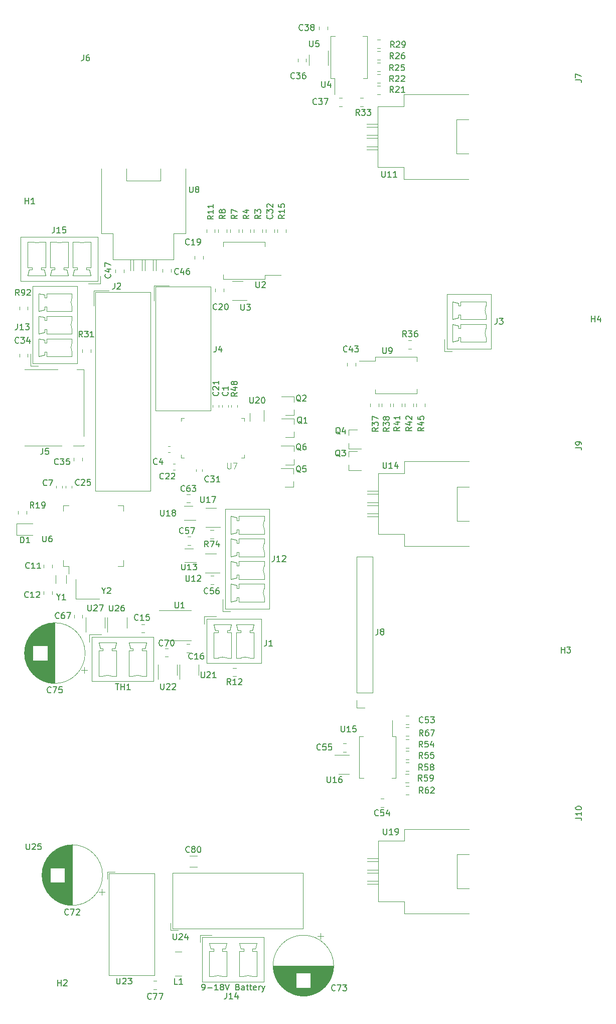
<source format=gbr>
G04 #@! TF.GenerationSoftware,KiCad,Pcbnew,5.1.5-1.fc31*
G04 #@! TF.CreationDate,2019-12-29T19:08:06+00:00*
G04 #@! TF.ProjectId,electric-FIAT,656c6563-7472-4696-932d-464941542e6b,1.0.0*
G04 #@! TF.SameCoordinates,Original*
G04 #@! TF.FileFunction,Legend,Top*
G04 #@! TF.FilePolarity,Positive*
%FSLAX46Y46*%
G04 Gerber Fmt 4.6, Leading zero omitted, Abs format (unit mm)*
G04 Created by KiCad (PCBNEW 5.1.5-1.fc31) date 2019-12-29 19:08:06*
%MOMM*%
%LPD*%
G04 APERTURE LIST*
%ADD10C,0.120000*%
%ADD11C,0.100000*%
%ADD12C,0.150000*%
G04 APERTURE END LIST*
D10*
X124268578Y-155150000D02*
X123751422Y-155150000D01*
X124268578Y-156570000D02*
X123751422Y-156570000D01*
X98530000Y-88757221D02*
X98530000Y-89082779D01*
X99550000Y-88757221D02*
X99550000Y-89082779D01*
X93630000Y-99577221D02*
X93630000Y-99902779D01*
X92610000Y-99577221D02*
X92610000Y-99902779D01*
X71600000Y-102702779D02*
X71600000Y-102377221D01*
X70580000Y-102702779D02*
X70580000Y-102377221D01*
X89062779Y-98670000D02*
X88737221Y-98670000D01*
X89062779Y-99690000D02*
X88737221Y-99690000D01*
X96440000Y-89082779D02*
X96440000Y-88757221D01*
X95420000Y-89082779D02*
X95420000Y-88757221D01*
X70040000Y-102712779D02*
X70040000Y-102387221D01*
X69020000Y-102712779D02*
X69020000Y-102387221D01*
X88192779Y-95680000D02*
X87867221Y-95680000D01*
X88192779Y-96700000D02*
X87867221Y-96700000D01*
X98020000Y-89082779D02*
X98020000Y-88757221D01*
X97000000Y-89082779D02*
X97000000Y-88757221D01*
X101710000Y-90100000D02*
X101710000Y-91500000D01*
X104030000Y-91500000D02*
X104030000Y-89600000D01*
X85875000Y-64195000D02*
X85875000Y-66075000D01*
X83965000Y-64195000D02*
X83965000Y-66075000D01*
X82055000Y-64195000D02*
X82055000Y-66075000D01*
X81545000Y-64195000D02*
X81545000Y-66075000D01*
X83455000Y-64195000D02*
X83455000Y-66075000D01*
X85365000Y-64195000D02*
X85365000Y-66075000D01*
X88830000Y-64195000D02*
X88830000Y-59795000D01*
X78590000Y-64195000D02*
X78590000Y-59795000D01*
X88830000Y-64195000D02*
X78590000Y-64195000D01*
X80830000Y-50955000D02*
X86590000Y-50955000D01*
X80830000Y-50955000D02*
X80830000Y-48875000D01*
X86590000Y-50955000D02*
X86590000Y-48875000D01*
X78590000Y-59795000D02*
X76590000Y-59795000D01*
X88830000Y-59795000D02*
X90830000Y-59795000D01*
X76590000Y-59795000D02*
X76590000Y-48875000D01*
X90830000Y-59795000D02*
X90830000Y-48875000D01*
X91547936Y-166635000D02*
X92752064Y-166635000D01*
X91547936Y-164815000D02*
X92752064Y-164815000D01*
X73990000Y-124600000D02*
X73990000Y-127050000D01*
X77210000Y-126400000D02*
X77210000Y-124600000D01*
X86140000Y-132550000D02*
X86140000Y-135000000D01*
X89360000Y-134350000D02*
X89360000Y-132550000D01*
X87363922Y-131210000D02*
X87881078Y-131210000D01*
X87363922Y-129790000D02*
X87881078Y-129790000D01*
X74800000Y-79891078D02*
X74800000Y-79373922D01*
X73380000Y-79891078D02*
X73380000Y-79373922D01*
X85470000Y-68575000D02*
X88010000Y-68575000D01*
X85470000Y-68575000D02*
X85470000Y-71115000D01*
X85720000Y-68825000D02*
X95070000Y-68825000D01*
X85720000Y-89685000D02*
X85720000Y-68825000D01*
X95070000Y-89685000D02*
X85720000Y-89685000D01*
X95070000Y-68825000D02*
X95070000Y-89685000D01*
X134525000Y-79700000D02*
X134525000Y-77700000D01*
X135775000Y-79700000D02*
X134525000Y-79700000D01*
X141525000Y-71290000D02*
X141525000Y-72040000D01*
X137225000Y-71290000D02*
X141525000Y-71290000D01*
X137225000Y-72040000D02*
X137225000Y-71290000D01*
X136875000Y-72040000D02*
X137225000Y-72040000D01*
X136875000Y-71540000D02*
X136875000Y-72040000D01*
X135875000Y-71290000D02*
X136875000Y-71540000D01*
X135875000Y-74290000D02*
X135875000Y-71290000D01*
X136875000Y-74040000D02*
X135875000Y-74290000D01*
X136875000Y-73540000D02*
X136875000Y-74040000D01*
X137225000Y-73540000D02*
X136875000Y-73540000D01*
X137225000Y-74290000D02*
X137225000Y-73540000D01*
X141525000Y-74290000D02*
X137225000Y-74290000D01*
X141525000Y-73540000D02*
X141525000Y-74290000D01*
X141525000Y-75100000D02*
X141525000Y-75850000D01*
X137225000Y-75100000D02*
X141525000Y-75100000D01*
X137225000Y-75850000D02*
X137225000Y-75100000D01*
X136875000Y-75850000D02*
X137225000Y-75850000D01*
X136875000Y-75350000D02*
X136875000Y-75850000D01*
X135875000Y-75100000D02*
X136875000Y-75350000D01*
X135875000Y-78100000D02*
X135875000Y-75100000D01*
X136875000Y-77850000D02*
X135875000Y-78100000D01*
X136875000Y-77350000D02*
X136875000Y-77850000D01*
X137225000Y-77350000D02*
X136875000Y-77350000D01*
X137225000Y-78100000D02*
X137225000Y-77350000D01*
X141525000Y-78100000D02*
X137225000Y-78100000D01*
X141525000Y-77350000D02*
X141525000Y-78100000D01*
X134915000Y-70080000D02*
X134915000Y-79310000D01*
X142385000Y-70080000D02*
X134915000Y-70080000D01*
X142385000Y-79310000D02*
X142385000Y-70080000D01*
X134915000Y-79310000D02*
X142385000Y-79310000D01*
X141524845Y-72040353D02*
G75*
G03X141525000Y-73540000I1700155J-749647D01*
G01*
X141524845Y-75850353D02*
G75*
G03X141525000Y-77350000I1700155J-749647D01*
G01*
X97285000Y-69633578D02*
X97285000Y-69116422D01*
X95865000Y-69633578D02*
X95865000Y-69116422D01*
X98675000Y-71085000D02*
X101125000Y-71085000D01*
X100475000Y-67865000D02*
X98675000Y-67865000D01*
X104225000Y-66825000D02*
X106925000Y-66825000D01*
X104225000Y-67475000D02*
X104225000Y-66825000D01*
X97175000Y-67475000D02*
X104225000Y-67475000D01*
X97175000Y-66725000D02*
X97175000Y-67475000D01*
X97175000Y-61275000D02*
X97175000Y-62025000D01*
X104225000Y-61275000D02*
X97175000Y-61275000D01*
X104225000Y-61975000D02*
X104225000Y-61275000D01*
X107785000Y-59633578D02*
X107785000Y-59116422D01*
X106365000Y-59633578D02*
X106365000Y-59116422D01*
X95785000Y-59116422D02*
X95785000Y-59633578D01*
X94365000Y-59116422D02*
X94365000Y-59633578D01*
X96365000Y-59116422D02*
X96365000Y-59633578D01*
X97785000Y-59116422D02*
X97785000Y-59633578D01*
X98365000Y-59116422D02*
X98365000Y-59633578D01*
X99785000Y-59116422D02*
X99785000Y-59633578D01*
X100365000Y-59116422D02*
X100365000Y-59633578D01*
X101785000Y-59116422D02*
X101785000Y-59633578D01*
X102365000Y-59116422D02*
X102365000Y-59633578D01*
X103785000Y-59116422D02*
X103785000Y-59633578D01*
X105785000Y-59633578D02*
X105785000Y-59116422D01*
X104365000Y-59633578D02*
X104365000Y-59116422D01*
X93785000Y-64133578D02*
X93785000Y-63616422D01*
X92365000Y-64133578D02*
X92365000Y-63616422D01*
X123380000Y-107575000D02*
X121500000Y-107575000D01*
X123380000Y-105665000D02*
X121500000Y-105665000D01*
X123380000Y-103755000D02*
X121500000Y-103755000D01*
X123380000Y-103245000D02*
X121500000Y-103245000D01*
X123380000Y-105155000D02*
X121500000Y-105155000D01*
X123380000Y-107065000D02*
X121500000Y-107065000D01*
X123380000Y-110530000D02*
X127780000Y-110530000D01*
X123380000Y-100290000D02*
X127780000Y-100290000D01*
X123380000Y-110530000D02*
X123380000Y-100290000D01*
X136620000Y-102530000D02*
X136620000Y-108290000D01*
X136620000Y-102530000D02*
X138700000Y-102530000D01*
X136620000Y-108290000D02*
X138700000Y-108290000D01*
X127780000Y-100290000D02*
X127780000Y-98290000D01*
X127780000Y-110530000D02*
X127780000Y-112530000D01*
X127780000Y-98290000D02*
X138700000Y-98290000D01*
X127780000Y-112530000D02*
X138700000Y-112530000D01*
X95533578Y-109865000D02*
X95016422Y-109865000D01*
X95533578Y-111285000D02*
X95016422Y-111285000D01*
X122825000Y-81295000D02*
X120125000Y-81295000D01*
X122825000Y-80645000D02*
X122825000Y-81295000D01*
X129875000Y-80645000D02*
X122825000Y-80645000D01*
X129875000Y-81395000D02*
X129875000Y-80645000D01*
X129875000Y-86845000D02*
X129875000Y-86095000D01*
X122825000Y-86845000D02*
X129875000Y-86845000D01*
X122825000Y-86145000D02*
X122825000Y-86845000D01*
X64010000Y-107148578D02*
X64010000Y-106631422D01*
X62590000Y-107148578D02*
X62590000Y-106631422D01*
X71950000Y-97621422D02*
X71950000Y-98138578D01*
X73370000Y-97621422D02*
X73370000Y-98138578D01*
X91508578Y-129060000D02*
X90991422Y-129060000D01*
X91508578Y-130480000D02*
X90991422Y-130480000D01*
X73430000Y-124658578D02*
X73430000Y-124141422D01*
X72010000Y-124658578D02*
X72010000Y-124141422D01*
X83928578Y-125740000D02*
X83411422Y-125740000D01*
X83928578Y-127160000D02*
X83411422Y-127160000D01*
X62780000Y-80101422D02*
X62780000Y-80618578D01*
X64200000Y-80101422D02*
X64200000Y-80618578D01*
X62305000Y-110670000D02*
X64990000Y-110670000D01*
X62305000Y-108750000D02*
X62305000Y-110670000D01*
X64990000Y-108750000D02*
X62305000Y-108750000D01*
X64190000Y-72718578D02*
X64190000Y-72201422D01*
X62770000Y-72718578D02*
X62770000Y-72201422D01*
X94200000Y-109335000D02*
X96650000Y-109335000D01*
X96000000Y-106115000D02*
X94200000Y-106115000D01*
X92000000Y-105815000D02*
X90600000Y-105815000D01*
X90600000Y-108135000D02*
X92500000Y-108135000D01*
X123658578Y-27140000D02*
X123141422Y-27140000D01*
X123658578Y-28560000D02*
X123141422Y-28560000D01*
X94175000Y-117060000D02*
X96625000Y-117060000D01*
X95975000Y-113840000D02*
X94175000Y-113840000D01*
X131235000Y-89003578D02*
X131235000Y-88486422D01*
X129815000Y-89003578D02*
X129815000Y-88486422D01*
X123658578Y-34940000D02*
X123141422Y-34940000D01*
X123658578Y-36360000D02*
X123141422Y-36360000D01*
X114910000Y-31475000D02*
X114910000Y-29025000D01*
X111690000Y-29675000D02*
X111690000Y-31475000D01*
X91041422Y-105235000D02*
X91558578Y-105235000D01*
X91041422Y-103815000D02*
X91558578Y-103815000D01*
X91166422Y-112385000D02*
X91683578Y-112385000D01*
X91166422Y-110965000D02*
X91683578Y-110965000D01*
X95571078Y-117565000D02*
X95053922Y-117565000D01*
X95571078Y-118985000D02*
X95053922Y-118985000D01*
X118090000Y-81673922D02*
X118090000Y-82191078D01*
X119510000Y-81673922D02*
X119510000Y-82191078D01*
X113390000Y-24941422D02*
X113390000Y-25458578D01*
X114810000Y-24941422D02*
X114810000Y-25458578D01*
X116766422Y-38360000D02*
X117283578Y-38360000D01*
X116766422Y-36940000D02*
X117283578Y-36940000D01*
X111185000Y-30883578D02*
X111185000Y-30366422D01*
X109765000Y-30883578D02*
X109765000Y-30366422D01*
X68285000Y-120141422D02*
X68285000Y-120658578D01*
X66865000Y-120141422D02*
X66865000Y-120658578D01*
X68310000Y-116233578D02*
X68310000Y-115716422D01*
X66890000Y-116233578D02*
X66890000Y-115716422D01*
X92100000Y-112965000D02*
X90700000Y-112965000D01*
X90700000Y-115285000D02*
X92600000Y-115285000D01*
X123658578Y-29090000D02*
X123141422Y-29090000D01*
X123658578Y-30510000D02*
X123141422Y-30510000D01*
X89815000Y-132550000D02*
X89815000Y-135000000D01*
X93035000Y-134350000D02*
X93035000Y-132550000D01*
X129260000Y-89003578D02*
X129260000Y-88486422D01*
X127840000Y-89003578D02*
X127840000Y-88486422D01*
X127310000Y-89003578D02*
X127310000Y-88486422D01*
X125890000Y-89003578D02*
X125890000Y-88486422D01*
X125360000Y-89003578D02*
X125360000Y-88486422D01*
X123940000Y-89003578D02*
X123940000Y-88486422D01*
X123410000Y-89003578D02*
X123410000Y-88486422D01*
X121990000Y-89003578D02*
X121990000Y-88486422D01*
X128441422Y-79255000D02*
X128958578Y-79255000D01*
X128441422Y-77835000D02*
X128958578Y-77835000D01*
X123658578Y-31040000D02*
X123141422Y-31040000D01*
X123658578Y-32460000D02*
X123141422Y-32460000D01*
X123658578Y-32990000D02*
X123141422Y-32990000D01*
X123658578Y-34410000D02*
X123141422Y-34410000D01*
X120783578Y-36940000D02*
X120266422Y-36940000D01*
X120783578Y-38360000D02*
X120266422Y-38360000D01*
X77665000Y-124600000D02*
X77665000Y-127050000D01*
X80885000Y-126400000D02*
X80885000Y-124600000D01*
X117908578Y-145815000D02*
X117391422Y-145815000D01*
X117908578Y-147235000D02*
X117391422Y-147235000D01*
X123380000Y-169575000D02*
X121500000Y-169575000D01*
X123380000Y-167665000D02*
X121500000Y-167665000D01*
X123380000Y-165755000D02*
X121500000Y-165755000D01*
X123380000Y-165245000D02*
X121500000Y-165245000D01*
X123380000Y-167155000D02*
X121500000Y-167155000D01*
X123380000Y-169065000D02*
X121500000Y-169065000D01*
X123380000Y-172530000D02*
X127780000Y-172530000D01*
X123380000Y-162290000D02*
X127780000Y-162290000D01*
X123380000Y-172530000D02*
X123380000Y-162290000D01*
X136620000Y-164530000D02*
X136620000Y-170290000D01*
X136620000Y-164530000D02*
X138700000Y-164530000D01*
X136620000Y-170290000D02*
X138700000Y-170290000D01*
X127780000Y-162290000D02*
X127780000Y-160290000D01*
X127780000Y-172530000D02*
X127780000Y-174530000D01*
X127780000Y-160290000D02*
X138700000Y-160290000D01*
X127780000Y-174530000D02*
X138700000Y-174530000D01*
X128483578Y-153015000D02*
X127966422Y-153015000D01*
X128483578Y-154435000D02*
X127966422Y-154435000D01*
X128483578Y-145140000D02*
X127966422Y-145140000D01*
X128483578Y-146560000D02*
X127966422Y-146560000D01*
X75345000Y-69440000D02*
X77885000Y-69440000D01*
X75345000Y-69440000D02*
X75345000Y-71980000D01*
X75595000Y-69690000D02*
X84945000Y-69690000D01*
X75595000Y-103250000D02*
X75595000Y-69690000D01*
X84945000Y-103250000D02*
X75595000Y-103250000D01*
X84945000Y-69690000D02*
X84945000Y-103250000D01*
X118450000Y-147740000D02*
X116000000Y-147740000D01*
X116650000Y-150960000D02*
X118450000Y-150960000D01*
X72275000Y-121450000D02*
X76275000Y-121450000D01*
X72275000Y-118150000D02*
X72275000Y-121450000D01*
X68900000Y-118850000D02*
X68900000Y-117500000D01*
X70650000Y-118850000D02*
X70650000Y-117500000D01*
X115950000Y-33625000D02*
X115950000Y-36325000D01*
X115300000Y-33625000D02*
X115950000Y-33625000D01*
X115300000Y-26575000D02*
X115300000Y-33625000D01*
X116050000Y-26575000D02*
X115300000Y-26575000D01*
X121500000Y-26575000D02*
X120750000Y-26575000D01*
X121500000Y-33625000D02*
X121500000Y-26575000D01*
X120800000Y-33625000D02*
X121500000Y-33625000D01*
X128483578Y-147090000D02*
X127966422Y-147090000D01*
X128483578Y-148510000D02*
X127966422Y-148510000D01*
X127966422Y-144585000D02*
X128483578Y-144585000D01*
X127966422Y-143165000D02*
X128483578Y-143165000D01*
X128471078Y-151040000D02*
X127953922Y-151040000D01*
X128471078Y-152460000D02*
X127953922Y-152460000D01*
X128483578Y-149065000D02*
X127966422Y-149065000D01*
X128483578Y-150485000D02*
X127966422Y-150485000D01*
X125695000Y-144627500D02*
X125695000Y-141927500D01*
X126345000Y-144627500D02*
X125695000Y-144627500D01*
X126345000Y-151677500D02*
X126345000Y-144627500D01*
X125595000Y-151677500D02*
X126345000Y-151677500D01*
X120145000Y-151677500D02*
X120895000Y-151677500D01*
X120145000Y-144627500D02*
X120145000Y-151677500D01*
X120845000Y-144627500D02*
X120145000Y-144627500D01*
X127966422Y-142610000D02*
X128483578Y-142610000D01*
X127966422Y-141190000D02*
X128483578Y-141190000D01*
X99348578Y-133100000D02*
X98831422Y-133100000D01*
X99348578Y-134520000D02*
X98831422Y-134520000D01*
X76420000Y-68260000D02*
X74420000Y-68260000D01*
X76420000Y-67010000D02*
X76420000Y-68260000D01*
X64200000Y-61260000D02*
X64950000Y-61260000D01*
X64200000Y-65560000D02*
X64200000Y-61260000D01*
X64950000Y-65560000D02*
X64200000Y-65560000D01*
X64950000Y-65910000D02*
X64950000Y-65560000D01*
X64450000Y-65910000D02*
X64950000Y-65910000D01*
X64200000Y-66910000D02*
X64450000Y-65910000D01*
X67200000Y-66910000D02*
X64200000Y-66910000D01*
X66950000Y-65910000D02*
X67200000Y-66910000D01*
X66450000Y-65910000D02*
X66950000Y-65910000D01*
X66450000Y-65560000D02*
X66450000Y-65910000D01*
X67200000Y-65560000D02*
X66450000Y-65560000D01*
X67200000Y-61260000D02*
X67200000Y-65560000D01*
X66450000Y-61260000D02*
X67200000Y-61260000D01*
X68010000Y-61260000D02*
X68760000Y-61260000D01*
X68010000Y-65560000D02*
X68010000Y-61260000D01*
X68760000Y-65560000D02*
X68010000Y-65560000D01*
X68760000Y-65910000D02*
X68760000Y-65560000D01*
X68260000Y-65910000D02*
X68760000Y-65910000D01*
X68010000Y-66910000D02*
X68260000Y-65910000D01*
X71010000Y-66910000D02*
X68010000Y-66910000D01*
X70760000Y-65910000D02*
X71010000Y-66910000D01*
X70260000Y-65910000D02*
X70760000Y-65910000D01*
X70260000Y-65560000D02*
X70260000Y-65910000D01*
X71010000Y-65560000D02*
X70260000Y-65560000D01*
X71010000Y-61260000D02*
X71010000Y-65560000D01*
X70260000Y-61260000D02*
X71010000Y-61260000D01*
X71820000Y-61260000D02*
X72570000Y-61260000D01*
X71820000Y-65560000D02*
X71820000Y-61260000D01*
X72570000Y-65560000D02*
X71820000Y-65560000D01*
X72570000Y-65910000D02*
X72570000Y-65560000D01*
X72070000Y-65910000D02*
X72570000Y-65910000D01*
X71820000Y-66910000D02*
X72070000Y-65910000D01*
X74820000Y-66910000D02*
X71820000Y-66910000D01*
X74570000Y-65910000D02*
X74820000Y-66910000D01*
X74070000Y-65910000D02*
X74570000Y-65910000D01*
X74070000Y-65560000D02*
X74070000Y-65910000D01*
X74820000Y-65560000D02*
X74070000Y-65560000D01*
X74820000Y-61260000D02*
X74820000Y-65560000D01*
X74070000Y-61260000D02*
X74820000Y-61260000D01*
X62990000Y-67870000D02*
X76030000Y-67870000D01*
X62990000Y-60400000D02*
X62990000Y-67870000D01*
X76030000Y-60400000D02*
X62990000Y-60400000D01*
X76030000Y-67870000D02*
X76030000Y-60400000D01*
X64950353Y-61260155D02*
G75*
G03X66450000Y-61260000I749647J1700155D01*
G01*
X68760353Y-61260155D02*
G75*
G03X70260000Y-61260000I749647J1700155D01*
G01*
X72570353Y-61260155D02*
G75*
G03X74070000Y-61260000I749647J1700155D01*
G01*
X64650000Y-82150000D02*
X64650000Y-80150000D01*
X65900000Y-82150000D02*
X64650000Y-82150000D01*
X71650000Y-69930000D02*
X71650000Y-70680000D01*
X67350000Y-69930000D02*
X71650000Y-69930000D01*
X67350000Y-70680000D02*
X67350000Y-69930000D01*
X67000000Y-70680000D02*
X67350000Y-70680000D01*
X67000000Y-70180000D02*
X67000000Y-70680000D01*
X66000000Y-69930000D02*
X67000000Y-70180000D01*
X66000000Y-72930000D02*
X66000000Y-69930000D01*
X67000000Y-72680000D02*
X66000000Y-72930000D01*
X67000000Y-72180000D02*
X67000000Y-72680000D01*
X67350000Y-72180000D02*
X67000000Y-72180000D01*
X67350000Y-72930000D02*
X67350000Y-72180000D01*
X71650000Y-72930000D02*
X67350000Y-72930000D01*
X71650000Y-72180000D02*
X71650000Y-72930000D01*
X71650000Y-73740000D02*
X71650000Y-74490000D01*
X67350000Y-73740000D02*
X71650000Y-73740000D01*
X67350000Y-74490000D02*
X67350000Y-73740000D01*
X67000000Y-74490000D02*
X67350000Y-74490000D01*
X67000000Y-73990000D02*
X67000000Y-74490000D01*
X66000000Y-73740000D02*
X67000000Y-73990000D01*
X66000000Y-76740000D02*
X66000000Y-73740000D01*
X67000000Y-76490000D02*
X66000000Y-76740000D01*
X67000000Y-75990000D02*
X67000000Y-76490000D01*
X67350000Y-75990000D02*
X67000000Y-75990000D01*
X67350000Y-76740000D02*
X67350000Y-75990000D01*
X71650000Y-76740000D02*
X67350000Y-76740000D01*
X71650000Y-75990000D02*
X71650000Y-76740000D01*
X71650000Y-77550000D02*
X71650000Y-78300000D01*
X67350000Y-77550000D02*
X71650000Y-77550000D01*
X67350000Y-78300000D02*
X67350000Y-77550000D01*
X67000000Y-78300000D02*
X67350000Y-78300000D01*
X67000000Y-77800000D02*
X67000000Y-78300000D01*
X66000000Y-77550000D02*
X67000000Y-77800000D01*
X66000000Y-80550000D02*
X66000000Y-77550000D01*
X67000000Y-80300000D02*
X66000000Y-80550000D01*
X67000000Y-79800000D02*
X67000000Y-80300000D01*
X67350000Y-79800000D02*
X67000000Y-79800000D01*
X67350000Y-80550000D02*
X67350000Y-79800000D01*
X71650000Y-80550000D02*
X67350000Y-80550000D01*
X71650000Y-79800000D02*
X71650000Y-80550000D01*
X65040000Y-68720000D02*
X65040000Y-81760000D01*
X72510000Y-68720000D02*
X65040000Y-68720000D01*
X72510000Y-81760000D02*
X72510000Y-68720000D01*
X65040000Y-81760000D02*
X72510000Y-81760000D01*
X71649845Y-70680353D02*
G75*
G03X71650000Y-72180000I1700155J-749647D01*
G01*
X71649845Y-74490353D02*
G75*
G03X71650000Y-75990000I1700155J-749647D01*
G01*
X71649845Y-78300353D02*
G75*
G03X71650000Y-79800000I1700155J-749647D01*
G01*
X93970000Y-124420000D02*
X95970000Y-124420000D01*
X93970000Y-125670000D02*
X93970000Y-124420000D01*
X102380000Y-131420000D02*
X101630000Y-131420000D01*
X102380000Y-127120000D02*
X102380000Y-131420000D01*
X101630000Y-127120000D02*
X102380000Y-127120000D01*
X101630000Y-126770000D02*
X101630000Y-127120000D01*
X102130000Y-126770000D02*
X101630000Y-126770000D01*
X102380000Y-125770000D02*
X102130000Y-126770000D01*
X99380000Y-125770000D02*
X102380000Y-125770000D01*
X99630000Y-126770000D02*
X99380000Y-125770000D01*
X100130000Y-126770000D02*
X99630000Y-126770000D01*
X100130000Y-127120000D02*
X100130000Y-126770000D01*
X99380000Y-127120000D02*
X100130000Y-127120000D01*
X99380000Y-131420000D02*
X99380000Y-127120000D01*
X100130000Y-131420000D02*
X99380000Y-131420000D01*
X98570000Y-131420000D02*
X97820000Y-131420000D01*
X98570000Y-127120000D02*
X98570000Y-131420000D01*
X97820000Y-127120000D02*
X98570000Y-127120000D01*
X97820000Y-126770000D02*
X97820000Y-127120000D01*
X98320000Y-126770000D02*
X97820000Y-126770000D01*
X98570000Y-125770000D02*
X98320000Y-126770000D01*
X95570000Y-125770000D02*
X98570000Y-125770000D01*
X95820000Y-126770000D02*
X95570000Y-125770000D01*
X96320000Y-126770000D02*
X95820000Y-126770000D01*
X96320000Y-127120000D02*
X96320000Y-126770000D01*
X95570000Y-127120000D02*
X96320000Y-127120000D01*
X95570000Y-131420000D02*
X95570000Y-127120000D01*
X96320000Y-131420000D02*
X95570000Y-131420000D01*
X103590000Y-124810000D02*
X94360000Y-124810000D01*
X103590000Y-132280000D02*
X103590000Y-124810000D01*
X94360000Y-132280000D02*
X103590000Y-132280000D01*
X94360000Y-124810000D02*
X94360000Y-132280000D01*
X101629647Y-131419845D02*
G75*
G03X100130000Y-131420000I-749647J-1700155D01*
G01*
X97819647Y-131419845D02*
G75*
G03X96320000Y-131420000I-749647J-1700155D01*
G01*
X89810000Y-123380000D02*
X86360000Y-123380000D01*
X89810000Y-123380000D02*
X91760000Y-123380000D01*
X89810000Y-128500000D02*
X87860000Y-128500000D01*
X89810000Y-128500000D02*
X91760000Y-128500000D01*
X88305000Y-177360000D02*
X89555000Y-177360000D01*
X88305000Y-176110000D02*
X88305000Y-177360000D01*
X88605000Y-167640000D02*
X88605000Y-177060000D01*
X110675000Y-167640000D02*
X88605000Y-167640000D01*
X110675000Y-177060000D02*
X110675000Y-167640000D01*
X88605000Y-177060000D02*
X110675000Y-177060000D01*
X74610000Y-127500000D02*
X76610000Y-127500000D01*
X74610000Y-128750000D02*
X74610000Y-127500000D01*
X84230000Y-134500000D02*
X83480000Y-134500000D01*
X84230000Y-130200000D02*
X84230000Y-134500000D01*
X83480000Y-130200000D02*
X84230000Y-130200000D01*
X83480000Y-129850000D02*
X83480000Y-130200000D01*
X83980000Y-129850000D02*
X83480000Y-129850000D01*
X84230000Y-128850000D02*
X83980000Y-129850000D01*
X81230000Y-128850000D02*
X84230000Y-128850000D01*
X81480000Y-129850000D02*
X81230000Y-128850000D01*
X81980000Y-129850000D02*
X81480000Y-129850000D01*
X81980000Y-130200000D02*
X81980000Y-129850000D01*
X81230000Y-130200000D02*
X81980000Y-130200000D01*
X81230000Y-134500000D02*
X81230000Y-130200000D01*
X81980000Y-134500000D02*
X81230000Y-134500000D01*
X79150000Y-134500000D02*
X78400000Y-134500000D01*
X79150000Y-130200000D02*
X79150000Y-134500000D01*
X78400000Y-130200000D02*
X79150000Y-130200000D01*
X78400000Y-129850000D02*
X78400000Y-130200000D01*
X78900000Y-129850000D02*
X78400000Y-129850000D01*
X79150000Y-128850000D02*
X78900000Y-129850000D01*
X76150000Y-128850000D02*
X79150000Y-128850000D01*
X76400000Y-129850000D02*
X76150000Y-128850000D01*
X76900000Y-129850000D02*
X76400000Y-129850000D01*
X76900000Y-130200000D02*
X76900000Y-129850000D01*
X76150000Y-130200000D02*
X76900000Y-130200000D01*
X76150000Y-134500000D02*
X76150000Y-130200000D01*
X76900000Y-134500000D02*
X76150000Y-134500000D01*
X85380000Y-127890000D02*
X75000000Y-127890000D01*
X85380000Y-135360000D02*
X85380000Y-127890000D01*
X75000000Y-135360000D02*
X85380000Y-135360000D01*
X75000000Y-127890000D02*
X75000000Y-135360000D01*
X83479647Y-134499845D02*
G75*
G03X81980000Y-134500000I-749647J-1700155D01*
G01*
X78399647Y-134499845D02*
G75*
G03X76900000Y-134500000I-749647J-1700155D01*
G01*
X114075000Y-178320354D02*
X113075000Y-178320354D01*
X113575000Y-177820354D02*
X113575000Y-178820354D01*
X111299000Y-188381000D02*
X110101000Y-188381000D01*
X111562000Y-188341000D02*
X109838000Y-188341000D01*
X111762000Y-188301000D02*
X109638000Y-188301000D01*
X111930000Y-188261000D02*
X109470000Y-188261000D01*
X112078000Y-188221000D02*
X109322000Y-188221000D01*
X112210000Y-188181000D02*
X109190000Y-188181000D01*
X112330000Y-188141000D02*
X109070000Y-188141000D01*
X112442000Y-188101000D02*
X108958000Y-188101000D01*
X112546000Y-188061000D02*
X108854000Y-188061000D01*
X112644000Y-188021000D02*
X108756000Y-188021000D01*
X112737000Y-187981000D02*
X108663000Y-187981000D01*
X112825000Y-187941000D02*
X108575000Y-187941000D01*
X112909000Y-187901000D02*
X108491000Y-187901000D01*
X112989000Y-187861000D02*
X108411000Y-187861000D01*
X113065000Y-187821000D02*
X108335000Y-187821000D01*
X113139000Y-187781000D02*
X108261000Y-187781000D01*
X113210000Y-187741000D02*
X108190000Y-187741000D01*
X113279000Y-187701000D02*
X108121000Y-187701000D01*
X113345000Y-187661000D02*
X108055000Y-187661000D01*
X113409000Y-187621000D02*
X107991000Y-187621000D01*
X113470000Y-187581000D02*
X107930000Y-187581000D01*
X113530000Y-187541000D02*
X107870000Y-187541000D01*
X113589000Y-187501000D02*
X107811000Y-187501000D01*
X113645000Y-187461000D02*
X107755000Y-187461000D01*
X113700000Y-187421000D02*
X107700000Y-187421000D01*
X113754000Y-187381000D02*
X107646000Y-187381000D01*
X113806000Y-187341000D02*
X107594000Y-187341000D01*
X113856000Y-187301000D02*
X107544000Y-187301000D01*
X113906000Y-187261000D02*
X107494000Y-187261000D01*
X113954000Y-187221000D02*
X107446000Y-187221000D01*
X114001000Y-187181000D02*
X107399000Y-187181000D01*
X114047000Y-187141000D02*
X107353000Y-187141000D01*
X114092000Y-187101000D02*
X107308000Y-187101000D01*
X114136000Y-187061000D02*
X107264000Y-187061000D01*
X109459000Y-187021000D02*
X107222000Y-187021000D01*
X114178000Y-187021000D02*
X111941000Y-187021000D01*
X109459000Y-186981000D02*
X107180000Y-186981000D01*
X114220000Y-186981000D02*
X111941000Y-186981000D01*
X109459000Y-186941000D02*
X107139000Y-186941000D01*
X114261000Y-186941000D02*
X111941000Y-186941000D01*
X109459000Y-186901000D02*
X107099000Y-186901000D01*
X114301000Y-186901000D02*
X111941000Y-186901000D01*
X109459000Y-186861000D02*
X107060000Y-186861000D01*
X114340000Y-186861000D02*
X111941000Y-186861000D01*
X109459000Y-186821000D02*
X107021000Y-186821000D01*
X114379000Y-186821000D02*
X111941000Y-186821000D01*
X109459000Y-186781000D02*
X106984000Y-186781000D01*
X114416000Y-186781000D02*
X111941000Y-186781000D01*
X109459000Y-186741000D02*
X106947000Y-186741000D01*
X114453000Y-186741000D02*
X111941000Y-186741000D01*
X109459000Y-186701000D02*
X106911000Y-186701000D01*
X114489000Y-186701000D02*
X111941000Y-186701000D01*
X109459000Y-186661000D02*
X106876000Y-186661000D01*
X114524000Y-186661000D02*
X111941000Y-186661000D01*
X109459000Y-186621000D02*
X106842000Y-186621000D01*
X114558000Y-186621000D02*
X111941000Y-186621000D01*
X109459000Y-186581000D02*
X106808000Y-186581000D01*
X114592000Y-186581000D02*
X111941000Y-186581000D01*
X109459000Y-186541000D02*
X106775000Y-186541000D01*
X114625000Y-186541000D02*
X111941000Y-186541000D01*
X109459000Y-186501000D02*
X106743000Y-186501000D01*
X114657000Y-186501000D02*
X111941000Y-186501000D01*
X109459000Y-186461000D02*
X106711000Y-186461000D01*
X114689000Y-186461000D02*
X111941000Y-186461000D01*
X109459000Y-186421000D02*
X106680000Y-186421000D01*
X114720000Y-186421000D02*
X111941000Y-186421000D01*
X109459000Y-186381000D02*
X106650000Y-186381000D01*
X114750000Y-186381000D02*
X111941000Y-186381000D01*
X109459000Y-186341000D02*
X106620000Y-186341000D01*
X114780000Y-186341000D02*
X111941000Y-186341000D01*
X109459000Y-186301000D02*
X106590000Y-186301000D01*
X114810000Y-186301000D02*
X111941000Y-186301000D01*
X109459000Y-186261000D02*
X106562000Y-186261000D01*
X114838000Y-186261000D02*
X111941000Y-186261000D01*
X109459000Y-186221000D02*
X106534000Y-186221000D01*
X114866000Y-186221000D02*
X111941000Y-186221000D01*
X109459000Y-186181000D02*
X106506000Y-186181000D01*
X114894000Y-186181000D02*
X111941000Y-186181000D01*
X109459000Y-186141000D02*
X106479000Y-186141000D01*
X114921000Y-186141000D02*
X111941000Y-186141000D01*
X109459000Y-186101000D02*
X106453000Y-186101000D01*
X114947000Y-186101000D02*
X111941000Y-186101000D01*
X109459000Y-186061000D02*
X106427000Y-186061000D01*
X114973000Y-186061000D02*
X111941000Y-186061000D01*
X109459000Y-186021000D02*
X106402000Y-186021000D01*
X114998000Y-186021000D02*
X111941000Y-186021000D01*
X109459000Y-185981000D02*
X106377000Y-185981000D01*
X115023000Y-185981000D02*
X111941000Y-185981000D01*
X109459000Y-185941000D02*
X106353000Y-185941000D01*
X115047000Y-185941000D02*
X111941000Y-185941000D01*
X109459000Y-185901000D02*
X106329000Y-185901000D01*
X115071000Y-185901000D02*
X111941000Y-185901000D01*
X109459000Y-185861000D02*
X106305000Y-185861000D01*
X115095000Y-185861000D02*
X111941000Y-185861000D01*
X109459000Y-185821000D02*
X106283000Y-185821000D01*
X115117000Y-185821000D02*
X111941000Y-185821000D01*
X109459000Y-185781000D02*
X106260000Y-185781000D01*
X115140000Y-185781000D02*
X111941000Y-185781000D01*
X109459000Y-185741000D02*
X106238000Y-185741000D01*
X115162000Y-185741000D02*
X111941000Y-185741000D01*
X109459000Y-185701000D02*
X106217000Y-185701000D01*
X115183000Y-185701000D02*
X111941000Y-185701000D01*
X109459000Y-185661000D02*
X106196000Y-185661000D01*
X115204000Y-185661000D02*
X111941000Y-185661000D01*
X109459000Y-185621000D02*
X106175000Y-185621000D01*
X115225000Y-185621000D02*
X111941000Y-185621000D01*
X109459000Y-185581000D02*
X106155000Y-185581000D01*
X115245000Y-185581000D02*
X111941000Y-185581000D01*
X109459000Y-185541000D02*
X106136000Y-185541000D01*
X115264000Y-185541000D02*
X111941000Y-185541000D01*
X109459000Y-185501000D02*
X106116000Y-185501000D01*
X115284000Y-185501000D02*
X111941000Y-185501000D01*
X109459000Y-185461000D02*
X106097000Y-185461000D01*
X115303000Y-185461000D02*
X111941000Y-185461000D01*
X109459000Y-185421000D02*
X106079000Y-185421000D01*
X115321000Y-185421000D02*
X111941000Y-185421000D01*
X109459000Y-185381000D02*
X106061000Y-185381000D01*
X115339000Y-185381000D02*
X111941000Y-185381000D01*
X109459000Y-185341000D02*
X106043000Y-185341000D01*
X115357000Y-185341000D02*
X111941000Y-185341000D01*
X109459000Y-185301000D02*
X106026000Y-185301000D01*
X115374000Y-185301000D02*
X111941000Y-185301000D01*
X109459000Y-185261000D02*
X106010000Y-185261000D01*
X115390000Y-185261000D02*
X111941000Y-185261000D01*
X109459000Y-185221000D02*
X105993000Y-185221000D01*
X115407000Y-185221000D02*
X111941000Y-185221000D01*
X109459000Y-185181000D02*
X105977000Y-185181000D01*
X115423000Y-185181000D02*
X111941000Y-185181000D01*
X109459000Y-185141000D02*
X105962000Y-185141000D01*
X115438000Y-185141000D02*
X111941000Y-185141000D01*
X109459000Y-185101000D02*
X105946000Y-185101000D01*
X115454000Y-185101000D02*
X111941000Y-185101000D01*
X109459000Y-185061000D02*
X105932000Y-185061000D01*
X115468000Y-185061000D02*
X111941000Y-185061000D01*
X109459000Y-185021000D02*
X105917000Y-185021000D01*
X115483000Y-185021000D02*
X111941000Y-185021000D01*
X109459000Y-184981000D02*
X105903000Y-184981000D01*
X115497000Y-184981000D02*
X111941000Y-184981000D01*
X109459000Y-184941000D02*
X105889000Y-184941000D01*
X115511000Y-184941000D02*
X111941000Y-184941000D01*
X109459000Y-184901000D02*
X105876000Y-184901000D01*
X115524000Y-184901000D02*
X111941000Y-184901000D01*
X109459000Y-184861000D02*
X105863000Y-184861000D01*
X115537000Y-184861000D02*
X111941000Y-184861000D01*
X109459000Y-184821000D02*
X105850000Y-184821000D01*
X115550000Y-184821000D02*
X111941000Y-184821000D01*
X109459000Y-184781000D02*
X105838000Y-184781000D01*
X115562000Y-184781000D02*
X111941000Y-184781000D01*
X109459000Y-184741000D02*
X105826000Y-184741000D01*
X115574000Y-184741000D02*
X111941000Y-184741000D01*
X109459000Y-184701000D02*
X105815000Y-184701000D01*
X115585000Y-184701000D02*
X111941000Y-184701000D01*
X109459000Y-184661000D02*
X105803000Y-184661000D01*
X115597000Y-184661000D02*
X111941000Y-184661000D01*
X109459000Y-184621000D02*
X105793000Y-184621000D01*
X115607000Y-184621000D02*
X111941000Y-184621000D01*
X109459000Y-184581000D02*
X105782000Y-184581000D01*
X115618000Y-184581000D02*
X111941000Y-184581000D01*
X115628000Y-184541000D02*
X105772000Y-184541000D01*
X115638000Y-184501000D02*
X105762000Y-184501000D01*
X115647000Y-184461000D02*
X105753000Y-184461000D01*
X115656000Y-184421000D02*
X105744000Y-184421000D01*
X115665000Y-184381000D02*
X105735000Y-184381000D01*
X115674000Y-184341000D02*
X105726000Y-184341000D01*
X115682000Y-184301000D02*
X105718000Y-184301000D01*
X115690000Y-184261000D02*
X105710000Y-184261000D01*
X115697000Y-184221000D02*
X105703000Y-184221000D01*
X115704000Y-184181000D02*
X105696000Y-184181000D01*
X115711000Y-184141000D02*
X105689000Y-184141000D01*
X115718000Y-184101000D02*
X105682000Y-184101000D01*
X115724000Y-184061000D02*
X105676000Y-184061000D01*
X115730000Y-184021000D02*
X105670000Y-184021000D01*
X115735000Y-183980000D02*
X105665000Y-183980000D01*
X115740000Y-183940000D02*
X105660000Y-183940000D01*
X115745000Y-183900000D02*
X105655000Y-183900000D01*
X115750000Y-183860000D02*
X105650000Y-183860000D01*
X115754000Y-183820000D02*
X105646000Y-183820000D01*
X115758000Y-183780000D02*
X105642000Y-183780000D01*
X115762000Y-183740000D02*
X105638000Y-183740000D01*
X115765000Y-183700000D02*
X105635000Y-183700000D01*
X115768000Y-183660000D02*
X105632000Y-183660000D01*
X115770000Y-183620000D02*
X105630000Y-183620000D01*
X115773000Y-183580000D02*
X105627000Y-183580000D01*
X115775000Y-183540000D02*
X105625000Y-183540000D01*
X115777000Y-183500000D02*
X105623000Y-183500000D01*
X115778000Y-183460000D02*
X105622000Y-183460000D01*
X115779000Y-183420000D02*
X105621000Y-183420000D01*
X115780000Y-183380000D02*
X105620000Y-183380000D01*
X115780000Y-183340000D02*
X105620000Y-183340000D01*
X115780000Y-183300000D02*
X105620000Y-183300000D01*
X115820000Y-183300000D02*
G75*
G03X115820000Y-183300000I-5120000J0D01*
G01*
X85933578Y-185915000D02*
X85416422Y-185915000D01*
X85933578Y-187335000D02*
X85416422Y-187335000D01*
X73729646Y-133975000D02*
X73729646Y-132975000D01*
X74229646Y-133475000D02*
X73229646Y-133475000D01*
X63669000Y-131199000D02*
X63669000Y-130001000D01*
X63709000Y-131462000D02*
X63709000Y-129738000D01*
X63749000Y-131662000D02*
X63749000Y-129538000D01*
X63789000Y-131830000D02*
X63789000Y-129370000D01*
X63829000Y-131978000D02*
X63829000Y-129222000D01*
X63869000Y-132110000D02*
X63869000Y-129090000D01*
X63909000Y-132230000D02*
X63909000Y-128970000D01*
X63949000Y-132342000D02*
X63949000Y-128858000D01*
X63989000Y-132446000D02*
X63989000Y-128754000D01*
X64029000Y-132544000D02*
X64029000Y-128656000D01*
X64069000Y-132637000D02*
X64069000Y-128563000D01*
X64109000Y-132725000D02*
X64109000Y-128475000D01*
X64149000Y-132809000D02*
X64149000Y-128391000D01*
X64189000Y-132889000D02*
X64189000Y-128311000D01*
X64229000Y-132965000D02*
X64229000Y-128235000D01*
X64269000Y-133039000D02*
X64269000Y-128161000D01*
X64309000Y-133110000D02*
X64309000Y-128090000D01*
X64349000Y-133179000D02*
X64349000Y-128021000D01*
X64389000Y-133245000D02*
X64389000Y-127955000D01*
X64429000Y-133309000D02*
X64429000Y-127891000D01*
X64469000Y-133370000D02*
X64469000Y-127830000D01*
X64509000Y-133430000D02*
X64509000Y-127770000D01*
X64549000Y-133489000D02*
X64549000Y-127711000D01*
X64589000Y-133545000D02*
X64589000Y-127655000D01*
X64629000Y-133600000D02*
X64629000Y-127600000D01*
X64669000Y-133654000D02*
X64669000Y-127546000D01*
X64709000Y-133706000D02*
X64709000Y-127494000D01*
X64749000Y-133756000D02*
X64749000Y-127444000D01*
X64789000Y-133806000D02*
X64789000Y-127394000D01*
X64829000Y-133854000D02*
X64829000Y-127346000D01*
X64869000Y-133901000D02*
X64869000Y-127299000D01*
X64909000Y-133947000D02*
X64909000Y-127253000D01*
X64949000Y-133992000D02*
X64949000Y-127208000D01*
X64989000Y-134036000D02*
X64989000Y-127164000D01*
X65029000Y-129359000D02*
X65029000Y-127122000D01*
X65029000Y-134078000D02*
X65029000Y-131841000D01*
X65069000Y-129359000D02*
X65069000Y-127080000D01*
X65069000Y-134120000D02*
X65069000Y-131841000D01*
X65109000Y-129359000D02*
X65109000Y-127039000D01*
X65109000Y-134161000D02*
X65109000Y-131841000D01*
X65149000Y-129359000D02*
X65149000Y-126999000D01*
X65149000Y-134201000D02*
X65149000Y-131841000D01*
X65189000Y-129359000D02*
X65189000Y-126960000D01*
X65189000Y-134240000D02*
X65189000Y-131841000D01*
X65229000Y-129359000D02*
X65229000Y-126921000D01*
X65229000Y-134279000D02*
X65229000Y-131841000D01*
X65269000Y-129359000D02*
X65269000Y-126884000D01*
X65269000Y-134316000D02*
X65269000Y-131841000D01*
X65309000Y-129359000D02*
X65309000Y-126847000D01*
X65309000Y-134353000D02*
X65309000Y-131841000D01*
X65349000Y-129359000D02*
X65349000Y-126811000D01*
X65349000Y-134389000D02*
X65349000Y-131841000D01*
X65389000Y-129359000D02*
X65389000Y-126776000D01*
X65389000Y-134424000D02*
X65389000Y-131841000D01*
X65429000Y-129359000D02*
X65429000Y-126742000D01*
X65429000Y-134458000D02*
X65429000Y-131841000D01*
X65469000Y-129359000D02*
X65469000Y-126708000D01*
X65469000Y-134492000D02*
X65469000Y-131841000D01*
X65509000Y-129359000D02*
X65509000Y-126675000D01*
X65509000Y-134525000D02*
X65509000Y-131841000D01*
X65549000Y-129359000D02*
X65549000Y-126643000D01*
X65549000Y-134557000D02*
X65549000Y-131841000D01*
X65589000Y-129359000D02*
X65589000Y-126611000D01*
X65589000Y-134589000D02*
X65589000Y-131841000D01*
X65629000Y-129359000D02*
X65629000Y-126580000D01*
X65629000Y-134620000D02*
X65629000Y-131841000D01*
X65669000Y-129359000D02*
X65669000Y-126550000D01*
X65669000Y-134650000D02*
X65669000Y-131841000D01*
X65709000Y-129359000D02*
X65709000Y-126520000D01*
X65709000Y-134680000D02*
X65709000Y-131841000D01*
X65749000Y-129359000D02*
X65749000Y-126490000D01*
X65749000Y-134710000D02*
X65749000Y-131841000D01*
X65789000Y-129359000D02*
X65789000Y-126462000D01*
X65789000Y-134738000D02*
X65789000Y-131841000D01*
X65829000Y-129359000D02*
X65829000Y-126434000D01*
X65829000Y-134766000D02*
X65829000Y-131841000D01*
X65869000Y-129359000D02*
X65869000Y-126406000D01*
X65869000Y-134794000D02*
X65869000Y-131841000D01*
X65909000Y-129359000D02*
X65909000Y-126379000D01*
X65909000Y-134821000D02*
X65909000Y-131841000D01*
X65949000Y-129359000D02*
X65949000Y-126353000D01*
X65949000Y-134847000D02*
X65949000Y-131841000D01*
X65989000Y-129359000D02*
X65989000Y-126327000D01*
X65989000Y-134873000D02*
X65989000Y-131841000D01*
X66029000Y-129359000D02*
X66029000Y-126302000D01*
X66029000Y-134898000D02*
X66029000Y-131841000D01*
X66069000Y-129359000D02*
X66069000Y-126277000D01*
X66069000Y-134923000D02*
X66069000Y-131841000D01*
X66109000Y-129359000D02*
X66109000Y-126253000D01*
X66109000Y-134947000D02*
X66109000Y-131841000D01*
X66149000Y-129359000D02*
X66149000Y-126229000D01*
X66149000Y-134971000D02*
X66149000Y-131841000D01*
X66189000Y-129359000D02*
X66189000Y-126205000D01*
X66189000Y-134995000D02*
X66189000Y-131841000D01*
X66229000Y-129359000D02*
X66229000Y-126183000D01*
X66229000Y-135017000D02*
X66229000Y-131841000D01*
X66269000Y-129359000D02*
X66269000Y-126160000D01*
X66269000Y-135040000D02*
X66269000Y-131841000D01*
X66309000Y-129359000D02*
X66309000Y-126138000D01*
X66309000Y-135062000D02*
X66309000Y-131841000D01*
X66349000Y-129359000D02*
X66349000Y-126117000D01*
X66349000Y-135083000D02*
X66349000Y-131841000D01*
X66389000Y-129359000D02*
X66389000Y-126096000D01*
X66389000Y-135104000D02*
X66389000Y-131841000D01*
X66429000Y-129359000D02*
X66429000Y-126075000D01*
X66429000Y-135125000D02*
X66429000Y-131841000D01*
X66469000Y-129359000D02*
X66469000Y-126055000D01*
X66469000Y-135145000D02*
X66469000Y-131841000D01*
X66509000Y-129359000D02*
X66509000Y-126036000D01*
X66509000Y-135164000D02*
X66509000Y-131841000D01*
X66549000Y-129359000D02*
X66549000Y-126016000D01*
X66549000Y-135184000D02*
X66549000Y-131841000D01*
X66589000Y-129359000D02*
X66589000Y-125997000D01*
X66589000Y-135203000D02*
X66589000Y-131841000D01*
X66629000Y-129359000D02*
X66629000Y-125979000D01*
X66629000Y-135221000D02*
X66629000Y-131841000D01*
X66669000Y-129359000D02*
X66669000Y-125961000D01*
X66669000Y-135239000D02*
X66669000Y-131841000D01*
X66709000Y-129359000D02*
X66709000Y-125943000D01*
X66709000Y-135257000D02*
X66709000Y-131841000D01*
X66749000Y-129359000D02*
X66749000Y-125926000D01*
X66749000Y-135274000D02*
X66749000Y-131841000D01*
X66789000Y-129359000D02*
X66789000Y-125910000D01*
X66789000Y-135290000D02*
X66789000Y-131841000D01*
X66829000Y-129359000D02*
X66829000Y-125893000D01*
X66829000Y-135307000D02*
X66829000Y-131841000D01*
X66869000Y-129359000D02*
X66869000Y-125877000D01*
X66869000Y-135323000D02*
X66869000Y-131841000D01*
X66909000Y-129359000D02*
X66909000Y-125862000D01*
X66909000Y-135338000D02*
X66909000Y-131841000D01*
X66949000Y-129359000D02*
X66949000Y-125846000D01*
X66949000Y-135354000D02*
X66949000Y-131841000D01*
X66989000Y-129359000D02*
X66989000Y-125832000D01*
X66989000Y-135368000D02*
X66989000Y-131841000D01*
X67029000Y-129359000D02*
X67029000Y-125817000D01*
X67029000Y-135383000D02*
X67029000Y-131841000D01*
X67069000Y-129359000D02*
X67069000Y-125803000D01*
X67069000Y-135397000D02*
X67069000Y-131841000D01*
X67109000Y-129359000D02*
X67109000Y-125789000D01*
X67109000Y-135411000D02*
X67109000Y-131841000D01*
X67149000Y-129359000D02*
X67149000Y-125776000D01*
X67149000Y-135424000D02*
X67149000Y-131841000D01*
X67189000Y-129359000D02*
X67189000Y-125763000D01*
X67189000Y-135437000D02*
X67189000Y-131841000D01*
X67229000Y-129359000D02*
X67229000Y-125750000D01*
X67229000Y-135450000D02*
X67229000Y-131841000D01*
X67269000Y-129359000D02*
X67269000Y-125738000D01*
X67269000Y-135462000D02*
X67269000Y-131841000D01*
X67309000Y-129359000D02*
X67309000Y-125726000D01*
X67309000Y-135474000D02*
X67309000Y-131841000D01*
X67349000Y-129359000D02*
X67349000Y-125715000D01*
X67349000Y-135485000D02*
X67349000Y-131841000D01*
X67389000Y-129359000D02*
X67389000Y-125703000D01*
X67389000Y-135497000D02*
X67389000Y-131841000D01*
X67429000Y-129359000D02*
X67429000Y-125693000D01*
X67429000Y-135507000D02*
X67429000Y-131841000D01*
X67469000Y-129359000D02*
X67469000Y-125682000D01*
X67469000Y-135518000D02*
X67469000Y-131841000D01*
X67509000Y-135528000D02*
X67509000Y-125672000D01*
X67549000Y-135538000D02*
X67549000Y-125662000D01*
X67589000Y-135547000D02*
X67589000Y-125653000D01*
X67629000Y-135556000D02*
X67629000Y-125644000D01*
X67669000Y-135565000D02*
X67669000Y-125635000D01*
X67709000Y-135574000D02*
X67709000Y-125626000D01*
X67749000Y-135582000D02*
X67749000Y-125618000D01*
X67789000Y-135590000D02*
X67789000Y-125610000D01*
X67829000Y-135597000D02*
X67829000Y-125603000D01*
X67869000Y-135604000D02*
X67869000Y-125596000D01*
X67909000Y-135611000D02*
X67909000Y-125589000D01*
X67949000Y-135618000D02*
X67949000Y-125582000D01*
X67989000Y-135624000D02*
X67989000Y-125576000D01*
X68029000Y-135630000D02*
X68029000Y-125570000D01*
X68070000Y-135635000D02*
X68070000Y-125565000D01*
X68110000Y-135640000D02*
X68110000Y-125560000D01*
X68150000Y-135645000D02*
X68150000Y-125555000D01*
X68190000Y-135650000D02*
X68190000Y-125550000D01*
X68230000Y-135654000D02*
X68230000Y-125546000D01*
X68270000Y-135658000D02*
X68270000Y-125542000D01*
X68310000Y-135662000D02*
X68310000Y-125538000D01*
X68350000Y-135665000D02*
X68350000Y-125535000D01*
X68390000Y-135668000D02*
X68390000Y-125532000D01*
X68430000Y-135670000D02*
X68430000Y-125530000D01*
X68470000Y-135673000D02*
X68470000Y-125527000D01*
X68510000Y-135675000D02*
X68510000Y-125525000D01*
X68550000Y-135677000D02*
X68550000Y-125523000D01*
X68590000Y-135678000D02*
X68590000Y-125522000D01*
X68630000Y-135679000D02*
X68630000Y-125521000D01*
X68670000Y-135680000D02*
X68670000Y-125520000D01*
X68710000Y-135680000D02*
X68710000Y-125520000D01*
X68750000Y-135680000D02*
X68750000Y-125520000D01*
X73870000Y-130600000D02*
G75*
G03X73870000Y-130600000I-5120000J0D01*
G01*
X77665000Y-167480000D02*
X77665000Y-168730000D01*
X78915000Y-167480000D02*
X77665000Y-167480000D01*
X85625000Y-167725000D02*
X77905000Y-167725000D01*
X85625000Y-184925000D02*
X85625000Y-167725000D01*
X77905000Y-184925000D02*
X85625000Y-184925000D01*
X77905000Y-167725000D02*
X77905000Y-184925000D01*
X71090000Y-115910000D02*
X71090000Y-117250000D01*
X70140000Y-115910000D02*
X71090000Y-115910000D01*
X70140000Y-114960000D02*
X70140000Y-115910000D01*
X70140000Y-105690000D02*
X71090000Y-105690000D01*
X70140000Y-106640000D02*
X70140000Y-105690000D01*
X80360000Y-115910000D02*
X79410000Y-115910000D01*
X80360000Y-114960000D02*
X80360000Y-115910000D01*
X80360000Y-105690000D02*
X79410000Y-105690000D01*
X80360000Y-106640000D02*
X80360000Y-105690000D01*
X73660000Y-95500000D02*
X73660000Y-95610000D01*
X72500000Y-82740000D02*
X73660000Y-82740000D01*
X73660000Y-82740000D02*
X73660000Y-94000000D01*
X73660000Y-95610000D02*
X71850000Y-95610000D01*
X69250000Y-82740000D02*
X63650000Y-82740000D01*
X69950000Y-95610000D02*
X63650000Y-95610000D01*
X121050000Y-139855000D02*
X119720000Y-139855000D01*
X119720000Y-139855000D02*
X119720000Y-138525000D01*
X119720000Y-137255000D02*
X119720000Y-114335000D01*
X122380000Y-114335000D02*
X119720000Y-114335000D01*
X122380000Y-137255000D02*
X122380000Y-114335000D01*
X122380000Y-137255000D02*
X119720000Y-137255000D01*
X76679646Y-171425000D02*
X76679646Y-170425000D01*
X77179646Y-170925000D02*
X76179646Y-170925000D01*
X66619000Y-168649000D02*
X66619000Y-167451000D01*
X66659000Y-168912000D02*
X66659000Y-167188000D01*
X66699000Y-169112000D02*
X66699000Y-166988000D01*
X66739000Y-169280000D02*
X66739000Y-166820000D01*
X66779000Y-169428000D02*
X66779000Y-166672000D01*
X66819000Y-169560000D02*
X66819000Y-166540000D01*
X66859000Y-169680000D02*
X66859000Y-166420000D01*
X66899000Y-169792000D02*
X66899000Y-166308000D01*
X66939000Y-169896000D02*
X66939000Y-166204000D01*
X66979000Y-169994000D02*
X66979000Y-166106000D01*
X67019000Y-170087000D02*
X67019000Y-166013000D01*
X67059000Y-170175000D02*
X67059000Y-165925000D01*
X67099000Y-170259000D02*
X67099000Y-165841000D01*
X67139000Y-170339000D02*
X67139000Y-165761000D01*
X67179000Y-170415000D02*
X67179000Y-165685000D01*
X67219000Y-170489000D02*
X67219000Y-165611000D01*
X67259000Y-170560000D02*
X67259000Y-165540000D01*
X67299000Y-170629000D02*
X67299000Y-165471000D01*
X67339000Y-170695000D02*
X67339000Y-165405000D01*
X67379000Y-170759000D02*
X67379000Y-165341000D01*
X67419000Y-170820000D02*
X67419000Y-165280000D01*
X67459000Y-170880000D02*
X67459000Y-165220000D01*
X67499000Y-170939000D02*
X67499000Y-165161000D01*
X67539000Y-170995000D02*
X67539000Y-165105000D01*
X67579000Y-171050000D02*
X67579000Y-165050000D01*
X67619000Y-171104000D02*
X67619000Y-164996000D01*
X67659000Y-171156000D02*
X67659000Y-164944000D01*
X67699000Y-171206000D02*
X67699000Y-164894000D01*
X67739000Y-171256000D02*
X67739000Y-164844000D01*
X67779000Y-171304000D02*
X67779000Y-164796000D01*
X67819000Y-171351000D02*
X67819000Y-164749000D01*
X67859000Y-171397000D02*
X67859000Y-164703000D01*
X67899000Y-171442000D02*
X67899000Y-164658000D01*
X67939000Y-171486000D02*
X67939000Y-164614000D01*
X67979000Y-166809000D02*
X67979000Y-164572000D01*
X67979000Y-171528000D02*
X67979000Y-169291000D01*
X68019000Y-166809000D02*
X68019000Y-164530000D01*
X68019000Y-171570000D02*
X68019000Y-169291000D01*
X68059000Y-166809000D02*
X68059000Y-164489000D01*
X68059000Y-171611000D02*
X68059000Y-169291000D01*
X68099000Y-166809000D02*
X68099000Y-164449000D01*
X68099000Y-171651000D02*
X68099000Y-169291000D01*
X68139000Y-166809000D02*
X68139000Y-164410000D01*
X68139000Y-171690000D02*
X68139000Y-169291000D01*
X68179000Y-166809000D02*
X68179000Y-164371000D01*
X68179000Y-171729000D02*
X68179000Y-169291000D01*
X68219000Y-166809000D02*
X68219000Y-164334000D01*
X68219000Y-171766000D02*
X68219000Y-169291000D01*
X68259000Y-166809000D02*
X68259000Y-164297000D01*
X68259000Y-171803000D02*
X68259000Y-169291000D01*
X68299000Y-166809000D02*
X68299000Y-164261000D01*
X68299000Y-171839000D02*
X68299000Y-169291000D01*
X68339000Y-166809000D02*
X68339000Y-164226000D01*
X68339000Y-171874000D02*
X68339000Y-169291000D01*
X68379000Y-166809000D02*
X68379000Y-164192000D01*
X68379000Y-171908000D02*
X68379000Y-169291000D01*
X68419000Y-166809000D02*
X68419000Y-164158000D01*
X68419000Y-171942000D02*
X68419000Y-169291000D01*
X68459000Y-166809000D02*
X68459000Y-164125000D01*
X68459000Y-171975000D02*
X68459000Y-169291000D01*
X68499000Y-166809000D02*
X68499000Y-164093000D01*
X68499000Y-172007000D02*
X68499000Y-169291000D01*
X68539000Y-166809000D02*
X68539000Y-164061000D01*
X68539000Y-172039000D02*
X68539000Y-169291000D01*
X68579000Y-166809000D02*
X68579000Y-164030000D01*
X68579000Y-172070000D02*
X68579000Y-169291000D01*
X68619000Y-166809000D02*
X68619000Y-164000000D01*
X68619000Y-172100000D02*
X68619000Y-169291000D01*
X68659000Y-166809000D02*
X68659000Y-163970000D01*
X68659000Y-172130000D02*
X68659000Y-169291000D01*
X68699000Y-166809000D02*
X68699000Y-163940000D01*
X68699000Y-172160000D02*
X68699000Y-169291000D01*
X68739000Y-166809000D02*
X68739000Y-163912000D01*
X68739000Y-172188000D02*
X68739000Y-169291000D01*
X68779000Y-166809000D02*
X68779000Y-163884000D01*
X68779000Y-172216000D02*
X68779000Y-169291000D01*
X68819000Y-166809000D02*
X68819000Y-163856000D01*
X68819000Y-172244000D02*
X68819000Y-169291000D01*
X68859000Y-166809000D02*
X68859000Y-163829000D01*
X68859000Y-172271000D02*
X68859000Y-169291000D01*
X68899000Y-166809000D02*
X68899000Y-163803000D01*
X68899000Y-172297000D02*
X68899000Y-169291000D01*
X68939000Y-166809000D02*
X68939000Y-163777000D01*
X68939000Y-172323000D02*
X68939000Y-169291000D01*
X68979000Y-166809000D02*
X68979000Y-163752000D01*
X68979000Y-172348000D02*
X68979000Y-169291000D01*
X69019000Y-166809000D02*
X69019000Y-163727000D01*
X69019000Y-172373000D02*
X69019000Y-169291000D01*
X69059000Y-166809000D02*
X69059000Y-163703000D01*
X69059000Y-172397000D02*
X69059000Y-169291000D01*
X69099000Y-166809000D02*
X69099000Y-163679000D01*
X69099000Y-172421000D02*
X69099000Y-169291000D01*
X69139000Y-166809000D02*
X69139000Y-163655000D01*
X69139000Y-172445000D02*
X69139000Y-169291000D01*
X69179000Y-166809000D02*
X69179000Y-163633000D01*
X69179000Y-172467000D02*
X69179000Y-169291000D01*
X69219000Y-166809000D02*
X69219000Y-163610000D01*
X69219000Y-172490000D02*
X69219000Y-169291000D01*
X69259000Y-166809000D02*
X69259000Y-163588000D01*
X69259000Y-172512000D02*
X69259000Y-169291000D01*
X69299000Y-166809000D02*
X69299000Y-163567000D01*
X69299000Y-172533000D02*
X69299000Y-169291000D01*
X69339000Y-166809000D02*
X69339000Y-163546000D01*
X69339000Y-172554000D02*
X69339000Y-169291000D01*
X69379000Y-166809000D02*
X69379000Y-163525000D01*
X69379000Y-172575000D02*
X69379000Y-169291000D01*
X69419000Y-166809000D02*
X69419000Y-163505000D01*
X69419000Y-172595000D02*
X69419000Y-169291000D01*
X69459000Y-166809000D02*
X69459000Y-163486000D01*
X69459000Y-172614000D02*
X69459000Y-169291000D01*
X69499000Y-166809000D02*
X69499000Y-163466000D01*
X69499000Y-172634000D02*
X69499000Y-169291000D01*
X69539000Y-166809000D02*
X69539000Y-163447000D01*
X69539000Y-172653000D02*
X69539000Y-169291000D01*
X69579000Y-166809000D02*
X69579000Y-163429000D01*
X69579000Y-172671000D02*
X69579000Y-169291000D01*
X69619000Y-166809000D02*
X69619000Y-163411000D01*
X69619000Y-172689000D02*
X69619000Y-169291000D01*
X69659000Y-166809000D02*
X69659000Y-163393000D01*
X69659000Y-172707000D02*
X69659000Y-169291000D01*
X69699000Y-166809000D02*
X69699000Y-163376000D01*
X69699000Y-172724000D02*
X69699000Y-169291000D01*
X69739000Y-166809000D02*
X69739000Y-163360000D01*
X69739000Y-172740000D02*
X69739000Y-169291000D01*
X69779000Y-166809000D02*
X69779000Y-163343000D01*
X69779000Y-172757000D02*
X69779000Y-169291000D01*
X69819000Y-166809000D02*
X69819000Y-163327000D01*
X69819000Y-172773000D02*
X69819000Y-169291000D01*
X69859000Y-166809000D02*
X69859000Y-163312000D01*
X69859000Y-172788000D02*
X69859000Y-169291000D01*
X69899000Y-166809000D02*
X69899000Y-163296000D01*
X69899000Y-172804000D02*
X69899000Y-169291000D01*
X69939000Y-166809000D02*
X69939000Y-163282000D01*
X69939000Y-172818000D02*
X69939000Y-169291000D01*
X69979000Y-166809000D02*
X69979000Y-163267000D01*
X69979000Y-172833000D02*
X69979000Y-169291000D01*
X70019000Y-166809000D02*
X70019000Y-163253000D01*
X70019000Y-172847000D02*
X70019000Y-169291000D01*
X70059000Y-166809000D02*
X70059000Y-163239000D01*
X70059000Y-172861000D02*
X70059000Y-169291000D01*
X70099000Y-166809000D02*
X70099000Y-163226000D01*
X70099000Y-172874000D02*
X70099000Y-169291000D01*
X70139000Y-166809000D02*
X70139000Y-163213000D01*
X70139000Y-172887000D02*
X70139000Y-169291000D01*
X70179000Y-166809000D02*
X70179000Y-163200000D01*
X70179000Y-172900000D02*
X70179000Y-169291000D01*
X70219000Y-166809000D02*
X70219000Y-163188000D01*
X70219000Y-172912000D02*
X70219000Y-169291000D01*
X70259000Y-166809000D02*
X70259000Y-163176000D01*
X70259000Y-172924000D02*
X70259000Y-169291000D01*
X70299000Y-166809000D02*
X70299000Y-163165000D01*
X70299000Y-172935000D02*
X70299000Y-169291000D01*
X70339000Y-166809000D02*
X70339000Y-163153000D01*
X70339000Y-172947000D02*
X70339000Y-169291000D01*
X70379000Y-166809000D02*
X70379000Y-163143000D01*
X70379000Y-172957000D02*
X70379000Y-169291000D01*
X70419000Y-166809000D02*
X70419000Y-163132000D01*
X70419000Y-172968000D02*
X70419000Y-169291000D01*
X70459000Y-172978000D02*
X70459000Y-163122000D01*
X70499000Y-172988000D02*
X70499000Y-163112000D01*
X70539000Y-172997000D02*
X70539000Y-163103000D01*
X70579000Y-173006000D02*
X70579000Y-163094000D01*
X70619000Y-173015000D02*
X70619000Y-163085000D01*
X70659000Y-173024000D02*
X70659000Y-163076000D01*
X70699000Y-173032000D02*
X70699000Y-163068000D01*
X70739000Y-173040000D02*
X70739000Y-163060000D01*
X70779000Y-173047000D02*
X70779000Y-163053000D01*
X70819000Y-173054000D02*
X70819000Y-163046000D01*
X70859000Y-173061000D02*
X70859000Y-163039000D01*
X70899000Y-173068000D02*
X70899000Y-163032000D01*
X70939000Y-173074000D02*
X70939000Y-163026000D01*
X70979000Y-173080000D02*
X70979000Y-163020000D01*
X71020000Y-173085000D02*
X71020000Y-163015000D01*
X71060000Y-173090000D02*
X71060000Y-163010000D01*
X71100000Y-173095000D02*
X71100000Y-163005000D01*
X71140000Y-173100000D02*
X71140000Y-163000000D01*
X71180000Y-173104000D02*
X71180000Y-162996000D01*
X71220000Y-173108000D02*
X71220000Y-162992000D01*
X71260000Y-173112000D02*
X71260000Y-162988000D01*
X71300000Y-173115000D02*
X71300000Y-162985000D01*
X71340000Y-173118000D02*
X71340000Y-162982000D01*
X71380000Y-173120000D02*
X71380000Y-162980000D01*
X71420000Y-173123000D02*
X71420000Y-162977000D01*
X71460000Y-173125000D02*
X71460000Y-162975000D01*
X71500000Y-173127000D02*
X71500000Y-162973000D01*
X71540000Y-173128000D02*
X71540000Y-162972000D01*
X71580000Y-173129000D02*
X71580000Y-162971000D01*
X71620000Y-173130000D02*
X71620000Y-162970000D01*
X71660000Y-173130000D02*
X71660000Y-162970000D01*
X71700000Y-173130000D02*
X71700000Y-162970000D01*
X76820000Y-168050000D02*
G75*
G03X76820000Y-168050000I-5120000J0D01*
G01*
X97100000Y-123525000D02*
X97100000Y-121525000D01*
X98350000Y-123525000D02*
X97100000Y-123525000D01*
X104100000Y-107495000D02*
X104100000Y-108245000D01*
X99800000Y-107495000D02*
X104100000Y-107495000D01*
X99800000Y-108245000D02*
X99800000Y-107495000D01*
X99450000Y-108245000D02*
X99800000Y-108245000D01*
X99450000Y-107745000D02*
X99450000Y-108245000D01*
X98450000Y-107495000D02*
X99450000Y-107745000D01*
X98450000Y-110495000D02*
X98450000Y-107495000D01*
X99450000Y-110245000D02*
X98450000Y-110495000D01*
X99450000Y-109745000D02*
X99450000Y-110245000D01*
X99800000Y-109745000D02*
X99450000Y-109745000D01*
X99800000Y-110495000D02*
X99800000Y-109745000D01*
X104100000Y-110495000D02*
X99800000Y-110495000D01*
X104100000Y-109745000D02*
X104100000Y-110495000D01*
X104100000Y-111305000D02*
X104100000Y-112055000D01*
X99800000Y-111305000D02*
X104100000Y-111305000D01*
X99800000Y-112055000D02*
X99800000Y-111305000D01*
X99450000Y-112055000D02*
X99800000Y-112055000D01*
X99450000Y-111555000D02*
X99450000Y-112055000D01*
X98450000Y-111305000D02*
X99450000Y-111555000D01*
X98450000Y-114305000D02*
X98450000Y-111305000D01*
X99450000Y-114055000D02*
X98450000Y-114305000D01*
X99450000Y-113555000D02*
X99450000Y-114055000D01*
X99800000Y-113555000D02*
X99450000Y-113555000D01*
X99800000Y-114305000D02*
X99800000Y-113555000D01*
X104100000Y-114305000D02*
X99800000Y-114305000D01*
X104100000Y-113555000D02*
X104100000Y-114305000D01*
X104100000Y-115115000D02*
X104100000Y-115865000D01*
X99800000Y-115115000D02*
X104100000Y-115115000D01*
X99800000Y-115865000D02*
X99800000Y-115115000D01*
X99450000Y-115865000D02*
X99800000Y-115865000D01*
X99450000Y-115365000D02*
X99450000Y-115865000D01*
X98450000Y-115115000D02*
X99450000Y-115365000D01*
X98450000Y-118115000D02*
X98450000Y-115115000D01*
X99450000Y-117865000D02*
X98450000Y-118115000D01*
X99450000Y-117365000D02*
X99450000Y-117865000D01*
X99800000Y-117365000D02*
X99450000Y-117365000D01*
X99800000Y-118115000D02*
X99800000Y-117365000D01*
X104100000Y-118115000D02*
X99800000Y-118115000D01*
X104100000Y-117365000D02*
X104100000Y-118115000D01*
X104100000Y-118925000D02*
X104100000Y-119675000D01*
X99800000Y-118925000D02*
X104100000Y-118925000D01*
X99800000Y-119675000D02*
X99800000Y-118925000D01*
X99450000Y-119675000D02*
X99800000Y-119675000D01*
X99450000Y-119175000D02*
X99450000Y-119675000D01*
X98450000Y-118925000D02*
X99450000Y-119175000D01*
X98450000Y-121925000D02*
X98450000Y-118925000D01*
X99450000Y-121675000D02*
X98450000Y-121925000D01*
X99450000Y-121175000D02*
X99450000Y-121675000D01*
X99800000Y-121175000D02*
X99450000Y-121175000D01*
X99800000Y-121925000D02*
X99800000Y-121175000D01*
X104100000Y-121925000D02*
X99800000Y-121925000D01*
X104100000Y-121175000D02*
X104100000Y-121925000D01*
X97490000Y-106285000D02*
X97490000Y-123135000D01*
X104960000Y-106285000D02*
X97490000Y-106285000D01*
X104960000Y-123135000D02*
X104960000Y-106285000D01*
X97490000Y-123135000D02*
X104960000Y-123135000D01*
X104099845Y-108245353D02*
G75*
G03X104100000Y-109745000I1700155J-749647D01*
G01*
X104099845Y-112055353D02*
G75*
G03X104100000Y-113555000I1700155J-749647D01*
G01*
X104099845Y-115865353D02*
G75*
G03X104100000Y-117365000I1700155J-749647D01*
G01*
X104099845Y-119675353D02*
G75*
G03X104100000Y-121175000I1700155J-749647D01*
G01*
X90195000Y-180940000D02*
X89055000Y-180940000D01*
X90195000Y-185060000D02*
X89055000Y-185060000D01*
X93260000Y-178150000D02*
X95260000Y-178150000D01*
X93260000Y-179400000D02*
X93260000Y-178150000D01*
X102880000Y-185150000D02*
X102130000Y-185150000D01*
X102880000Y-180850000D02*
X102880000Y-185150000D01*
X102130000Y-180850000D02*
X102880000Y-180850000D01*
X102130000Y-180500000D02*
X102130000Y-180850000D01*
X102630000Y-180500000D02*
X102130000Y-180500000D01*
X102880000Y-179500000D02*
X102630000Y-180500000D01*
X99880000Y-179500000D02*
X102880000Y-179500000D01*
X100130000Y-180500000D02*
X99880000Y-179500000D01*
X100630000Y-180500000D02*
X100130000Y-180500000D01*
X100630000Y-180850000D02*
X100630000Y-180500000D01*
X99880000Y-180850000D02*
X100630000Y-180850000D01*
X99880000Y-185150000D02*
X99880000Y-180850000D01*
X100630000Y-185150000D02*
X99880000Y-185150000D01*
X97800000Y-185150000D02*
X97050000Y-185150000D01*
X97800000Y-180850000D02*
X97800000Y-185150000D01*
X97050000Y-180850000D02*
X97800000Y-180850000D01*
X97050000Y-180500000D02*
X97050000Y-180850000D01*
X97550000Y-180500000D02*
X97050000Y-180500000D01*
X97800000Y-179500000D02*
X97550000Y-180500000D01*
X94800000Y-179500000D02*
X97800000Y-179500000D01*
X95050000Y-180500000D02*
X94800000Y-179500000D01*
X95550000Y-180500000D02*
X95050000Y-180500000D01*
X95550000Y-180850000D02*
X95550000Y-180500000D01*
X94800000Y-180850000D02*
X95550000Y-180850000D01*
X94800000Y-185150000D02*
X94800000Y-180850000D01*
X95550000Y-185150000D02*
X94800000Y-185150000D01*
X104030000Y-178540000D02*
X93650000Y-178540000D01*
X104030000Y-186010000D02*
X104030000Y-178540000D01*
X93650000Y-186010000D02*
X104030000Y-186010000D01*
X93650000Y-178540000D02*
X93650000Y-186010000D01*
X102129647Y-185149845D02*
G75*
G03X100630000Y-185150000I-749647J-1700155D01*
G01*
X97049647Y-185149845D02*
G75*
G03X95550000Y-185150000I-749647J-1700155D01*
G01*
X123280000Y-45675000D02*
X121400000Y-45675000D01*
X123280000Y-43765000D02*
X121400000Y-43765000D01*
X123280000Y-41855000D02*
X121400000Y-41855000D01*
X123280000Y-41345000D02*
X121400000Y-41345000D01*
X123280000Y-43255000D02*
X121400000Y-43255000D01*
X123280000Y-45165000D02*
X121400000Y-45165000D01*
X123280000Y-48630000D02*
X127680000Y-48630000D01*
X123280000Y-38390000D02*
X127680000Y-38390000D01*
X123280000Y-48630000D02*
X123280000Y-38390000D01*
X136520000Y-40630000D02*
X136520000Y-46390000D01*
X136520000Y-40630000D02*
X138600000Y-40630000D01*
X136520000Y-46390000D02*
X138600000Y-46390000D01*
X127680000Y-38390000D02*
X127680000Y-36390000D01*
X127680000Y-48630000D02*
X127680000Y-50630000D01*
X127680000Y-36390000D02*
X138600000Y-36390000D01*
X127680000Y-50630000D02*
X138600000Y-50630000D01*
D11*
X90050000Y-90975000D02*
X90600000Y-90975000D01*
X90050000Y-90975000D02*
X90050000Y-91475000D01*
X90350000Y-91225000D02*
G75*
G03X90350000Y-91225000I-50000J0D01*
G01*
X90050000Y-97675000D02*
X90550000Y-97675000D01*
X90050000Y-97675000D02*
X90050000Y-97175000D01*
X100750000Y-97675000D02*
X100250000Y-97675000D01*
X100750000Y-97675000D02*
X100750000Y-97175000D01*
X100750000Y-90975000D02*
X100750000Y-91475000D01*
X100750000Y-90975000D02*
X100250000Y-90975000D01*
D10*
X109110000Y-98805000D02*
X107650000Y-98805000D01*
X109110000Y-95645000D02*
X106950000Y-95645000D01*
X109110000Y-95645000D02*
X109110000Y-96575000D01*
X109110000Y-98805000D02*
X109110000Y-97875000D01*
X109060000Y-102555000D02*
X107600000Y-102555000D01*
X109060000Y-99395000D02*
X106900000Y-99395000D01*
X109060000Y-99395000D02*
X109060000Y-100325000D01*
X109060000Y-102555000D02*
X109060000Y-101625000D01*
X118340000Y-92945000D02*
X119800000Y-92945000D01*
X118340000Y-96105000D02*
X120500000Y-96105000D01*
X118340000Y-96105000D02*
X118340000Y-95175000D01*
X118340000Y-92945000D02*
X118340000Y-93875000D01*
X118315000Y-96595000D02*
X119775000Y-96595000D01*
X118315000Y-99755000D02*
X120475000Y-99755000D01*
X118315000Y-99755000D02*
X118315000Y-98825000D01*
X118315000Y-96595000D02*
X118315000Y-97525000D01*
X109160000Y-90455000D02*
X107700000Y-90455000D01*
X109160000Y-87295000D02*
X107000000Y-87295000D01*
X109160000Y-87295000D02*
X109160000Y-88225000D01*
X109160000Y-90455000D02*
X109160000Y-89525000D01*
X109160000Y-94205000D02*
X107700000Y-94205000D01*
X109160000Y-91045000D02*
X107000000Y-91045000D01*
X109160000Y-91045000D02*
X109160000Y-91975000D01*
X109160000Y-94205000D02*
X109160000Y-93275000D01*
X80420000Y-65871422D02*
X80420000Y-66388578D01*
X79000000Y-65871422D02*
X79000000Y-66388578D01*
X86930000Y-65808922D02*
X86930000Y-66326078D01*
X88350000Y-65808922D02*
X88350000Y-66326078D01*
D12*
X123357142Y-157937142D02*
X123309523Y-157984761D01*
X123166666Y-158032380D01*
X123071428Y-158032380D01*
X122928571Y-157984761D01*
X122833333Y-157889523D01*
X122785714Y-157794285D01*
X122738095Y-157603809D01*
X122738095Y-157460952D01*
X122785714Y-157270476D01*
X122833333Y-157175238D01*
X122928571Y-157080000D01*
X123071428Y-157032380D01*
X123166666Y-157032380D01*
X123309523Y-157080000D01*
X123357142Y-157127619D01*
X124261904Y-157032380D02*
X123785714Y-157032380D01*
X123738095Y-157508571D01*
X123785714Y-157460952D01*
X123880952Y-157413333D01*
X124119047Y-157413333D01*
X124214285Y-157460952D01*
X124261904Y-157508571D01*
X124309523Y-157603809D01*
X124309523Y-157841904D01*
X124261904Y-157937142D01*
X124214285Y-157984761D01*
X124119047Y-158032380D01*
X123880952Y-158032380D01*
X123785714Y-157984761D01*
X123738095Y-157937142D01*
X125166666Y-157365714D02*
X125166666Y-158032380D01*
X124928571Y-156984761D02*
X124690476Y-157699047D01*
X125309523Y-157699047D01*
X99542380Y-86662857D02*
X99066190Y-86996190D01*
X99542380Y-87234285D02*
X98542380Y-87234285D01*
X98542380Y-86853333D01*
X98590000Y-86758095D01*
X98637619Y-86710476D01*
X98732857Y-86662857D01*
X98875714Y-86662857D01*
X98970952Y-86710476D01*
X99018571Y-86758095D01*
X99066190Y-86853333D01*
X99066190Y-87234285D01*
X98875714Y-85805714D02*
X99542380Y-85805714D01*
X98494761Y-86043809D02*
X99209047Y-86281904D01*
X99209047Y-85662857D01*
X98970952Y-85139047D02*
X98923333Y-85234285D01*
X98875714Y-85281904D01*
X98780476Y-85329523D01*
X98732857Y-85329523D01*
X98637619Y-85281904D01*
X98590000Y-85234285D01*
X98542380Y-85139047D01*
X98542380Y-84948571D01*
X98590000Y-84853333D01*
X98637619Y-84805714D01*
X98732857Y-84758095D01*
X98780476Y-84758095D01*
X98875714Y-84805714D01*
X98923333Y-84853333D01*
X98970952Y-84948571D01*
X98970952Y-85139047D01*
X99018571Y-85234285D01*
X99066190Y-85281904D01*
X99161428Y-85329523D01*
X99351904Y-85329523D01*
X99447142Y-85281904D01*
X99494761Y-85234285D01*
X99542380Y-85139047D01*
X99542380Y-84948571D01*
X99494761Y-84853333D01*
X99447142Y-84805714D01*
X99351904Y-84758095D01*
X99161428Y-84758095D01*
X99066190Y-84805714D01*
X99018571Y-84853333D01*
X98970952Y-84948571D01*
X94707142Y-101637142D02*
X94659523Y-101684761D01*
X94516666Y-101732380D01*
X94421428Y-101732380D01*
X94278571Y-101684761D01*
X94183333Y-101589523D01*
X94135714Y-101494285D01*
X94088095Y-101303809D01*
X94088095Y-101160952D01*
X94135714Y-100970476D01*
X94183333Y-100875238D01*
X94278571Y-100780000D01*
X94421428Y-100732380D01*
X94516666Y-100732380D01*
X94659523Y-100780000D01*
X94707142Y-100827619D01*
X95040476Y-100732380D02*
X95659523Y-100732380D01*
X95326190Y-101113333D01*
X95469047Y-101113333D01*
X95564285Y-101160952D01*
X95611904Y-101208571D01*
X95659523Y-101303809D01*
X95659523Y-101541904D01*
X95611904Y-101637142D01*
X95564285Y-101684761D01*
X95469047Y-101732380D01*
X95183333Y-101732380D01*
X95088095Y-101684761D01*
X95040476Y-101637142D01*
X96611904Y-101732380D02*
X96040476Y-101732380D01*
X96326190Y-101732380D02*
X96326190Y-100732380D01*
X96230952Y-100875238D01*
X96135714Y-100970476D01*
X96040476Y-101018095D01*
X72867142Y-102197142D02*
X72819523Y-102244761D01*
X72676666Y-102292380D01*
X72581428Y-102292380D01*
X72438571Y-102244761D01*
X72343333Y-102149523D01*
X72295714Y-102054285D01*
X72248095Y-101863809D01*
X72248095Y-101720952D01*
X72295714Y-101530476D01*
X72343333Y-101435238D01*
X72438571Y-101340000D01*
X72581428Y-101292380D01*
X72676666Y-101292380D01*
X72819523Y-101340000D01*
X72867142Y-101387619D01*
X73248095Y-101387619D02*
X73295714Y-101340000D01*
X73390952Y-101292380D01*
X73629047Y-101292380D01*
X73724285Y-101340000D01*
X73771904Y-101387619D01*
X73819523Y-101482857D01*
X73819523Y-101578095D01*
X73771904Y-101720952D01*
X73200476Y-102292380D01*
X73819523Y-102292380D01*
X74724285Y-101292380D02*
X74248095Y-101292380D01*
X74200476Y-101768571D01*
X74248095Y-101720952D01*
X74343333Y-101673333D01*
X74581428Y-101673333D01*
X74676666Y-101720952D01*
X74724285Y-101768571D01*
X74771904Y-101863809D01*
X74771904Y-102101904D01*
X74724285Y-102197142D01*
X74676666Y-102244761D01*
X74581428Y-102292380D01*
X74343333Y-102292380D01*
X74248095Y-102244761D01*
X74200476Y-102197142D01*
X87107142Y-101157142D02*
X87059523Y-101204761D01*
X86916666Y-101252380D01*
X86821428Y-101252380D01*
X86678571Y-101204761D01*
X86583333Y-101109523D01*
X86535714Y-101014285D01*
X86488095Y-100823809D01*
X86488095Y-100680952D01*
X86535714Y-100490476D01*
X86583333Y-100395238D01*
X86678571Y-100300000D01*
X86821428Y-100252380D01*
X86916666Y-100252380D01*
X87059523Y-100300000D01*
X87107142Y-100347619D01*
X87488095Y-100347619D02*
X87535714Y-100300000D01*
X87630952Y-100252380D01*
X87869047Y-100252380D01*
X87964285Y-100300000D01*
X88011904Y-100347619D01*
X88059523Y-100442857D01*
X88059523Y-100538095D01*
X88011904Y-100680952D01*
X87440476Y-101252380D01*
X88059523Y-101252380D01*
X88440476Y-100347619D02*
X88488095Y-100300000D01*
X88583333Y-100252380D01*
X88821428Y-100252380D01*
X88916666Y-100300000D01*
X88964285Y-100347619D01*
X89011904Y-100442857D01*
X89011904Y-100538095D01*
X88964285Y-100680952D01*
X88392857Y-101252380D01*
X89011904Y-101252380D01*
X96307142Y-86572857D02*
X96354761Y-86620476D01*
X96402380Y-86763333D01*
X96402380Y-86858571D01*
X96354761Y-87001428D01*
X96259523Y-87096666D01*
X96164285Y-87144285D01*
X95973809Y-87191904D01*
X95830952Y-87191904D01*
X95640476Y-87144285D01*
X95545238Y-87096666D01*
X95450000Y-87001428D01*
X95402380Y-86858571D01*
X95402380Y-86763333D01*
X95450000Y-86620476D01*
X95497619Y-86572857D01*
X95497619Y-86191904D02*
X95450000Y-86144285D01*
X95402380Y-86049047D01*
X95402380Y-85810952D01*
X95450000Y-85715714D01*
X95497619Y-85668095D01*
X95592857Y-85620476D01*
X95688095Y-85620476D01*
X95830952Y-85668095D01*
X96402380Y-86239523D01*
X96402380Y-85620476D01*
X96402380Y-84668095D02*
X96402380Y-85239523D01*
X96402380Y-84953809D02*
X95402380Y-84953809D01*
X95545238Y-85049047D01*
X95640476Y-85144285D01*
X95688095Y-85239523D01*
X67423333Y-102257142D02*
X67375714Y-102304761D01*
X67232857Y-102352380D01*
X67137619Y-102352380D01*
X66994761Y-102304761D01*
X66899523Y-102209523D01*
X66851904Y-102114285D01*
X66804285Y-101923809D01*
X66804285Y-101780952D01*
X66851904Y-101590476D01*
X66899523Y-101495238D01*
X66994761Y-101400000D01*
X67137619Y-101352380D01*
X67232857Y-101352380D01*
X67375714Y-101400000D01*
X67423333Y-101447619D01*
X67756666Y-101352380D02*
X68423333Y-101352380D01*
X67994761Y-102352380D01*
X86023333Y-98677142D02*
X85975714Y-98724761D01*
X85832857Y-98772380D01*
X85737619Y-98772380D01*
X85594761Y-98724761D01*
X85499523Y-98629523D01*
X85451904Y-98534285D01*
X85404285Y-98343809D01*
X85404285Y-98200952D01*
X85451904Y-98010476D01*
X85499523Y-97915238D01*
X85594761Y-97820000D01*
X85737619Y-97772380D01*
X85832857Y-97772380D01*
X85975714Y-97820000D01*
X86023333Y-97867619D01*
X86880476Y-98105714D02*
X86880476Y-98772380D01*
X86642380Y-97724761D02*
X86404285Y-98439047D01*
X87023333Y-98439047D01*
X97927142Y-86576666D02*
X97974761Y-86624285D01*
X98022380Y-86767142D01*
X98022380Y-86862380D01*
X97974761Y-87005238D01*
X97879523Y-87100476D01*
X97784285Y-87148095D01*
X97593809Y-87195714D01*
X97450952Y-87195714D01*
X97260476Y-87148095D01*
X97165238Y-87100476D01*
X97070000Y-87005238D01*
X97022380Y-86862380D01*
X97022380Y-86767142D01*
X97070000Y-86624285D01*
X97117619Y-86576666D01*
X98022380Y-85624285D02*
X98022380Y-86195714D01*
X98022380Y-85910000D02*
X97022380Y-85910000D01*
X97165238Y-86005238D01*
X97260476Y-86100476D01*
X97308095Y-86195714D01*
X101671904Y-87442380D02*
X101671904Y-88251904D01*
X101719523Y-88347142D01*
X101767142Y-88394761D01*
X101862380Y-88442380D01*
X102052857Y-88442380D01*
X102148095Y-88394761D01*
X102195714Y-88347142D01*
X102243333Y-88251904D01*
X102243333Y-87442380D01*
X102671904Y-87537619D02*
X102719523Y-87490000D01*
X102814761Y-87442380D01*
X103052857Y-87442380D01*
X103148095Y-87490000D01*
X103195714Y-87537619D01*
X103243333Y-87632857D01*
X103243333Y-87728095D01*
X103195714Y-87870952D01*
X102624285Y-88442380D01*
X103243333Y-88442380D01*
X103862380Y-87442380D02*
X103957619Y-87442380D01*
X104052857Y-87490000D01*
X104100476Y-87537619D01*
X104148095Y-87632857D01*
X104195714Y-87823333D01*
X104195714Y-88061428D01*
X104148095Y-88251904D01*
X104100476Y-88347142D01*
X104052857Y-88394761D01*
X103957619Y-88442380D01*
X103862380Y-88442380D01*
X103767142Y-88394761D01*
X103719523Y-88347142D01*
X103671904Y-88251904D01*
X103624285Y-88061428D01*
X103624285Y-87823333D01*
X103671904Y-87632857D01*
X103719523Y-87537619D01*
X103767142Y-87490000D01*
X103862380Y-87442380D01*
X91498095Y-51902380D02*
X91498095Y-52711904D01*
X91545714Y-52807142D01*
X91593333Y-52854761D01*
X91688571Y-52902380D01*
X91879047Y-52902380D01*
X91974285Y-52854761D01*
X92021904Y-52807142D01*
X92069523Y-52711904D01*
X92069523Y-51902380D01*
X92688571Y-52330952D02*
X92593333Y-52283333D01*
X92545714Y-52235714D01*
X92498095Y-52140476D01*
X92498095Y-52092857D01*
X92545714Y-51997619D01*
X92593333Y-51950000D01*
X92688571Y-51902380D01*
X92879047Y-51902380D01*
X92974285Y-51950000D01*
X93021904Y-51997619D01*
X93069523Y-52092857D01*
X93069523Y-52140476D01*
X93021904Y-52235714D01*
X92974285Y-52283333D01*
X92879047Y-52330952D01*
X92688571Y-52330952D01*
X92593333Y-52378571D01*
X92545714Y-52426190D01*
X92498095Y-52521428D01*
X92498095Y-52711904D01*
X92545714Y-52807142D01*
X92593333Y-52854761D01*
X92688571Y-52902380D01*
X92879047Y-52902380D01*
X92974285Y-52854761D01*
X93021904Y-52807142D01*
X93069523Y-52711904D01*
X93069523Y-52521428D01*
X93021904Y-52426190D01*
X92974285Y-52378571D01*
X92879047Y-52330952D01*
X91487142Y-164117142D02*
X91439523Y-164164761D01*
X91296666Y-164212380D01*
X91201428Y-164212380D01*
X91058571Y-164164761D01*
X90963333Y-164069523D01*
X90915714Y-163974285D01*
X90868095Y-163783809D01*
X90868095Y-163640952D01*
X90915714Y-163450476D01*
X90963333Y-163355238D01*
X91058571Y-163260000D01*
X91201428Y-163212380D01*
X91296666Y-163212380D01*
X91439523Y-163260000D01*
X91487142Y-163307619D01*
X92058571Y-163640952D02*
X91963333Y-163593333D01*
X91915714Y-163545714D01*
X91868095Y-163450476D01*
X91868095Y-163402857D01*
X91915714Y-163307619D01*
X91963333Y-163260000D01*
X92058571Y-163212380D01*
X92249047Y-163212380D01*
X92344285Y-163260000D01*
X92391904Y-163307619D01*
X92439523Y-163402857D01*
X92439523Y-163450476D01*
X92391904Y-163545714D01*
X92344285Y-163593333D01*
X92249047Y-163640952D01*
X92058571Y-163640952D01*
X91963333Y-163688571D01*
X91915714Y-163736190D01*
X91868095Y-163831428D01*
X91868095Y-164021904D01*
X91915714Y-164117142D01*
X91963333Y-164164761D01*
X92058571Y-164212380D01*
X92249047Y-164212380D01*
X92344285Y-164164761D01*
X92391904Y-164117142D01*
X92439523Y-164021904D01*
X92439523Y-163831428D01*
X92391904Y-163736190D01*
X92344285Y-163688571D01*
X92249047Y-163640952D01*
X93058571Y-163212380D02*
X93153809Y-163212380D01*
X93249047Y-163260000D01*
X93296666Y-163307619D01*
X93344285Y-163402857D01*
X93391904Y-163593333D01*
X93391904Y-163831428D01*
X93344285Y-164021904D01*
X93296666Y-164117142D01*
X93249047Y-164164761D01*
X93153809Y-164212380D01*
X93058571Y-164212380D01*
X92963333Y-164164761D01*
X92915714Y-164117142D01*
X92868095Y-164021904D01*
X92820476Y-163831428D01*
X92820476Y-163593333D01*
X92868095Y-163402857D01*
X92915714Y-163307619D01*
X92963333Y-163260000D01*
X93058571Y-163212380D01*
X74341904Y-122482380D02*
X74341904Y-123291904D01*
X74389523Y-123387142D01*
X74437142Y-123434761D01*
X74532380Y-123482380D01*
X74722857Y-123482380D01*
X74818095Y-123434761D01*
X74865714Y-123387142D01*
X74913333Y-123291904D01*
X74913333Y-122482380D01*
X75341904Y-122577619D02*
X75389523Y-122530000D01*
X75484761Y-122482380D01*
X75722857Y-122482380D01*
X75818095Y-122530000D01*
X75865714Y-122577619D01*
X75913333Y-122672857D01*
X75913333Y-122768095D01*
X75865714Y-122910952D01*
X75294285Y-123482380D01*
X75913333Y-123482380D01*
X76246666Y-122482380D02*
X76913333Y-122482380D01*
X76484761Y-123482380D01*
X86621904Y-135732380D02*
X86621904Y-136541904D01*
X86669523Y-136637142D01*
X86717142Y-136684761D01*
X86812380Y-136732380D01*
X87002857Y-136732380D01*
X87098095Y-136684761D01*
X87145714Y-136637142D01*
X87193333Y-136541904D01*
X87193333Y-135732380D01*
X87621904Y-135827619D02*
X87669523Y-135780000D01*
X87764761Y-135732380D01*
X88002857Y-135732380D01*
X88098095Y-135780000D01*
X88145714Y-135827619D01*
X88193333Y-135922857D01*
X88193333Y-136018095D01*
X88145714Y-136160952D01*
X87574285Y-136732380D01*
X88193333Y-136732380D01*
X88574285Y-135827619D02*
X88621904Y-135780000D01*
X88717142Y-135732380D01*
X88955238Y-135732380D01*
X89050476Y-135780000D01*
X89098095Y-135827619D01*
X89145714Y-135922857D01*
X89145714Y-136018095D01*
X89098095Y-136160952D01*
X88526666Y-136732380D01*
X89145714Y-136732380D01*
X86977142Y-129277142D02*
X86929523Y-129324761D01*
X86786666Y-129372380D01*
X86691428Y-129372380D01*
X86548571Y-129324761D01*
X86453333Y-129229523D01*
X86405714Y-129134285D01*
X86358095Y-128943809D01*
X86358095Y-128800952D01*
X86405714Y-128610476D01*
X86453333Y-128515238D01*
X86548571Y-128420000D01*
X86691428Y-128372380D01*
X86786666Y-128372380D01*
X86929523Y-128420000D01*
X86977142Y-128467619D01*
X87310476Y-128372380D02*
X87977142Y-128372380D01*
X87548571Y-129372380D01*
X88548571Y-128372380D02*
X88643809Y-128372380D01*
X88739047Y-128420000D01*
X88786666Y-128467619D01*
X88834285Y-128562857D01*
X88881904Y-128753333D01*
X88881904Y-128991428D01*
X88834285Y-129181904D01*
X88786666Y-129277142D01*
X88739047Y-129324761D01*
X88643809Y-129372380D01*
X88548571Y-129372380D01*
X88453333Y-129324761D01*
X88405714Y-129277142D01*
X88358095Y-129181904D01*
X88310476Y-128991428D01*
X88310476Y-128753333D01*
X88358095Y-128562857D01*
X88405714Y-128467619D01*
X88453333Y-128420000D01*
X88548571Y-128372380D01*
X73417142Y-77292380D02*
X73083809Y-76816190D01*
X72845714Y-77292380D02*
X72845714Y-76292380D01*
X73226666Y-76292380D01*
X73321904Y-76340000D01*
X73369523Y-76387619D01*
X73417142Y-76482857D01*
X73417142Y-76625714D01*
X73369523Y-76720952D01*
X73321904Y-76768571D01*
X73226666Y-76816190D01*
X72845714Y-76816190D01*
X73750476Y-76292380D02*
X74369523Y-76292380D01*
X74036190Y-76673333D01*
X74179047Y-76673333D01*
X74274285Y-76720952D01*
X74321904Y-76768571D01*
X74369523Y-76863809D01*
X74369523Y-77101904D01*
X74321904Y-77197142D01*
X74274285Y-77244761D01*
X74179047Y-77292380D01*
X73893333Y-77292380D01*
X73798095Y-77244761D01*
X73750476Y-77197142D01*
X75321904Y-77292380D02*
X74750476Y-77292380D01*
X75036190Y-77292380D02*
X75036190Y-76292380D01*
X74940952Y-76435238D01*
X74845714Y-76530476D01*
X74750476Y-76578095D01*
X95966666Y-78822380D02*
X95966666Y-79536666D01*
X95919047Y-79679523D01*
X95823809Y-79774761D01*
X95680952Y-79822380D01*
X95585714Y-79822380D01*
X96871428Y-79155714D02*
X96871428Y-79822380D01*
X96633333Y-78774761D02*
X96395238Y-79489047D01*
X97014285Y-79489047D01*
X143396666Y-74112380D02*
X143396666Y-74826666D01*
X143349047Y-74969523D01*
X143253809Y-75064761D01*
X143110952Y-75112380D01*
X143015714Y-75112380D01*
X143777619Y-74112380D02*
X144396666Y-74112380D01*
X144063333Y-74493333D01*
X144206190Y-74493333D01*
X144301428Y-74540952D01*
X144349047Y-74588571D01*
X144396666Y-74683809D01*
X144396666Y-74921904D01*
X144349047Y-75017142D01*
X144301428Y-75064761D01*
X144206190Y-75112380D01*
X143920476Y-75112380D01*
X143825238Y-75064761D01*
X143777619Y-75017142D01*
X73616666Y-29677380D02*
X73616666Y-30391666D01*
X73569047Y-30534523D01*
X73473809Y-30629761D01*
X73330952Y-30677380D01*
X73235714Y-30677380D01*
X74521428Y-29677380D02*
X74330952Y-29677380D01*
X74235714Y-29725000D01*
X74188095Y-29772619D01*
X74092857Y-29915476D01*
X74045238Y-30105952D01*
X74045238Y-30486904D01*
X74092857Y-30582142D01*
X74140476Y-30629761D01*
X74235714Y-30677380D01*
X74426190Y-30677380D01*
X74521428Y-30629761D01*
X74569047Y-30582142D01*
X74616666Y-30486904D01*
X74616666Y-30248809D01*
X74569047Y-30153571D01*
X74521428Y-30105952D01*
X74426190Y-30058333D01*
X74235714Y-30058333D01*
X74140476Y-30105952D01*
X74092857Y-30153571D01*
X74045238Y-30248809D01*
X159338095Y-74702380D02*
X159338095Y-73702380D01*
X159338095Y-74178571D02*
X159909523Y-74178571D01*
X159909523Y-74702380D02*
X159909523Y-73702380D01*
X160814285Y-74035714D02*
X160814285Y-74702380D01*
X160576190Y-73654761D02*
X160338095Y-74369047D01*
X160957142Y-74369047D01*
X154238095Y-130552380D02*
X154238095Y-129552380D01*
X154238095Y-130028571D02*
X154809523Y-130028571D01*
X154809523Y-130552380D02*
X154809523Y-129552380D01*
X155190476Y-129552380D02*
X155809523Y-129552380D01*
X155476190Y-129933333D01*
X155619047Y-129933333D01*
X155714285Y-129980952D01*
X155761904Y-130028571D01*
X155809523Y-130123809D01*
X155809523Y-130361904D01*
X155761904Y-130457142D01*
X155714285Y-130504761D01*
X155619047Y-130552380D01*
X155333333Y-130552380D01*
X155238095Y-130504761D01*
X155190476Y-130457142D01*
X69238095Y-186702380D02*
X69238095Y-185702380D01*
X69238095Y-186178571D02*
X69809523Y-186178571D01*
X69809523Y-186702380D02*
X69809523Y-185702380D01*
X70238095Y-185797619D02*
X70285714Y-185750000D01*
X70380952Y-185702380D01*
X70619047Y-185702380D01*
X70714285Y-185750000D01*
X70761904Y-185797619D01*
X70809523Y-185892857D01*
X70809523Y-185988095D01*
X70761904Y-186130952D01*
X70190476Y-186702380D01*
X70809523Y-186702380D01*
X63768095Y-54842380D02*
X63768095Y-53842380D01*
X63768095Y-54318571D02*
X64339523Y-54318571D01*
X64339523Y-54842380D02*
X64339523Y-53842380D01*
X65339523Y-54842380D02*
X64768095Y-54842380D01*
X65053809Y-54842380D02*
X65053809Y-53842380D01*
X64958571Y-53985238D01*
X64863333Y-54080476D01*
X64768095Y-54128095D01*
X96097142Y-72567142D02*
X96049523Y-72614761D01*
X95906666Y-72662380D01*
X95811428Y-72662380D01*
X95668571Y-72614761D01*
X95573333Y-72519523D01*
X95525714Y-72424285D01*
X95478095Y-72233809D01*
X95478095Y-72090952D01*
X95525714Y-71900476D01*
X95573333Y-71805238D01*
X95668571Y-71710000D01*
X95811428Y-71662380D01*
X95906666Y-71662380D01*
X96049523Y-71710000D01*
X96097142Y-71757619D01*
X96478095Y-71757619D02*
X96525714Y-71710000D01*
X96620952Y-71662380D01*
X96859047Y-71662380D01*
X96954285Y-71710000D01*
X97001904Y-71757619D01*
X97049523Y-71852857D01*
X97049523Y-71948095D01*
X97001904Y-72090952D01*
X96430476Y-72662380D01*
X97049523Y-72662380D01*
X97668571Y-71662380D02*
X97763809Y-71662380D01*
X97859047Y-71710000D01*
X97906666Y-71757619D01*
X97954285Y-71852857D01*
X98001904Y-72043333D01*
X98001904Y-72281428D01*
X97954285Y-72471904D01*
X97906666Y-72567142D01*
X97859047Y-72614761D01*
X97763809Y-72662380D01*
X97668571Y-72662380D01*
X97573333Y-72614761D01*
X97525714Y-72567142D01*
X97478095Y-72471904D01*
X97430476Y-72281428D01*
X97430476Y-72043333D01*
X97478095Y-71852857D01*
X97525714Y-71757619D01*
X97573333Y-71710000D01*
X97668571Y-71662380D01*
X100168095Y-71752380D02*
X100168095Y-72561904D01*
X100215714Y-72657142D01*
X100263333Y-72704761D01*
X100358571Y-72752380D01*
X100549047Y-72752380D01*
X100644285Y-72704761D01*
X100691904Y-72657142D01*
X100739523Y-72561904D01*
X100739523Y-71752380D01*
X101120476Y-71752380D02*
X101739523Y-71752380D01*
X101406190Y-72133333D01*
X101549047Y-72133333D01*
X101644285Y-72180952D01*
X101691904Y-72228571D01*
X101739523Y-72323809D01*
X101739523Y-72561904D01*
X101691904Y-72657142D01*
X101644285Y-72704761D01*
X101549047Y-72752380D01*
X101263333Y-72752380D01*
X101168095Y-72704761D01*
X101120476Y-72657142D01*
X102728095Y-67952380D02*
X102728095Y-68761904D01*
X102775714Y-68857142D01*
X102823333Y-68904761D01*
X102918571Y-68952380D01*
X103109047Y-68952380D01*
X103204285Y-68904761D01*
X103251904Y-68857142D01*
X103299523Y-68761904D01*
X103299523Y-67952380D01*
X103728095Y-68047619D02*
X103775714Y-68000000D01*
X103870952Y-67952380D01*
X104109047Y-67952380D01*
X104204285Y-68000000D01*
X104251904Y-68047619D01*
X104299523Y-68142857D01*
X104299523Y-68238095D01*
X104251904Y-68380952D01*
X103680476Y-68952380D01*
X104299523Y-68952380D01*
X107527380Y-56717857D02*
X107051190Y-57051190D01*
X107527380Y-57289285D02*
X106527380Y-57289285D01*
X106527380Y-56908333D01*
X106575000Y-56813095D01*
X106622619Y-56765476D01*
X106717857Y-56717857D01*
X106860714Y-56717857D01*
X106955952Y-56765476D01*
X107003571Y-56813095D01*
X107051190Y-56908333D01*
X107051190Y-57289285D01*
X107527380Y-55765476D02*
X107527380Y-56336904D01*
X107527380Y-56051190D02*
X106527380Y-56051190D01*
X106670238Y-56146428D01*
X106765476Y-56241666D01*
X106813095Y-56336904D01*
X106527380Y-54860714D02*
X106527380Y-55336904D01*
X107003571Y-55384523D01*
X106955952Y-55336904D01*
X106908333Y-55241666D01*
X106908333Y-55003571D01*
X106955952Y-54908333D01*
X107003571Y-54860714D01*
X107098809Y-54813095D01*
X107336904Y-54813095D01*
X107432142Y-54860714D01*
X107479761Y-54908333D01*
X107527380Y-55003571D01*
X107527380Y-55241666D01*
X107479761Y-55336904D01*
X107432142Y-55384523D01*
X95527380Y-56817857D02*
X95051190Y-57151190D01*
X95527380Y-57389285D02*
X94527380Y-57389285D01*
X94527380Y-57008333D01*
X94575000Y-56913095D01*
X94622619Y-56865476D01*
X94717857Y-56817857D01*
X94860714Y-56817857D01*
X94955952Y-56865476D01*
X95003571Y-56913095D01*
X95051190Y-57008333D01*
X95051190Y-57389285D01*
X95527380Y-55865476D02*
X95527380Y-56436904D01*
X95527380Y-56151190D02*
X94527380Y-56151190D01*
X94670238Y-56246428D01*
X94765476Y-56341666D01*
X94813095Y-56436904D01*
X95527380Y-54913095D02*
X95527380Y-55484523D01*
X95527380Y-55198809D02*
X94527380Y-55198809D01*
X94670238Y-55294047D01*
X94765476Y-55389285D01*
X94813095Y-55484523D01*
X97527380Y-56741666D02*
X97051190Y-57075000D01*
X97527380Y-57313095D02*
X96527380Y-57313095D01*
X96527380Y-56932142D01*
X96575000Y-56836904D01*
X96622619Y-56789285D01*
X96717857Y-56741666D01*
X96860714Y-56741666D01*
X96955952Y-56789285D01*
X97003571Y-56836904D01*
X97051190Y-56932142D01*
X97051190Y-57313095D01*
X96955952Y-56170238D02*
X96908333Y-56265476D01*
X96860714Y-56313095D01*
X96765476Y-56360714D01*
X96717857Y-56360714D01*
X96622619Y-56313095D01*
X96575000Y-56265476D01*
X96527380Y-56170238D01*
X96527380Y-55979761D01*
X96575000Y-55884523D01*
X96622619Y-55836904D01*
X96717857Y-55789285D01*
X96765476Y-55789285D01*
X96860714Y-55836904D01*
X96908333Y-55884523D01*
X96955952Y-55979761D01*
X96955952Y-56170238D01*
X97003571Y-56265476D01*
X97051190Y-56313095D01*
X97146428Y-56360714D01*
X97336904Y-56360714D01*
X97432142Y-56313095D01*
X97479761Y-56265476D01*
X97527380Y-56170238D01*
X97527380Y-55979761D01*
X97479761Y-55884523D01*
X97432142Y-55836904D01*
X97336904Y-55789285D01*
X97146428Y-55789285D01*
X97051190Y-55836904D01*
X97003571Y-55884523D01*
X96955952Y-55979761D01*
X99527380Y-56741666D02*
X99051190Y-57075000D01*
X99527380Y-57313095D02*
X98527380Y-57313095D01*
X98527380Y-56932142D01*
X98575000Y-56836904D01*
X98622619Y-56789285D01*
X98717857Y-56741666D01*
X98860714Y-56741666D01*
X98955952Y-56789285D01*
X99003571Y-56836904D01*
X99051190Y-56932142D01*
X99051190Y-57313095D01*
X98527380Y-56408333D02*
X98527380Y-55741666D01*
X99527380Y-56170238D01*
X101527380Y-56741666D02*
X101051190Y-57075000D01*
X101527380Y-57313095D02*
X100527380Y-57313095D01*
X100527380Y-56932142D01*
X100575000Y-56836904D01*
X100622619Y-56789285D01*
X100717857Y-56741666D01*
X100860714Y-56741666D01*
X100955952Y-56789285D01*
X101003571Y-56836904D01*
X101051190Y-56932142D01*
X101051190Y-57313095D01*
X100860714Y-55884523D02*
X101527380Y-55884523D01*
X100479761Y-56122619D02*
X101194047Y-56360714D01*
X101194047Y-55741666D01*
X103527380Y-56741666D02*
X103051190Y-57075000D01*
X103527380Y-57313095D02*
X102527380Y-57313095D01*
X102527380Y-56932142D01*
X102575000Y-56836904D01*
X102622619Y-56789285D01*
X102717857Y-56741666D01*
X102860714Y-56741666D01*
X102955952Y-56789285D01*
X103003571Y-56836904D01*
X103051190Y-56932142D01*
X103051190Y-57313095D01*
X102527380Y-56408333D02*
X102527380Y-55789285D01*
X102908333Y-56122619D01*
X102908333Y-55979761D01*
X102955952Y-55884523D01*
X103003571Y-55836904D01*
X103098809Y-55789285D01*
X103336904Y-55789285D01*
X103432142Y-55836904D01*
X103479761Y-55884523D01*
X103527380Y-55979761D01*
X103527380Y-56265476D01*
X103479761Y-56360714D01*
X103432142Y-56408333D01*
X105432142Y-56717857D02*
X105479761Y-56765476D01*
X105527380Y-56908333D01*
X105527380Y-57003571D01*
X105479761Y-57146428D01*
X105384523Y-57241666D01*
X105289285Y-57289285D01*
X105098809Y-57336904D01*
X104955952Y-57336904D01*
X104765476Y-57289285D01*
X104670238Y-57241666D01*
X104575000Y-57146428D01*
X104527380Y-57003571D01*
X104527380Y-56908333D01*
X104575000Y-56765476D01*
X104622619Y-56717857D01*
X104527380Y-56384523D02*
X104527380Y-55765476D01*
X104908333Y-56098809D01*
X104908333Y-55955952D01*
X104955952Y-55860714D01*
X105003571Y-55813095D01*
X105098809Y-55765476D01*
X105336904Y-55765476D01*
X105432142Y-55813095D01*
X105479761Y-55860714D01*
X105527380Y-55955952D01*
X105527380Y-56241666D01*
X105479761Y-56336904D01*
X105432142Y-56384523D01*
X104622619Y-55384523D02*
X104575000Y-55336904D01*
X104527380Y-55241666D01*
X104527380Y-55003571D01*
X104575000Y-54908333D01*
X104622619Y-54860714D01*
X104717857Y-54813095D01*
X104813095Y-54813095D01*
X104955952Y-54860714D01*
X105527380Y-55432142D01*
X105527380Y-54813095D01*
X91437142Y-61627142D02*
X91389523Y-61674761D01*
X91246666Y-61722380D01*
X91151428Y-61722380D01*
X91008571Y-61674761D01*
X90913333Y-61579523D01*
X90865714Y-61484285D01*
X90818095Y-61293809D01*
X90818095Y-61150952D01*
X90865714Y-60960476D01*
X90913333Y-60865238D01*
X91008571Y-60770000D01*
X91151428Y-60722380D01*
X91246666Y-60722380D01*
X91389523Y-60770000D01*
X91437142Y-60817619D01*
X92389523Y-61722380D02*
X91818095Y-61722380D01*
X92103809Y-61722380D02*
X92103809Y-60722380D01*
X92008571Y-60865238D01*
X91913333Y-60960476D01*
X91818095Y-61008095D01*
X92865714Y-61722380D02*
X93056190Y-61722380D01*
X93151428Y-61674761D01*
X93199047Y-61627142D01*
X93294285Y-61484285D01*
X93341904Y-61293809D01*
X93341904Y-60912857D01*
X93294285Y-60817619D01*
X93246666Y-60770000D01*
X93151428Y-60722380D01*
X92960952Y-60722380D01*
X92865714Y-60770000D01*
X92818095Y-60817619D01*
X92770476Y-60912857D01*
X92770476Y-61150952D01*
X92818095Y-61246190D01*
X92865714Y-61293809D01*
X92960952Y-61341428D01*
X93151428Y-61341428D01*
X93246666Y-61293809D01*
X93294285Y-61246190D01*
X93341904Y-61150952D01*
X124161904Y-98412380D02*
X124161904Y-99221904D01*
X124209523Y-99317142D01*
X124257142Y-99364761D01*
X124352380Y-99412380D01*
X124542857Y-99412380D01*
X124638095Y-99364761D01*
X124685714Y-99317142D01*
X124733333Y-99221904D01*
X124733333Y-98412380D01*
X125733333Y-99412380D02*
X125161904Y-99412380D01*
X125447619Y-99412380D02*
X125447619Y-98412380D01*
X125352380Y-98555238D01*
X125257142Y-98650476D01*
X125161904Y-98698095D01*
X126590476Y-98745714D02*
X126590476Y-99412380D01*
X126352380Y-98364761D02*
X126114285Y-99079047D01*
X126733333Y-99079047D01*
X94632142Y-112677380D02*
X94298809Y-112201190D01*
X94060714Y-112677380D02*
X94060714Y-111677380D01*
X94441666Y-111677380D01*
X94536904Y-111725000D01*
X94584523Y-111772619D01*
X94632142Y-111867857D01*
X94632142Y-112010714D01*
X94584523Y-112105952D01*
X94536904Y-112153571D01*
X94441666Y-112201190D01*
X94060714Y-112201190D01*
X94965476Y-111677380D02*
X95632142Y-111677380D01*
X95203571Y-112677380D01*
X96441666Y-112010714D02*
X96441666Y-112677380D01*
X96203571Y-111629761D02*
X95965476Y-112344047D01*
X96584523Y-112344047D01*
X124108095Y-79072380D02*
X124108095Y-79881904D01*
X124155714Y-79977142D01*
X124203333Y-80024761D01*
X124298571Y-80072380D01*
X124489047Y-80072380D01*
X124584285Y-80024761D01*
X124631904Y-79977142D01*
X124679523Y-79881904D01*
X124679523Y-79072380D01*
X125203333Y-80072380D02*
X125393809Y-80072380D01*
X125489047Y-80024761D01*
X125536666Y-79977142D01*
X125631904Y-79834285D01*
X125679523Y-79643809D01*
X125679523Y-79262857D01*
X125631904Y-79167619D01*
X125584285Y-79120000D01*
X125489047Y-79072380D01*
X125298571Y-79072380D01*
X125203333Y-79120000D01*
X125155714Y-79167619D01*
X125108095Y-79262857D01*
X125108095Y-79500952D01*
X125155714Y-79596190D01*
X125203333Y-79643809D01*
X125298571Y-79691428D01*
X125489047Y-79691428D01*
X125584285Y-79643809D01*
X125631904Y-79596190D01*
X125679523Y-79500952D01*
X65217142Y-106132380D02*
X64883809Y-105656190D01*
X64645714Y-106132380D02*
X64645714Y-105132380D01*
X65026666Y-105132380D01*
X65121904Y-105180000D01*
X65169523Y-105227619D01*
X65217142Y-105322857D01*
X65217142Y-105465714D01*
X65169523Y-105560952D01*
X65121904Y-105608571D01*
X65026666Y-105656190D01*
X64645714Y-105656190D01*
X66169523Y-106132380D02*
X65598095Y-106132380D01*
X65883809Y-106132380D02*
X65883809Y-105132380D01*
X65788571Y-105275238D01*
X65693333Y-105370476D01*
X65598095Y-105418095D01*
X66645714Y-106132380D02*
X66836190Y-106132380D01*
X66931428Y-106084761D01*
X66979047Y-106037142D01*
X67074285Y-105894285D01*
X67121904Y-105703809D01*
X67121904Y-105322857D01*
X67074285Y-105227619D01*
X67026666Y-105180000D01*
X66931428Y-105132380D01*
X66740952Y-105132380D01*
X66645714Y-105180000D01*
X66598095Y-105227619D01*
X66550476Y-105322857D01*
X66550476Y-105560952D01*
X66598095Y-105656190D01*
X66645714Y-105703809D01*
X66740952Y-105751428D01*
X66931428Y-105751428D01*
X67026666Y-105703809D01*
X67074285Y-105656190D01*
X67121904Y-105560952D01*
X69347142Y-98697142D02*
X69299523Y-98744761D01*
X69156666Y-98792380D01*
X69061428Y-98792380D01*
X68918571Y-98744761D01*
X68823333Y-98649523D01*
X68775714Y-98554285D01*
X68728095Y-98363809D01*
X68728095Y-98220952D01*
X68775714Y-98030476D01*
X68823333Y-97935238D01*
X68918571Y-97840000D01*
X69061428Y-97792380D01*
X69156666Y-97792380D01*
X69299523Y-97840000D01*
X69347142Y-97887619D01*
X69680476Y-97792380D02*
X70299523Y-97792380D01*
X69966190Y-98173333D01*
X70109047Y-98173333D01*
X70204285Y-98220952D01*
X70251904Y-98268571D01*
X70299523Y-98363809D01*
X70299523Y-98601904D01*
X70251904Y-98697142D01*
X70204285Y-98744761D01*
X70109047Y-98792380D01*
X69823333Y-98792380D01*
X69728095Y-98744761D01*
X69680476Y-98697142D01*
X71204285Y-97792380D02*
X70728095Y-97792380D01*
X70680476Y-98268571D01*
X70728095Y-98220952D01*
X70823333Y-98173333D01*
X71061428Y-98173333D01*
X71156666Y-98220952D01*
X71204285Y-98268571D01*
X71251904Y-98363809D01*
X71251904Y-98601904D01*
X71204285Y-98697142D01*
X71156666Y-98744761D01*
X71061428Y-98792380D01*
X70823333Y-98792380D01*
X70728095Y-98744761D01*
X70680476Y-98697142D01*
X91987142Y-131517142D02*
X91939523Y-131564761D01*
X91796666Y-131612380D01*
X91701428Y-131612380D01*
X91558571Y-131564761D01*
X91463333Y-131469523D01*
X91415714Y-131374285D01*
X91368095Y-131183809D01*
X91368095Y-131040952D01*
X91415714Y-130850476D01*
X91463333Y-130755238D01*
X91558571Y-130660000D01*
X91701428Y-130612380D01*
X91796666Y-130612380D01*
X91939523Y-130660000D01*
X91987142Y-130707619D01*
X92939523Y-131612380D02*
X92368095Y-131612380D01*
X92653809Y-131612380D02*
X92653809Y-130612380D01*
X92558571Y-130755238D01*
X92463333Y-130850476D01*
X92368095Y-130898095D01*
X93796666Y-130612380D02*
X93606190Y-130612380D01*
X93510952Y-130660000D01*
X93463333Y-130707619D01*
X93368095Y-130850476D01*
X93320476Y-131040952D01*
X93320476Y-131421904D01*
X93368095Y-131517142D01*
X93415714Y-131564761D01*
X93510952Y-131612380D01*
X93701428Y-131612380D01*
X93796666Y-131564761D01*
X93844285Y-131517142D01*
X93891904Y-131421904D01*
X93891904Y-131183809D01*
X93844285Y-131088571D01*
X93796666Y-131040952D01*
X93701428Y-130993333D01*
X93510952Y-130993333D01*
X93415714Y-131040952D01*
X93368095Y-131088571D01*
X93320476Y-131183809D01*
X69477142Y-124677142D02*
X69429523Y-124724761D01*
X69286666Y-124772380D01*
X69191428Y-124772380D01*
X69048571Y-124724761D01*
X68953333Y-124629523D01*
X68905714Y-124534285D01*
X68858095Y-124343809D01*
X68858095Y-124200952D01*
X68905714Y-124010476D01*
X68953333Y-123915238D01*
X69048571Y-123820000D01*
X69191428Y-123772380D01*
X69286666Y-123772380D01*
X69429523Y-123820000D01*
X69477142Y-123867619D01*
X70334285Y-123772380D02*
X70143809Y-123772380D01*
X70048571Y-123820000D01*
X70000952Y-123867619D01*
X69905714Y-124010476D01*
X69858095Y-124200952D01*
X69858095Y-124581904D01*
X69905714Y-124677142D01*
X69953333Y-124724761D01*
X70048571Y-124772380D01*
X70239047Y-124772380D01*
X70334285Y-124724761D01*
X70381904Y-124677142D01*
X70429523Y-124581904D01*
X70429523Y-124343809D01*
X70381904Y-124248571D01*
X70334285Y-124200952D01*
X70239047Y-124153333D01*
X70048571Y-124153333D01*
X69953333Y-124200952D01*
X69905714Y-124248571D01*
X69858095Y-124343809D01*
X70762857Y-123772380D02*
X71429523Y-123772380D01*
X71000952Y-124772380D01*
X82827142Y-124967142D02*
X82779523Y-125014761D01*
X82636666Y-125062380D01*
X82541428Y-125062380D01*
X82398571Y-125014761D01*
X82303333Y-124919523D01*
X82255714Y-124824285D01*
X82208095Y-124633809D01*
X82208095Y-124490952D01*
X82255714Y-124300476D01*
X82303333Y-124205238D01*
X82398571Y-124110000D01*
X82541428Y-124062380D01*
X82636666Y-124062380D01*
X82779523Y-124110000D01*
X82827142Y-124157619D01*
X83779523Y-125062380D02*
X83208095Y-125062380D01*
X83493809Y-125062380D02*
X83493809Y-124062380D01*
X83398571Y-124205238D01*
X83303333Y-124300476D01*
X83208095Y-124348095D01*
X84684285Y-124062380D02*
X84208095Y-124062380D01*
X84160476Y-124538571D01*
X84208095Y-124490952D01*
X84303333Y-124443333D01*
X84541428Y-124443333D01*
X84636666Y-124490952D01*
X84684285Y-124538571D01*
X84731904Y-124633809D01*
X84731904Y-124871904D01*
X84684285Y-124967142D01*
X84636666Y-125014761D01*
X84541428Y-125062380D01*
X84303333Y-125062380D01*
X84208095Y-125014761D01*
X84160476Y-124967142D01*
X62677142Y-78227142D02*
X62629523Y-78274761D01*
X62486666Y-78322380D01*
X62391428Y-78322380D01*
X62248571Y-78274761D01*
X62153333Y-78179523D01*
X62105714Y-78084285D01*
X62058095Y-77893809D01*
X62058095Y-77750952D01*
X62105714Y-77560476D01*
X62153333Y-77465238D01*
X62248571Y-77370000D01*
X62391428Y-77322380D01*
X62486666Y-77322380D01*
X62629523Y-77370000D01*
X62677142Y-77417619D01*
X63010476Y-77322380D02*
X63629523Y-77322380D01*
X63296190Y-77703333D01*
X63439047Y-77703333D01*
X63534285Y-77750952D01*
X63581904Y-77798571D01*
X63629523Y-77893809D01*
X63629523Y-78131904D01*
X63581904Y-78227142D01*
X63534285Y-78274761D01*
X63439047Y-78322380D01*
X63153333Y-78322380D01*
X63058095Y-78274761D01*
X63010476Y-78227142D01*
X64486666Y-77655714D02*
X64486666Y-78322380D01*
X64248571Y-77274761D02*
X64010476Y-77989047D01*
X64629523Y-77989047D01*
X63001904Y-112002380D02*
X63001904Y-111002380D01*
X63240000Y-111002380D01*
X63382857Y-111050000D01*
X63478095Y-111145238D01*
X63525714Y-111240476D01*
X63573333Y-111430952D01*
X63573333Y-111573809D01*
X63525714Y-111764285D01*
X63478095Y-111859523D01*
X63382857Y-111954761D01*
X63240000Y-112002380D01*
X63001904Y-112002380D01*
X64525714Y-112002380D02*
X63954285Y-112002380D01*
X64240000Y-112002380D02*
X64240000Y-111002380D01*
X64144761Y-111145238D01*
X64049523Y-111240476D01*
X63954285Y-111288095D01*
X62737142Y-70262380D02*
X62403809Y-69786190D01*
X62165714Y-70262380D02*
X62165714Y-69262380D01*
X62546666Y-69262380D01*
X62641904Y-69310000D01*
X62689523Y-69357619D01*
X62737142Y-69452857D01*
X62737142Y-69595714D01*
X62689523Y-69690952D01*
X62641904Y-69738571D01*
X62546666Y-69786190D01*
X62165714Y-69786190D01*
X63213333Y-70262380D02*
X63403809Y-70262380D01*
X63499047Y-70214761D01*
X63546666Y-70167142D01*
X63641904Y-70024285D01*
X63689523Y-69833809D01*
X63689523Y-69452857D01*
X63641904Y-69357619D01*
X63594285Y-69310000D01*
X63499047Y-69262380D01*
X63308571Y-69262380D01*
X63213333Y-69310000D01*
X63165714Y-69357619D01*
X63118095Y-69452857D01*
X63118095Y-69690952D01*
X63165714Y-69786190D01*
X63213333Y-69833809D01*
X63308571Y-69881428D01*
X63499047Y-69881428D01*
X63594285Y-69833809D01*
X63641904Y-69786190D01*
X63689523Y-69690952D01*
X64070476Y-69357619D02*
X64118095Y-69310000D01*
X64213333Y-69262380D01*
X64451428Y-69262380D01*
X64546666Y-69310000D01*
X64594285Y-69357619D01*
X64641904Y-69452857D01*
X64641904Y-69548095D01*
X64594285Y-69690952D01*
X64022857Y-70262380D01*
X64641904Y-70262380D01*
X93371904Y-104182380D02*
X93371904Y-104991904D01*
X93419523Y-105087142D01*
X93467142Y-105134761D01*
X93562380Y-105182380D01*
X93752857Y-105182380D01*
X93848095Y-105134761D01*
X93895714Y-105087142D01*
X93943333Y-104991904D01*
X93943333Y-104182380D01*
X94943333Y-105182380D02*
X94371904Y-105182380D01*
X94657619Y-105182380D02*
X94657619Y-104182380D01*
X94562380Y-104325238D01*
X94467142Y-104420476D01*
X94371904Y-104468095D01*
X95276666Y-104182380D02*
X95943333Y-104182380D01*
X95514761Y-105182380D01*
X86601904Y-106452380D02*
X86601904Y-107261904D01*
X86649523Y-107357142D01*
X86697142Y-107404761D01*
X86792380Y-107452380D01*
X86982857Y-107452380D01*
X87078095Y-107404761D01*
X87125714Y-107357142D01*
X87173333Y-107261904D01*
X87173333Y-106452380D01*
X88173333Y-107452380D02*
X87601904Y-107452380D01*
X87887619Y-107452380D02*
X87887619Y-106452380D01*
X87792380Y-106595238D01*
X87697142Y-106690476D01*
X87601904Y-106738095D01*
X88744761Y-106880952D02*
X88649523Y-106833333D01*
X88601904Y-106785714D01*
X88554285Y-106690476D01*
X88554285Y-106642857D01*
X88601904Y-106547619D01*
X88649523Y-106500000D01*
X88744761Y-106452380D01*
X88935238Y-106452380D01*
X89030476Y-106500000D01*
X89078095Y-106547619D01*
X89125714Y-106642857D01*
X89125714Y-106690476D01*
X89078095Y-106785714D01*
X89030476Y-106833333D01*
X88935238Y-106880952D01*
X88744761Y-106880952D01*
X88649523Y-106928571D01*
X88601904Y-106976190D01*
X88554285Y-107071428D01*
X88554285Y-107261904D01*
X88601904Y-107357142D01*
X88649523Y-107404761D01*
X88744761Y-107452380D01*
X88935238Y-107452380D01*
X89030476Y-107404761D01*
X89078095Y-107357142D01*
X89125714Y-107261904D01*
X89125714Y-107071428D01*
X89078095Y-106976190D01*
X89030476Y-106928571D01*
X88935238Y-106880952D01*
X126017142Y-28422380D02*
X125683809Y-27946190D01*
X125445714Y-28422380D02*
X125445714Y-27422380D01*
X125826666Y-27422380D01*
X125921904Y-27470000D01*
X125969523Y-27517619D01*
X126017142Y-27612857D01*
X126017142Y-27755714D01*
X125969523Y-27850952D01*
X125921904Y-27898571D01*
X125826666Y-27946190D01*
X125445714Y-27946190D01*
X126398095Y-27517619D02*
X126445714Y-27470000D01*
X126540952Y-27422380D01*
X126779047Y-27422380D01*
X126874285Y-27470000D01*
X126921904Y-27517619D01*
X126969523Y-27612857D01*
X126969523Y-27708095D01*
X126921904Y-27850952D01*
X126350476Y-28422380D01*
X126969523Y-28422380D01*
X127445714Y-28422380D02*
X127636190Y-28422380D01*
X127731428Y-28374761D01*
X127779047Y-28327142D01*
X127874285Y-28184285D01*
X127921904Y-27993809D01*
X127921904Y-27612857D01*
X127874285Y-27517619D01*
X127826666Y-27470000D01*
X127731428Y-27422380D01*
X127540952Y-27422380D01*
X127445714Y-27470000D01*
X127398095Y-27517619D01*
X127350476Y-27612857D01*
X127350476Y-27850952D01*
X127398095Y-27946190D01*
X127445714Y-27993809D01*
X127540952Y-28041428D01*
X127731428Y-28041428D01*
X127826666Y-27993809D01*
X127874285Y-27946190D01*
X127921904Y-27850952D01*
X90881904Y-117492380D02*
X90881904Y-118301904D01*
X90929523Y-118397142D01*
X90977142Y-118444761D01*
X91072380Y-118492380D01*
X91262857Y-118492380D01*
X91358095Y-118444761D01*
X91405714Y-118397142D01*
X91453333Y-118301904D01*
X91453333Y-117492380D01*
X92453333Y-118492380D02*
X91881904Y-118492380D01*
X92167619Y-118492380D02*
X92167619Y-117492380D01*
X92072380Y-117635238D01*
X91977142Y-117730476D01*
X91881904Y-117778095D01*
X92834285Y-117587619D02*
X92881904Y-117540000D01*
X92977142Y-117492380D01*
X93215238Y-117492380D01*
X93310476Y-117540000D01*
X93358095Y-117587619D01*
X93405714Y-117682857D01*
X93405714Y-117778095D01*
X93358095Y-117920952D01*
X92786666Y-118492380D01*
X93405714Y-118492380D01*
X131032380Y-92552857D02*
X130556190Y-92886190D01*
X131032380Y-93124285D02*
X130032380Y-93124285D01*
X130032380Y-92743333D01*
X130080000Y-92648095D01*
X130127619Y-92600476D01*
X130222857Y-92552857D01*
X130365714Y-92552857D01*
X130460952Y-92600476D01*
X130508571Y-92648095D01*
X130556190Y-92743333D01*
X130556190Y-93124285D01*
X130365714Y-91695714D02*
X131032380Y-91695714D01*
X129984761Y-91933809D02*
X130699047Y-92171904D01*
X130699047Y-91552857D01*
X130032380Y-90695714D02*
X130032380Y-91171904D01*
X130508571Y-91219523D01*
X130460952Y-91171904D01*
X130413333Y-91076666D01*
X130413333Y-90838571D01*
X130460952Y-90743333D01*
X130508571Y-90695714D01*
X130603809Y-90648095D01*
X130841904Y-90648095D01*
X130937142Y-90695714D01*
X130984761Y-90743333D01*
X131032380Y-90838571D01*
X131032380Y-91076666D01*
X130984761Y-91171904D01*
X130937142Y-91219523D01*
X125917142Y-36012380D02*
X125583809Y-35536190D01*
X125345714Y-36012380D02*
X125345714Y-35012380D01*
X125726666Y-35012380D01*
X125821904Y-35060000D01*
X125869523Y-35107619D01*
X125917142Y-35202857D01*
X125917142Y-35345714D01*
X125869523Y-35440952D01*
X125821904Y-35488571D01*
X125726666Y-35536190D01*
X125345714Y-35536190D01*
X126298095Y-35107619D02*
X126345714Y-35060000D01*
X126440952Y-35012380D01*
X126679047Y-35012380D01*
X126774285Y-35060000D01*
X126821904Y-35107619D01*
X126869523Y-35202857D01*
X126869523Y-35298095D01*
X126821904Y-35440952D01*
X126250476Y-36012380D01*
X126869523Y-36012380D01*
X127821904Y-36012380D02*
X127250476Y-36012380D01*
X127536190Y-36012380D02*
X127536190Y-35012380D01*
X127440952Y-35155238D01*
X127345714Y-35250476D01*
X127250476Y-35298095D01*
X111768095Y-27302380D02*
X111768095Y-28111904D01*
X111815714Y-28207142D01*
X111863333Y-28254761D01*
X111958571Y-28302380D01*
X112149047Y-28302380D01*
X112244285Y-28254761D01*
X112291904Y-28207142D01*
X112339523Y-28111904D01*
X112339523Y-27302380D01*
X113291904Y-27302380D02*
X112815714Y-27302380D01*
X112768095Y-27778571D01*
X112815714Y-27730952D01*
X112910952Y-27683333D01*
X113149047Y-27683333D01*
X113244285Y-27730952D01*
X113291904Y-27778571D01*
X113339523Y-27873809D01*
X113339523Y-28111904D01*
X113291904Y-28207142D01*
X113244285Y-28254761D01*
X113149047Y-28302380D01*
X112910952Y-28302380D01*
X112815714Y-28254761D01*
X112768095Y-28207142D01*
X90657142Y-103232142D02*
X90609523Y-103279761D01*
X90466666Y-103327380D01*
X90371428Y-103327380D01*
X90228571Y-103279761D01*
X90133333Y-103184523D01*
X90085714Y-103089285D01*
X90038095Y-102898809D01*
X90038095Y-102755952D01*
X90085714Y-102565476D01*
X90133333Y-102470238D01*
X90228571Y-102375000D01*
X90371428Y-102327380D01*
X90466666Y-102327380D01*
X90609523Y-102375000D01*
X90657142Y-102422619D01*
X91514285Y-102327380D02*
X91323809Y-102327380D01*
X91228571Y-102375000D01*
X91180952Y-102422619D01*
X91085714Y-102565476D01*
X91038095Y-102755952D01*
X91038095Y-103136904D01*
X91085714Y-103232142D01*
X91133333Y-103279761D01*
X91228571Y-103327380D01*
X91419047Y-103327380D01*
X91514285Y-103279761D01*
X91561904Y-103232142D01*
X91609523Y-103136904D01*
X91609523Y-102898809D01*
X91561904Y-102803571D01*
X91514285Y-102755952D01*
X91419047Y-102708333D01*
X91228571Y-102708333D01*
X91133333Y-102755952D01*
X91085714Y-102803571D01*
X91038095Y-102898809D01*
X91942857Y-102327380D02*
X92561904Y-102327380D01*
X92228571Y-102708333D01*
X92371428Y-102708333D01*
X92466666Y-102755952D01*
X92514285Y-102803571D01*
X92561904Y-102898809D01*
X92561904Y-103136904D01*
X92514285Y-103232142D01*
X92466666Y-103279761D01*
X92371428Y-103327380D01*
X92085714Y-103327380D01*
X91990476Y-103279761D01*
X91942857Y-103232142D01*
X90427142Y-110337142D02*
X90379523Y-110384761D01*
X90236666Y-110432380D01*
X90141428Y-110432380D01*
X89998571Y-110384761D01*
X89903333Y-110289523D01*
X89855714Y-110194285D01*
X89808095Y-110003809D01*
X89808095Y-109860952D01*
X89855714Y-109670476D01*
X89903333Y-109575238D01*
X89998571Y-109480000D01*
X90141428Y-109432380D01*
X90236666Y-109432380D01*
X90379523Y-109480000D01*
X90427142Y-109527619D01*
X91331904Y-109432380D02*
X90855714Y-109432380D01*
X90808095Y-109908571D01*
X90855714Y-109860952D01*
X90950952Y-109813333D01*
X91189047Y-109813333D01*
X91284285Y-109860952D01*
X91331904Y-109908571D01*
X91379523Y-110003809D01*
X91379523Y-110241904D01*
X91331904Y-110337142D01*
X91284285Y-110384761D01*
X91189047Y-110432380D01*
X90950952Y-110432380D01*
X90855714Y-110384761D01*
X90808095Y-110337142D01*
X91712857Y-109432380D02*
X92379523Y-109432380D01*
X91950952Y-110432380D01*
X94597142Y-120507142D02*
X94549523Y-120554761D01*
X94406666Y-120602380D01*
X94311428Y-120602380D01*
X94168571Y-120554761D01*
X94073333Y-120459523D01*
X94025714Y-120364285D01*
X93978095Y-120173809D01*
X93978095Y-120030952D01*
X94025714Y-119840476D01*
X94073333Y-119745238D01*
X94168571Y-119650000D01*
X94311428Y-119602380D01*
X94406666Y-119602380D01*
X94549523Y-119650000D01*
X94597142Y-119697619D01*
X95501904Y-119602380D02*
X95025714Y-119602380D01*
X94978095Y-120078571D01*
X95025714Y-120030952D01*
X95120952Y-119983333D01*
X95359047Y-119983333D01*
X95454285Y-120030952D01*
X95501904Y-120078571D01*
X95549523Y-120173809D01*
X95549523Y-120411904D01*
X95501904Y-120507142D01*
X95454285Y-120554761D01*
X95359047Y-120602380D01*
X95120952Y-120602380D01*
X95025714Y-120554761D01*
X94978095Y-120507142D01*
X96406666Y-119602380D02*
X96216190Y-119602380D01*
X96120952Y-119650000D01*
X96073333Y-119697619D01*
X95978095Y-119840476D01*
X95930476Y-120030952D01*
X95930476Y-120411904D01*
X95978095Y-120507142D01*
X96025714Y-120554761D01*
X96120952Y-120602380D01*
X96311428Y-120602380D01*
X96406666Y-120554761D01*
X96454285Y-120507142D01*
X96501904Y-120411904D01*
X96501904Y-120173809D01*
X96454285Y-120078571D01*
X96406666Y-120030952D01*
X96311428Y-119983333D01*
X96120952Y-119983333D01*
X96025714Y-120030952D01*
X95978095Y-120078571D01*
X95930476Y-120173809D01*
X118087142Y-79707142D02*
X118039523Y-79754761D01*
X117896666Y-79802380D01*
X117801428Y-79802380D01*
X117658571Y-79754761D01*
X117563333Y-79659523D01*
X117515714Y-79564285D01*
X117468095Y-79373809D01*
X117468095Y-79230952D01*
X117515714Y-79040476D01*
X117563333Y-78945238D01*
X117658571Y-78850000D01*
X117801428Y-78802380D01*
X117896666Y-78802380D01*
X118039523Y-78850000D01*
X118087142Y-78897619D01*
X118944285Y-79135714D02*
X118944285Y-79802380D01*
X118706190Y-78754761D02*
X118468095Y-79469047D01*
X119087142Y-79469047D01*
X119372857Y-78802380D02*
X119991904Y-78802380D01*
X119658571Y-79183333D01*
X119801428Y-79183333D01*
X119896666Y-79230952D01*
X119944285Y-79278571D01*
X119991904Y-79373809D01*
X119991904Y-79611904D01*
X119944285Y-79707142D01*
X119896666Y-79754761D01*
X119801428Y-79802380D01*
X119515714Y-79802380D01*
X119420476Y-79754761D01*
X119372857Y-79707142D01*
X110617142Y-25477142D02*
X110569523Y-25524761D01*
X110426666Y-25572380D01*
X110331428Y-25572380D01*
X110188571Y-25524761D01*
X110093333Y-25429523D01*
X110045714Y-25334285D01*
X109998095Y-25143809D01*
X109998095Y-25000952D01*
X110045714Y-24810476D01*
X110093333Y-24715238D01*
X110188571Y-24620000D01*
X110331428Y-24572380D01*
X110426666Y-24572380D01*
X110569523Y-24620000D01*
X110617142Y-24667619D01*
X110950476Y-24572380D02*
X111569523Y-24572380D01*
X111236190Y-24953333D01*
X111379047Y-24953333D01*
X111474285Y-25000952D01*
X111521904Y-25048571D01*
X111569523Y-25143809D01*
X111569523Y-25381904D01*
X111521904Y-25477142D01*
X111474285Y-25524761D01*
X111379047Y-25572380D01*
X111093333Y-25572380D01*
X110998095Y-25524761D01*
X110950476Y-25477142D01*
X112140952Y-25000952D02*
X112045714Y-24953333D01*
X111998095Y-24905714D01*
X111950476Y-24810476D01*
X111950476Y-24762857D01*
X111998095Y-24667619D01*
X112045714Y-24620000D01*
X112140952Y-24572380D01*
X112331428Y-24572380D01*
X112426666Y-24620000D01*
X112474285Y-24667619D01*
X112521904Y-24762857D01*
X112521904Y-24810476D01*
X112474285Y-24905714D01*
X112426666Y-24953333D01*
X112331428Y-25000952D01*
X112140952Y-25000952D01*
X112045714Y-25048571D01*
X111998095Y-25096190D01*
X111950476Y-25191428D01*
X111950476Y-25381904D01*
X111998095Y-25477142D01*
X112045714Y-25524761D01*
X112140952Y-25572380D01*
X112331428Y-25572380D01*
X112426666Y-25524761D01*
X112474285Y-25477142D01*
X112521904Y-25381904D01*
X112521904Y-25191428D01*
X112474285Y-25096190D01*
X112426666Y-25048571D01*
X112331428Y-25000952D01*
X112947142Y-37967142D02*
X112899523Y-38014761D01*
X112756666Y-38062380D01*
X112661428Y-38062380D01*
X112518571Y-38014761D01*
X112423333Y-37919523D01*
X112375714Y-37824285D01*
X112328095Y-37633809D01*
X112328095Y-37490952D01*
X112375714Y-37300476D01*
X112423333Y-37205238D01*
X112518571Y-37110000D01*
X112661428Y-37062380D01*
X112756666Y-37062380D01*
X112899523Y-37110000D01*
X112947142Y-37157619D01*
X113280476Y-37062380D02*
X113899523Y-37062380D01*
X113566190Y-37443333D01*
X113709047Y-37443333D01*
X113804285Y-37490952D01*
X113851904Y-37538571D01*
X113899523Y-37633809D01*
X113899523Y-37871904D01*
X113851904Y-37967142D01*
X113804285Y-38014761D01*
X113709047Y-38062380D01*
X113423333Y-38062380D01*
X113328095Y-38014761D01*
X113280476Y-37967142D01*
X114232857Y-37062380D02*
X114899523Y-37062380D01*
X114470952Y-38062380D01*
X109207142Y-33617142D02*
X109159523Y-33664761D01*
X109016666Y-33712380D01*
X108921428Y-33712380D01*
X108778571Y-33664761D01*
X108683333Y-33569523D01*
X108635714Y-33474285D01*
X108588095Y-33283809D01*
X108588095Y-33140952D01*
X108635714Y-32950476D01*
X108683333Y-32855238D01*
X108778571Y-32760000D01*
X108921428Y-32712380D01*
X109016666Y-32712380D01*
X109159523Y-32760000D01*
X109207142Y-32807619D01*
X109540476Y-32712380D02*
X110159523Y-32712380D01*
X109826190Y-33093333D01*
X109969047Y-33093333D01*
X110064285Y-33140952D01*
X110111904Y-33188571D01*
X110159523Y-33283809D01*
X110159523Y-33521904D01*
X110111904Y-33617142D01*
X110064285Y-33664761D01*
X109969047Y-33712380D01*
X109683333Y-33712380D01*
X109588095Y-33664761D01*
X109540476Y-33617142D01*
X111016666Y-32712380D02*
X110826190Y-32712380D01*
X110730952Y-32760000D01*
X110683333Y-32807619D01*
X110588095Y-32950476D01*
X110540476Y-33140952D01*
X110540476Y-33521904D01*
X110588095Y-33617142D01*
X110635714Y-33664761D01*
X110730952Y-33712380D01*
X110921428Y-33712380D01*
X111016666Y-33664761D01*
X111064285Y-33617142D01*
X111111904Y-33521904D01*
X111111904Y-33283809D01*
X111064285Y-33188571D01*
X111016666Y-33140952D01*
X110921428Y-33093333D01*
X110730952Y-33093333D01*
X110635714Y-33140952D01*
X110588095Y-33188571D01*
X110540476Y-33283809D01*
X64297142Y-121137142D02*
X64249523Y-121184761D01*
X64106666Y-121232380D01*
X64011428Y-121232380D01*
X63868571Y-121184761D01*
X63773333Y-121089523D01*
X63725714Y-120994285D01*
X63678095Y-120803809D01*
X63678095Y-120660952D01*
X63725714Y-120470476D01*
X63773333Y-120375238D01*
X63868571Y-120280000D01*
X64011428Y-120232380D01*
X64106666Y-120232380D01*
X64249523Y-120280000D01*
X64297142Y-120327619D01*
X65249523Y-121232380D02*
X64678095Y-121232380D01*
X64963809Y-121232380D02*
X64963809Y-120232380D01*
X64868571Y-120375238D01*
X64773333Y-120470476D01*
X64678095Y-120518095D01*
X65630476Y-120327619D02*
X65678095Y-120280000D01*
X65773333Y-120232380D01*
X66011428Y-120232380D01*
X66106666Y-120280000D01*
X66154285Y-120327619D01*
X66201904Y-120422857D01*
X66201904Y-120518095D01*
X66154285Y-120660952D01*
X65582857Y-121232380D01*
X66201904Y-121232380D01*
X64467142Y-116227142D02*
X64419523Y-116274761D01*
X64276666Y-116322380D01*
X64181428Y-116322380D01*
X64038571Y-116274761D01*
X63943333Y-116179523D01*
X63895714Y-116084285D01*
X63848095Y-115893809D01*
X63848095Y-115750952D01*
X63895714Y-115560476D01*
X63943333Y-115465238D01*
X64038571Y-115370000D01*
X64181428Y-115322380D01*
X64276666Y-115322380D01*
X64419523Y-115370000D01*
X64467142Y-115417619D01*
X65419523Y-116322380D02*
X64848095Y-116322380D01*
X65133809Y-116322380D02*
X65133809Y-115322380D01*
X65038571Y-115465238D01*
X64943333Y-115560476D01*
X64848095Y-115608095D01*
X66371904Y-116322380D02*
X65800476Y-116322380D01*
X66086190Y-116322380D02*
X66086190Y-115322380D01*
X65990952Y-115465238D01*
X65895714Y-115560476D01*
X65800476Y-115608095D01*
X90161904Y-115577380D02*
X90161904Y-116386904D01*
X90209523Y-116482142D01*
X90257142Y-116529761D01*
X90352380Y-116577380D01*
X90542857Y-116577380D01*
X90638095Y-116529761D01*
X90685714Y-116482142D01*
X90733333Y-116386904D01*
X90733333Y-115577380D01*
X91733333Y-116577380D02*
X91161904Y-116577380D01*
X91447619Y-116577380D02*
X91447619Y-115577380D01*
X91352380Y-115720238D01*
X91257142Y-115815476D01*
X91161904Y-115863095D01*
X92066666Y-115577380D02*
X92685714Y-115577380D01*
X92352380Y-115958333D01*
X92495238Y-115958333D01*
X92590476Y-116005952D01*
X92638095Y-116053571D01*
X92685714Y-116148809D01*
X92685714Y-116386904D01*
X92638095Y-116482142D01*
X92590476Y-116529761D01*
X92495238Y-116577380D01*
X92209523Y-116577380D01*
X92114285Y-116529761D01*
X92066666Y-116482142D01*
X125917142Y-30352380D02*
X125583809Y-29876190D01*
X125345714Y-30352380D02*
X125345714Y-29352380D01*
X125726666Y-29352380D01*
X125821904Y-29400000D01*
X125869523Y-29447619D01*
X125917142Y-29542857D01*
X125917142Y-29685714D01*
X125869523Y-29780952D01*
X125821904Y-29828571D01*
X125726666Y-29876190D01*
X125345714Y-29876190D01*
X126298095Y-29447619D02*
X126345714Y-29400000D01*
X126440952Y-29352380D01*
X126679047Y-29352380D01*
X126774285Y-29400000D01*
X126821904Y-29447619D01*
X126869523Y-29542857D01*
X126869523Y-29638095D01*
X126821904Y-29780952D01*
X126250476Y-30352380D01*
X126869523Y-30352380D01*
X127726666Y-29352380D02*
X127536190Y-29352380D01*
X127440952Y-29400000D01*
X127393333Y-29447619D01*
X127298095Y-29590476D01*
X127250476Y-29780952D01*
X127250476Y-30161904D01*
X127298095Y-30257142D01*
X127345714Y-30304761D01*
X127440952Y-30352380D01*
X127631428Y-30352380D01*
X127726666Y-30304761D01*
X127774285Y-30257142D01*
X127821904Y-30161904D01*
X127821904Y-29923809D01*
X127774285Y-29828571D01*
X127726666Y-29780952D01*
X127631428Y-29733333D01*
X127440952Y-29733333D01*
X127345714Y-29780952D01*
X127298095Y-29828571D01*
X127250476Y-29923809D01*
X93451904Y-133752380D02*
X93451904Y-134561904D01*
X93499523Y-134657142D01*
X93547142Y-134704761D01*
X93642380Y-134752380D01*
X93832857Y-134752380D01*
X93928095Y-134704761D01*
X93975714Y-134657142D01*
X94023333Y-134561904D01*
X94023333Y-133752380D01*
X94451904Y-133847619D02*
X94499523Y-133800000D01*
X94594761Y-133752380D01*
X94832857Y-133752380D01*
X94928095Y-133800000D01*
X94975714Y-133847619D01*
X95023333Y-133942857D01*
X95023333Y-134038095D01*
X94975714Y-134180952D01*
X94404285Y-134752380D01*
X95023333Y-134752380D01*
X95975714Y-134752380D02*
X95404285Y-134752380D01*
X95690000Y-134752380D02*
X95690000Y-133752380D01*
X95594761Y-133895238D01*
X95499523Y-133990476D01*
X95404285Y-134038095D01*
X129002380Y-92502857D02*
X128526190Y-92836190D01*
X129002380Y-93074285D02*
X128002380Y-93074285D01*
X128002380Y-92693333D01*
X128050000Y-92598095D01*
X128097619Y-92550476D01*
X128192857Y-92502857D01*
X128335714Y-92502857D01*
X128430952Y-92550476D01*
X128478571Y-92598095D01*
X128526190Y-92693333D01*
X128526190Y-93074285D01*
X128335714Y-91645714D02*
X129002380Y-91645714D01*
X127954761Y-91883809D02*
X128669047Y-92121904D01*
X128669047Y-91502857D01*
X128097619Y-91169523D02*
X128050000Y-91121904D01*
X128002380Y-91026666D01*
X128002380Y-90788571D01*
X128050000Y-90693333D01*
X128097619Y-90645714D01*
X128192857Y-90598095D01*
X128288095Y-90598095D01*
X128430952Y-90645714D01*
X129002380Y-91217142D01*
X129002380Y-90598095D01*
X126982380Y-92492857D02*
X126506190Y-92826190D01*
X126982380Y-93064285D02*
X125982380Y-93064285D01*
X125982380Y-92683333D01*
X126030000Y-92588095D01*
X126077619Y-92540476D01*
X126172857Y-92492857D01*
X126315714Y-92492857D01*
X126410952Y-92540476D01*
X126458571Y-92588095D01*
X126506190Y-92683333D01*
X126506190Y-93064285D01*
X126315714Y-91635714D02*
X126982380Y-91635714D01*
X125934761Y-91873809D02*
X126649047Y-92111904D01*
X126649047Y-91492857D01*
X126982380Y-90588095D02*
X126982380Y-91159523D01*
X126982380Y-90873809D02*
X125982380Y-90873809D01*
X126125238Y-90969047D01*
X126220476Y-91064285D01*
X126268095Y-91159523D01*
X125212380Y-92612857D02*
X124736190Y-92946190D01*
X125212380Y-93184285D02*
X124212380Y-93184285D01*
X124212380Y-92803333D01*
X124260000Y-92708095D01*
X124307619Y-92660476D01*
X124402857Y-92612857D01*
X124545714Y-92612857D01*
X124640952Y-92660476D01*
X124688571Y-92708095D01*
X124736190Y-92803333D01*
X124736190Y-93184285D01*
X124212380Y-92279523D02*
X124212380Y-91660476D01*
X124593333Y-91993809D01*
X124593333Y-91850952D01*
X124640952Y-91755714D01*
X124688571Y-91708095D01*
X124783809Y-91660476D01*
X125021904Y-91660476D01*
X125117142Y-91708095D01*
X125164761Y-91755714D01*
X125212380Y-91850952D01*
X125212380Y-92136666D01*
X125164761Y-92231904D01*
X125117142Y-92279523D01*
X124640952Y-91089047D02*
X124593333Y-91184285D01*
X124545714Y-91231904D01*
X124450476Y-91279523D01*
X124402857Y-91279523D01*
X124307619Y-91231904D01*
X124260000Y-91184285D01*
X124212380Y-91089047D01*
X124212380Y-90898571D01*
X124260000Y-90803333D01*
X124307619Y-90755714D01*
X124402857Y-90708095D01*
X124450476Y-90708095D01*
X124545714Y-90755714D01*
X124593333Y-90803333D01*
X124640952Y-90898571D01*
X124640952Y-91089047D01*
X124688571Y-91184285D01*
X124736190Y-91231904D01*
X124831428Y-91279523D01*
X125021904Y-91279523D01*
X125117142Y-91231904D01*
X125164761Y-91184285D01*
X125212380Y-91089047D01*
X125212380Y-90898571D01*
X125164761Y-90803333D01*
X125117142Y-90755714D01*
X125021904Y-90708095D01*
X124831428Y-90708095D01*
X124736190Y-90755714D01*
X124688571Y-90803333D01*
X124640952Y-90898571D01*
X123322380Y-92592857D02*
X122846190Y-92926190D01*
X123322380Y-93164285D02*
X122322380Y-93164285D01*
X122322380Y-92783333D01*
X122370000Y-92688095D01*
X122417619Y-92640476D01*
X122512857Y-92592857D01*
X122655714Y-92592857D01*
X122750952Y-92640476D01*
X122798571Y-92688095D01*
X122846190Y-92783333D01*
X122846190Y-93164285D01*
X122322380Y-92259523D02*
X122322380Y-91640476D01*
X122703333Y-91973809D01*
X122703333Y-91830952D01*
X122750952Y-91735714D01*
X122798571Y-91688095D01*
X122893809Y-91640476D01*
X123131904Y-91640476D01*
X123227142Y-91688095D01*
X123274761Y-91735714D01*
X123322380Y-91830952D01*
X123322380Y-92116666D01*
X123274761Y-92211904D01*
X123227142Y-92259523D01*
X122322380Y-91307142D02*
X122322380Y-90640476D01*
X123322380Y-91069047D01*
X128097142Y-77252380D02*
X127763809Y-76776190D01*
X127525714Y-77252380D02*
X127525714Y-76252380D01*
X127906666Y-76252380D01*
X128001904Y-76300000D01*
X128049523Y-76347619D01*
X128097142Y-76442857D01*
X128097142Y-76585714D01*
X128049523Y-76680952D01*
X128001904Y-76728571D01*
X127906666Y-76776190D01*
X127525714Y-76776190D01*
X128430476Y-76252380D02*
X129049523Y-76252380D01*
X128716190Y-76633333D01*
X128859047Y-76633333D01*
X128954285Y-76680952D01*
X129001904Y-76728571D01*
X129049523Y-76823809D01*
X129049523Y-77061904D01*
X129001904Y-77157142D01*
X128954285Y-77204761D01*
X128859047Y-77252380D01*
X128573333Y-77252380D01*
X128478095Y-77204761D01*
X128430476Y-77157142D01*
X129906666Y-76252380D02*
X129716190Y-76252380D01*
X129620952Y-76300000D01*
X129573333Y-76347619D01*
X129478095Y-76490476D01*
X129430476Y-76680952D01*
X129430476Y-77061904D01*
X129478095Y-77157142D01*
X129525714Y-77204761D01*
X129620952Y-77252380D01*
X129811428Y-77252380D01*
X129906666Y-77204761D01*
X129954285Y-77157142D01*
X130001904Y-77061904D01*
X130001904Y-76823809D01*
X129954285Y-76728571D01*
X129906666Y-76680952D01*
X129811428Y-76633333D01*
X129620952Y-76633333D01*
X129525714Y-76680952D01*
X129478095Y-76728571D01*
X129430476Y-76823809D01*
X125867142Y-32322380D02*
X125533809Y-31846190D01*
X125295714Y-32322380D02*
X125295714Y-31322380D01*
X125676666Y-31322380D01*
X125771904Y-31370000D01*
X125819523Y-31417619D01*
X125867142Y-31512857D01*
X125867142Y-31655714D01*
X125819523Y-31750952D01*
X125771904Y-31798571D01*
X125676666Y-31846190D01*
X125295714Y-31846190D01*
X126248095Y-31417619D02*
X126295714Y-31370000D01*
X126390952Y-31322380D01*
X126629047Y-31322380D01*
X126724285Y-31370000D01*
X126771904Y-31417619D01*
X126819523Y-31512857D01*
X126819523Y-31608095D01*
X126771904Y-31750952D01*
X126200476Y-32322380D01*
X126819523Y-32322380D01*
X127724285Y-31322380D02*
X127248095Y-31322380D01*
X127200476Y-31798571D01*
X127248095Y-31750952D01*
X127343333Y-31703333D01*
X127581428Y-31703333D01*
X127676666Y-31750952D01*
X127724285Y-31798571D01*
X127771904Y-31893809D01*
X127771904Y-32131904D01*
X127724285Y-32227142D01*
X127676666Y-32274761D01*
X127581428Y-32322380D01*
X127343333Y-32322380D01*
X127248095Y-32274761D01*
X127200476Y-32227142D01*
X125897142Y-34192380D02*
X125563809Y-33716190D01*
X125325714Y-34192380D02*
X125325714Y-33192380D01*
X125706666Y-33192380D01*
X125801904Y-33240000D01*
X125849523Y-33287619D01*
X125897142Y-33382857D01*
X125897142Y-33525714D01*
X125849523Y-33620952D01*
X125801904Y-33668571D01*
X125706666Y-33716190D01*
X125325714Y-33716190D01*
X126278095Y-33287619D02*
X126325714Y-33240000D01*
X126420952Y-33192380D01*
X126659047Y-33192380D01*
X126754285Y-33240000D01*
X126801904Y-33287619D01*
X126849523Y-33382857D01*
X126849523Y-33478095D01*
X126801904Y-33620952D01*
X126230476Y-34192380D01*
X126849523Y-34192380D01*
X127230476Y-33287619D02*
X127278095Y-33240000D01*
X127373333Y-33192380D01*
X127611428Y-33192380D01*
X127706666Y-33240000D01*
X127754285Y-33287619D01*
X127801904Y-33382857D01*
X127801904Y-33478095D01*
X127754285Y-33620952D01*
X127182857Y-34192380D01*
X127801904Y-34192380D01*
X120177142Y-39882380D02*
X119843809Y-39406190D01*
X119605714Y-39882380D02*
X119605714Y-38882380D01*
X119986666Y-38882380D01*
X120081904Y-38930000D01*
X120129523Y-38977619D01*
X120177142Y-39072857D01*
X120177142Y-39215714D01*
X120129523Y-39310952D01*
X120081904Y-39358571D01*
X119986666Y-39406190D01*
X119605714Y-39406190D01*
X120510476Y-38882380D02*
X121129523Y-38882380D01*
X120796190Y-39263333D01*
X120939047Y-39263333D01*
X121034285Y-39310952D01*
X121081904Y-39358571D01*
X121129523Y-39453809D01*
X121129523Y-39691904D01*
X121081904Y-39787142D01*
X121034285Y-39834761D01*
X120939047Y-39882380D01*
X120653333Y-39882380D01*
X120558095Y-39834761D01*
X120510476Y-39787142D01*
X121462857Y-38882380D02*
X122081904Y-38882380D01*
X121748571Y-39263333D01*
X121891428Y-39263333D01*
X121986666Y-39310952D01*
X122034285Y-39358571D01*
X122081904Y-39453809D01*
X122081904Y-39691904D01*
X122034285Y-39787142D01*
X121986666Y-39834761D01*
X121891428Y-39882380D01*
X121605714Y-39882380D01*
X121510476Y-39834761D01*
X121462857Y-39787142D01*
X77981904Y-122512380D02*
X77981904Y-123321904D01*
X78029523Y-123417142D01*
X78077142Y-123464761D01*
X78172380Y-123512380D01*
X78362857Y-123512380D01*
X78458095Y-123464761D01*
X78505714Y-123417142D01*
X78553333Y-123321904D01*
X78553333Y-122512380D01*
X78981904Y-122607619D02*
X79029523Y-122560000D01*
X79124761Y-122512380D01*
X79362857Y-122512380D01*
X79458095Y-122560000D01*
X79505714Y-122607619D01*
X79553333Y-122702857D01*
X79553333Y-122798095D01*
X79505714Y-122940952D01*
X78934285Y-123512380D01*
X79553333Y-123512380D01*
X80410476Y-122512380D02*
X80220000Y-122512380D01*
X80124761Y-122560000D01*
X80077142Y-122607619D01*
X79981904Y-122750476D01*
X79934285Y-122940952D01*
X79934285Y-123321904D01*
X79981904Y-123417142D01*
X80029523Y-123464761D01*
X80124761Y-123512380D01*
X80315238Y-123512380D01*
X80410476Y-123464761D01*
X80458095Y-123417142D01*
X80505714Y-123321904D01*
X80505714Y-123083809D01*
X80458095Y-122988571D01*
X80410476Y-122940952D01*
X80315238Y-122893333D01*
X80124761Y-122893333D01*
X80029523Y-122940952D01*
X79981904Y-122988571D01*
X79934285Y-123083809D01*
X113597142Y-146847142D02*
X113549523Y-146894761D01*
X113406666Y-146942380D01*
X113311428Y-146942380D01*
X113168571Y-146894761D01*
X113073333Y-146799523D01*
X113025714Y-146704285D01*
X112978095Y-146513809D01*
X112978095Y-146370952D01*
X113025714Y-146180476D01*
X113073333Y-146085238D01*
X113168571Y-145990000D01*
X113311428Y-145942380D01*
X113406666Y-145942380D01*
X113549523Y-145990000D01*
X113597142Y-146037619D01*
X114501904Y-145942380D02*
X114025714Y-145942380D01*
X113978095Y-146418571D01*
X114025714Y-146370952D01*
X114120952Y-146323333D01*
X114359047Y-146323333D01*
X114454285Y-146370952D01*
X114501904Y-146418571D01*
X114549523Y-146513809D01*
X114549523Y-146751904D01*
X114501904Y-146847142D01*
X114454285Y-146894761D01*
X114359047Y-146942380D01*
X114120952Y-146942380D01*
X114025714Y-146894761D01*
X113978095Y-146847142D01*
X115454285Y-145942380D02*
X114978095Y-145942380D01*
X114930476Y-146418571D01*
X114978095Y-146370952D01*
X115073333Y-146323333D01*
X115311428Y-146323333D01*
X115406666Y-146370952D01*
X115454285Y-146418571D01*
X115501904Y-146513809D01*
X115501904Y-146751904D01*
X115454285Y-146847142D01*
X115406666Y-146894761D01*
X115311428Y-146942380D01*
X115073333Y-146942380D01*
X114978095Y-146894761D01*
X114930476Y-146847142D01*
X124221904Y-160202380D02*
X124221904Y-161011904D01*
X124269523Y-161107142D01*
X124317142Y-161154761D01*
X124412380Y-161202380D01*
X124602857Y-161202380D01*
X124698095Y-161154761D01*
X124745714Y-161107142D01*
X124793333Y-161011904D01*
X124793333Y-160202380D01*
X125793333Y-161202380D02*
X125221904Y-161202380D01*
X125507619Y-161202380D02*
X125507619Y-160202380D01*
X125412380Y-160345238D01*
X125317142Y-160440476D01*
X125221904Y-160488095D01*
X126269523Y-161202380D02*
X126460000Y-161202380D01*
X126555238Y-161154761D01*
X126602857Y-161107142D01*
X126698095Y-160964285D01*
X126745714Y-160773809D01*
X126745714Y-160392857D01*
X126698095Y-160297619D01*
X126650476Y-160250000D01*
X126555238Y-160202380D01*
X126364761Y-160202380D01*
X126269523Y-160250000D01*
X126221904Y-160297619D01*
X126174285Y-160392857D01*
X126174285Y-160630952D01*
X126221904Y-160726190D01*
X126269523Y-160773809D01*
X126364761Y-160821428D01*
X126555238Y-160821428D01*
X126650476Y-160773809D01*
X126698095Y-160726190D01*
X126745714Y-160630952D01*
X130887142Y-154232380D02*
X130553809Y-153756190D01*
X130315714Y-154232380D02*
X130315714Y-153232380D01*
X130696666Y-153232380D01*
X130791904Y-153280000D01*
X130839523Y-153327619D01*
X130887142Y-153422857D01*
X130887142Y-153565714D01*
X130839523Y-153660952D01*
X130791904Y-153708571D01*
X130696666Y-153756190D01*
X130315714Y-153756190D01*
X131744285Y-153232380D02*
X131553809Y-153232380D01*
X131458571Y-153280000D01*
X131410952Y-153327619D01*
X131315714Y-153470476D01*
X131268095Y-153660952D01*
X131268095Y-154041904D01*
X131315714Y-154137142D01*
X131363333Y-154184761D01*
X131458571Y-154232380D01*
X131649047Y-154232380D01*
X131744285Y-154184761D01*
X131791904Y-154137142D01*
X131839523Y-154041904D01*
X131839523Y-153803809D01*
X131791904Y-153708571D01*
X131744285Y-153660952D01*
X131649047Y-153613333D01*
X131458571Y-153613333D01*
X131363333Y-153660952D01*
X131315714Y-153708571D01*
X131268095Y-153803809D01*
X132220476Y-153327619D02*
X132268095Y-153280000D01*
X132363333Y-153232380D01*
X132601428Y-153232380D01*
X132696666Y-153280000D01*
X132744285Y-153327619D01*
X132791904Y-153422857D01*
X132791904Y-153518095D01*
X132744285Y-153660952D01*
X132172857Y-154232380D01*
X132791904Y-154232380D01*
X130827142Y-146452380D02*
X130493809Y-145976190D01*
X130255714Y-146452380D02*
X130255714Y-145452380D01*
X130636666Y-145452380D01*
X130731904Y-145500000D01*
X130779523Y-145547619D01*
X130827142Y-145642857D01*
X130827142Y-145785714D01*
X130779523Y-145880952D01*
X130731904Y-145928571D01*
X130636666Y-145976190D01*
X130255714Y-145976190D01*
X131731904Y-145452380D02*
X131255714Y-145452380D01*
X131208095Y-145928571D01*
X131255714Y-145880952D01*
X131350952Y-145833333D01*
X131589047Y-145833333D01*
X131684285Y-145880952D01*
X131731904Y-145928571D01*
X131779523Y-146023809D01*
X131779523Y-146261904D01*
X131731904Y-146357142D01*
X131684285Y-146404761D01*
X131589047Y-146452380D01*
X131350952Y-146452380D01*
X131255714Y-146404761D01*
X131208095Y-146357142D01*
X132636666Y-145785714D02*
X132636666Y-146452380D01*
X132398571Y-145404761D02*
X132160476Y-146119047D01*
X132779523Y-146119047D01*
X78866666Y-68172380D02*
X78866666Y-68886666D01*
X78819047Y-69029523D01*
X78723809Y-69124761D01*
X78580952Y-69172380D01*
X78485714Y-69172380D01*
X79295238Y-68267619D02*
X79342857Y-68220000D01*
X79438095Y-68172380D01*
X79676190Y-68172380D01*
X79771428Y-68220000D01*
X79819047Y-68267619D01*
X79866666Y-68362857D01*
X79866666Y-68458095D01*
X79819047Y-68600952D01*
X79247619Y-69172380D01*
X79866666Y-69172380D01*
X114721904Y-151422380D02*
X114721904Y-152231904D01*
X114769523Y-152327142D01*
X114817142Y-152374761D01*
X114912380Y-152422380D01*
X115102857Y-152422380D01*
X115198095Y-152374761D01*
X115245714Y-152327142D01*
X115293333Y-152231904D01*
X115293333Y-151422380D01*
X116293333Y-152422380D02*
X115721904Y-152422380D01*
X116007619Y-152422380D02*
X116007619Y-151422380D01*
X115912380Y-151565238D01*
X115817142Y-151660476D01*
X115721904Y-151708095D01*
X117150476Y-151422380D02*
X116960000Y-151422380D01*
X116864761Y-151470000D01*
X116817142Y-151517619D01*
X116721904Y-151660476D01*
X116674285Y-151850952D01*
X116674285Y-152231904D01*
X116721904Y-152327142D01*
X116769523Y-152374761D01*
X116864761Y-152422380D01*
X117055238Y-152422380D01*
X117150476Y-152374761D01*
X117198095Y-152327142D01*
X117245714Y-152231904D01*
X117245714Y-151993809D01*
X117198095Y-151898571D01*
X117150476Y-151850952D01*
X117055238Y-151803333D01*
X116864761Y-151803333D01*
X116769523Y-151850952D01*
X116721904Y-151898571D01*
X116674285Y-151993809D01*
X76993809Y-120076190D02*
X76993809Y-120552380D01*
X76660476Y-119552380D02*
X76993809Y-120076190D01*
X77327142Y-119552380D01*
X77612857Y-119647619D02*
X77660476Y-119600000D01*
X77755714Y-119552380D01*
X77993809Y-119552380D01*
X78089047Y-119600000D01*
X78136666Y-119647619D01*
X78184285Y-119742857D01*
X78184285Y-119838095D01*
X78136666Y-119980952D01*
X77565238Y-120552380D01*
X78184285Y-120552380D01*
X69373809Y-121134190D02*
X69373809Y-121610380D01*
X69040476Y-120610380D02*
X69373809Y-121134190D01*
X69707142Y-120610380D01*
X70564285Y-121610380D02*
X69992857Y-121610380D01*
X70278571Y-121610380D02*
X70278571Y-120610380D01*
X70183333Y-120753238D01*
X70088095Y-120848476D01*
X69992857Y-120896095D01*
X113808095Y-34152380D02*
X113808095Y-34961904D01*
X113855714Y-35057142D01*
X113903333Y-35104761D01*
X113998571Y-35152380D01*
X114189047Y-35152380D01*
X114284285Y-35104761D01*
X114331904Y-35057142D01*
X114379523Y-34961904D01*
X114379523Y-34152380D01*
X115284285Y-34485714D02*
X115284285Y-35152380D01*
X115046190Y-34104761D02*
X114808095Y-34819047D01*
X115427142Y-34819047D01*
X130837142Y-148332380D02*
X130503809Y-147856190D01*
X130265714Y-148332380D02*
X130265714Y-147332380D01*
X130646666Y-147332380D01*
X130741904Y-147380000D01*
X130789523Y-147427619D01*
X130837142Y-147522857D01*
X130837142Y-147665714D01*
X130789523Y-147760952D01*
X130741904Y-147808571D01*
X130646666Y-147856190D01*
X130265714Y-147856190D01*
X131741904Y-147332380D02*
X131265714Y-147332380D01*
X131218095Y-147808571D01*
X131265714Y-147760952D01*
X131360952Y-147713333D01*
X131599047Y-147713333D01*
X131694285Y-147760952D01*
X131741904Y-147808571D01*
X131789523Y-147903809D01*
X131789523Y-148141904D01*
X131741904Y-148237142D01*
X131694285Y-148284761D01*
X131599047Y-148332380D01*
X131360952Y-148332380D01*
X131265714Y-148284761D01*
X131218095Y-148237142D01*
X132694285Y-147332380D02*
X132218095Y-147332380D01*
X132170476Y-147808571D01*
X132218095Y-147760952D01*
X132313333Y-147713333D01*
X132551428Y-147713333D01*
X132646666Y-147760952D01*
X132694285Y-147808571D01*
X132741904Y-147903809D01*
X132741904Y-148141904D01*
X132694285Y-148237142D01*
X132646666Y-148284761D01*
X132551428Y-148332380D01*
X132313333Y-148332380D01*
X132218095Y-148284761D01*
X132170476Y-148237142D01*
X130917142Y-144542380D02*
X130583809Y-144066190D01*
X130345714Y-144542380D02*
X130345714Y-143542380D01*
X130726666Y-143542380D01*
X130821904Y-143590000D01*
X130869523Y-143637619D01*
X130917142Y-143732857D01*
X130917142Y-143875714D01*
X130869523Y-143970952D01*
X130821904Y-144018571D01*
X130726666Y-144066190D01*
X130345714Y-144066190D01*
X131774285Y-143542380D02*
X131583809Y-143542380D01*
X131488571Y-143590000D01*
X131440952Y-143637619D01*
X131345714Y-143780476D01*
X131298095Y-143970952D01*
X131298095Y-144351904D01*
X131345714Y-144447142D01*
X131393333Y-144494761D01*
X131488571Y-144542380D01*
X131679047Y-144542380D01*
X131774285Y-144494761D01*
X131821904Y-144447142D01*
X131869523Y-144351904D01*
X131869523Y-144113809D01*
X131821904Y-144018571D01*
X131774285Y-143970952D01*
X131679047Y-143923333D01*
X131488571Y-143923333D01*
X131393333Y-143970952D01*
X131345714Y-144018571D01*
X131298095Y-144113809D01*
X132202857Y-143542380D02*
X132869523Y-143542380D01*
X132440952Y-144542380D01*
X130727142Y-152152380D02*
X130393809Y-151676190D01*
X130155714Y-152152380D02*
X130155714Y-151152380D01*
X130536666Y-151152380D01*
X130631904Y-151200000D01*
X130679523Y-151247619D01*
X130727142Y-151342857D01*
X130727142Y-151485714D01*
X130679523Y-151580952D01*
X130631904Y-151628571D01*
X130536666Y-151676190D01*
X130155714Y-151676190D01*
X131631904Y-151152380D02*
X131155714Y-151152380D01*
X131108095Y-151628571D01*
X131155714Y-151580952D01*
X131250952Y-151533333D01*
X131489047Y-151533333D01*
X131584285Y-151580952D01*
X131631904Y-151628571D01*
X131679523Y-151723809D01*
X131679523Y-151961904D01*
X131631904Y-152057142D01*
X131584285Y-152104761D01*
X131489047Y-152152380D01*
X131250952Y-152152380D01*
X131155714Y-152104761D01*
X131108095Y-152057142D01*
X132155714Y-152152380D02*
X132346190Y-152152380D01*
X132441428Y-152104761D01*
X132489047Y-152057142D01*
X132584285Y-151914285D01*
X132631904Y-151723809D01*
X132631904Y-151342857D01*
X132584285Y-151247619D01*
X132536666Y-151200000D01*
X132441428Y-151152380D01*
X132250952Y-151152380D01*
X132155714Y-151200000D01*
X132108095Y-151247619D01*
X132060476Y-151342857D01*
X132060476Y-151580952D01*
X132108095Y-151676190D01*
X132155714Y-151723809D01*
X132250952Y-151771428D01*
X132441428Y-151771428D01*
X132536666Y-151723809D01*
X132584285Y-151676190D01*
X132631904Y-151580952D01*
X130797142Y-150342380D02*
X130463809Y-149866190D01*
X130225714Y-150342380D02*
X130225714Y-149342380D01*
X130606666Y-149342380D01*
X130701904Y-149390000D01*
X130749523Y-149437619D01*
X130797142Y-149532857D01*
X130797142Y-149675714D01*
X130749523Y-149770952D01*
X130701904Y-149818571D01*
X130606666Y-149866190D01*
X130225714Y-149866190D01*
X131701904Y-149342380D02*
X131225714Y-149342380D01*
X131178095Y-149818571D01*
X131225714Y-149770952D01*
X131320952Y-149723333D01*
X131559047Y-149723333D01*
X131654285Y-149770952D01*
X131701904Y-149818571D01*
X131749523Y-149913809D01*
X131749523Y-150151904D01*
X131701904Y-150247142D01*
X131654285Y-150294761D01*
X131559047Y-150342380D01*
X131320952Y-150342380D01*
X131225714Y-150294761D01*
X131178095Y-150247142D01*
X132320952Y-149770952D02*
X132225714Y-149723333D01*
X132178095Y-149675714D01*
X132130476Y-149580476D01*
X132130476Y-149532857D01*
X132178095Y-149437619D01*
X132225714Y-149390000D01*
X132320952Y-149342380D01*
X132511428Y-149342380D01*
X132606666Y-149390000D01*
X132654285Y-149437619D01*
X132701904Y-149532857D01*
X132701904Y-149580476D01*
X132654285Y-149675714D01*
X132606666Y-149723333D01*
X132511428Y-149770952D01*
X132320952Y-149770952D01*
X132225714Y-149818571D01*
X132178095Y-149866190D01*
X132130476Y-149961428D01*
X132130476Y-150151904D01*
X132178095Y-150247142D01*
X132225714Y-150294761D01*
X132320952Y-150342380D01*
X132511428Y-150342380D01*
X132606666Y-150294761D01*
X132654285Y-150247142D01*
X132701904Y-150151904D01*
X132701904Y-149961428D01*
X132654285Y-149866190D01*
X132606666Y-149818571D01*
X132511428Y-149770952D01*
X117081904Y-142882380D02*
X117081904Y-143691904D01*
X117129523Y-143787142D01*
X117177142Y-143834761D01*
X117272380Y-143882380D01*
X117462857Y-143882380D01*
X117558095Y-143834761D01*
X117605714Y-143787142D01*
X117653333Y-143691904D01*
X117653333Y-142882380D01*
X118653333Y-143882380D02*
X118081904Y-143882380D01*
X118367619Y-143882380D02*
X118367619Y-142882380D01*
X118272380Y-143025238D01*
X118177142Y-143120476D01*
X118081904Y-143168095D01*
X119558095Y-142882380D02*
X119081904Y-142882380D01*
X119034285Y-143358571D01*
X119081904Y-143310952D01*
X119177142Y-143263333D01*
X119415238Y-143263333D01*
X119510476Y-143310952D01*
X119558095Y-143358571D01*
X119605714Y-143453809D01*
X119605714Y-143691904D01*
X119558095Y-143787142D01*
X119510476Y-143834761D01*
X119415238Y-143882380D01*
X119177142Y-143882380D01*
X119081904Y-143834761D01*
X119034285Y-143787142D01*
X130887142Y-142267142D02*
X130839523Y-142314761D01*
X130696666Y-142362380D01*
X130601428Y-142362380D01*
X130458571Y-142314761D01*
X130363333Y-142219523D01*
X130315714Y-142124285D01*
X130268095Y-141933809D01*
X130268095Y-141790952D01*
X130315714Y-141600476D01*
X130363333Y-141505238D01*
X130458571Y-141410000D01*
X130601428Y-141362380D01*
X130696666Y-141362380D01*
X130839523Y-141410000D01*
X130887142Y-141457619D01*
X131791904Y-141362380D02*
X131315714Y-141362380D01*
X131268095Y-141838571D01*
X131315714Y-141790952D01*
X131410952Y-141743333D01*
X131649047Y-141743333D01*
X131744285Y-141790952D01*
X131791904Y-141838571D01*
X131839523Y-141933809D01*
X131839523Y-142171904D01*
X131791904Y-142267142D01*
X131744285Y-142314761D01*
X131649047Y-142362380D01*
X131410952Y-142362380D01*
X131315714Y-142314761D01*
X131268095Y-142267142D01*
X132172857Y-141362380D02*
X132791904Y-141362380D01*
X132458571Y-141743333D01*
X132601428Y-141743333D01*
X132696666Y-141790952D01*
X132744285Y-141838571D01*
X132791904Y-141933809D01*
X132791904Y-142171904D01*
X132744285Y-142267142D01*
X132696666Y-142314761D01*
X132601428Y-142362380D01*
X132315714Y-142362380D01*
X132220476Y-142314761D01*
X132172857Y-142267142D01*
X98447142Y-135912380D02*
X98113809Y-135436190D01*
X97875714Y-135912380D02*
X97875714Y-134912380D01*
X98256666Y-134912380D01*
X98351904Y-134960000D01*
X98399523Y-135007619D01*
X98447142Y-135102857D01*
X98447142Y-135245714D01*
X98399523Y-135340952D01*
X98351904Y-135388571D01*
X98256666Y-135436190D01*
X97875714Y-135436190D01*
X99399523Y-135912380D02*
X98828095Y-135912380D01*
X99113809Y-135912380D02*
X99113809Y-134912380D01*
X99018571Y-135055238D01*
X98923333Y-135150476D01*
X98828095Y-135198095D01*
X99780476Y-135007619D02*
X99828095Y-134960000D01*
X99923333Y-134912380D01*
X100161428Y-134912380D01*
X100256666Y-134960000D01*
X100304285Y-135007619D01*
X100351904Y-135102857D01*
X100351904Y-135198095D01*
X100304285Y-135340952D01*
X99732857Y-135912380D01*
X100351904Y-135912380D01*
X68670476Y-58712380D02*
X68670476Y-59426666D01*
X68622857Y-59569523D01*
X68527619Y-59664761D01*
X68384761Y-59712380D01*
X68289523Y-59712380D01*
X69670476Y-59712380D02*
X69099047Y-59712380D01*
X69384761Y-59712380D02*
X69384761Y-58712380D01*
X69289523Y-58855238D01*
X69194285Y-58950476D01*
X69099047Y-58998095D01*
X70575238Y-58712380D02*
X70099047Y-58712380D01*
X70051428Y-59188571D01*
X70099047Y-59140952D01*
X70194285Y-59093333D01*
X70432380Y-59093333D01*
X70527619Y-59140952D01*
X70575238Y-59188571D01*
X70622857Y-59283809D01*
X70622857Y-59521904D01*
X70575238Y-59617142D01*
X70527619Y-59664761D01*
X70432380Y-59712380D01*
X70194285Y-59712380D01*
X70099047Y-59664761D01*
X70051428Y-59617142D01*
X62460476Y-75052380D02*
X62460476Y-75766666D01*
X62412857Y-75909523D01*
X62317619Y-76004761D01*
X62174761Y-76052380D01*
X62079523Y-76052380D01*
X63460476Y-76052380D02*
X62889047Y-76052380D01*
X63174761Y-76052380D02*
X63174761Y-75052380D01*
X63079523Y-75195238D01*
X62984285Y-75290476D01*
X62889047Y-75338095D01*
X63793809Y-75052380D02*
X64412857Y-75052380D01*
X64079523Y-75433333D01*
X64222380Y-75433333D01*
X64317619Y-75480952D01*
X64365238Y-75528571D01*
X64412857Y-75623809D01*
X64412857Y-75861904D01*
X64365238Y-75957142D01*
X64317619Y-76004761D01*
X64222380Y-76052380D01*
X63936666Y-76052380D01*
X63841428Y-76004761D01*
X63793809Y-75957142D01*
X104496666Y-128392380D02*
X104496666Y-129106666D01*
X104449047Y-129249523D01*
X104353809Y-129344761D01*
X104210952Y-129392380D01*
X104115714Y-129392380D01*
X105496666Y-129392380D02*
X104925238Y-129392380D01*
X105210952Y-129392380D02*
X105210952Y-128392380D01*
X105115714Y-128535238D01*
X105020476Y-128630476D01*
X104925238Y-128678095D01*
X89048095Y-121992380D02*
X89048095Y-122801904D01*
X89095714Y-122897142D01*
X89143333Y-122944761D01*
X89238571Y-122992380D01*
X89429047Y-122992380D01*
X89524285Y-122944761D01*
X89571904Y-122897142D01*
X89619523Y-122801904D01*
X89619523Y-121992380D01*
X90619523Y-122992380D02*
X90048095Y-122992380D01*
X90333809Y-122992380D02*
X90333809Y-121992380D01*
X90238571Y-122135238D01*
X90143333Y-122230476D01*
X90048095Y-122278095D01*
X88736904Y-177927380D02*
X88736904Y-178736904D01*
X88784523Y-178832142D01*
X88832142Y-178879761D01*
X88927380Y-178927380D01*
X89117857Y-178927380D01*
X89213095Y-178879761D01*
X89260714Y-178832142D01*
X89308333Y-178736904D01*
X89308333Y-177927380D01*
X89736904Y-178022619D02*
X89784523Y-177975000D01*
X89879761Y-177927380D01*
X90117857Y-177927380D01*
X90213095Y-177975000D01*
X90260714Y-178022619D01*
X90308333Y-178117857D01*
X90308333Y-178213095D01*
X90260714Y-178355952D01*
X89689285Y-178927380D01*
X90308333Y-178927380D01*
X91165476Y-178260714D02*
X91165476Y-178927380D01*
X90927380Y-177879761D02*
X90689285Y-178594047D01*
X91308333Y-178594047D01*
X79004285Y-135762380D02*
X79575714Y-135762380D01*
X79290000Y-136762380D02*
X79290000Y-135762380D01*
X79909047Y-136762380D02*
X79909047Y-135762380D01*
X79909047Y-136238571D02*
X80480476Y-136238571D01*
X80480476Y-136762380D02*
X80480476Y-135762380D01*
X81480476Y-136762380D02*
X80909047Y-136762380D01*
X81194761Y-136762380D02*
X81194761Y-135762380D01*
X81099523Y-135905238D01*
X81004285Y-136000476D01*
X80909047Y-136048095D01*
X116087142Y-187457142D02*
X116039523Y-187504761D01*
X115896666Y-187552380D01*
X115801428Y-187552380D01*
X115658571Y-187504761D01*
X115563333Y-187409523D01*
X115515714Y-187314285D01*
X115468095Y-187123809D01*
X115468095Y-186980952D01*
X115515714Y-186790476D01*
X115563333Y-186695238D01*
X115658571Y-186600000D01*
X115801428Y-186552380D01*
X115896666Y-186552380D01*
X116039523Y-186600000D01*
X116087142Y-186647619D01*
X116420476Y-186552380D02*
X117087142Y-186552380D01*
X116658571Y-187552380D01*
X117372857Y-186552380D02*
X117991904Y-186552380D01*
X117658571Y-186933333D01*
X117801428Y-186933333D01*
X117896666Y-186980952D01*
X117944285Y-187028571D01*
X117991904Y-187123809D01*
X117991904Y-187361904D01*
X117944285Y-187457142D01*
X117896666Y-187504761D01*
X117801428Y-187552380D01*
X117515714Y-187552380D01*
X117420476Y-187504761D01*
X117372857Y-187457142D01*
X85037142Y-188877142D02*
X84989523Y-188924761D01*
X84846666Y-188972380D01*
X84751428Y-188972380D01*
X84608571Y-188924761D01*
X84513333Y-188829523D01*
X84465714Y-188734285D01*
X84418095Y-188543809D01*
X84418095Y-188400952D01*
X84465714Y-188210476D01*
X84513333Y-188115238D01*
X84608571Y-188020000D01*
X84751428Y-187972380D01*
X84846666Y-187972380D01*
X84989523Y-188020000D01*
X85037142Y-188067619D01*
X85370476Y-187972380D02*
X86037142Y-187972380D01*
X85608571Y-188972380D01*
X86322857Y-187972380D02*
X86989523Y-187972380D01*
X86560952Y-188972380D01*
X68107142Y-137207142D02*
X68059523Y-137254761D01*
X67916666Y-137302380D01*
X67821428Y-137302380D01*
X67678571Y-137254761D01*
X67583333Y-137159523D01*
X67535714Y-137064285D01*
X67488095Y-136873809D01*
X67488095Y-136730952D01*
X67535714Y-136540476D01*
X67583333Y-136445238D01*
X67678571Y-136350000D01*
X67821428Y-136302380D01*
X67916666Y-136302380D01*
X68059523Y-136350000D01*
X68107142Y-136397619D01*
X68440476Y-136302380D02*
X69107142Y-136302380D01*
X68678571Y-137302380D01*
X69964285Y-136302380D02*
X69488095Y-136302380D01*
X69440476Y-136778571D01*
X69488095Y-136730952D01*
X69583333Y-136683333D01*
X69821428Y-136683333D01*
X69916666Y-136730952D01*
X69964285Y-136778571D01*
X70011904Y-136873809D01*
X70011904Y-137111904D01*
X69964285Y-137207142D01*
X69916666Y-137254761D01*
X69821428Y-137302380D01*
X69583333Y-137302380D01*
X69488095Y-137254761D01*
X69440476Y-137207142D01*
X79211904Y-185422380D02*
X79211904Y-186231904D01*
X79259523Y-186327142D01*
X79307142Y-186374761D01*
X79402380Y-186422380D01*
X79592857Y-186422380D01*
X79688095Y-186374761D01*
X79735714Y-186327142D01*
X79783333Y-186231904D01*
X79783333Y-185422380D01*
X80211904Y-185517619D02*
X80259523Y-185470000D01*
X80354761Y-185422380D01*
X80592857Y-185422380D01*
X80688095Y-185470000D01*
X80735714Y-185517619D01*
X80783333Y-185612857D01*
X80783333Y-185708095D01*
X80735714Y-185850952D01*
X80164285Y-186422380D01*
X80783333Y-186422380D01*
X81116666Y-185422380D02*
X81735714Y-185422380D01*
X81402380Y-185803333D01*
X81545238Y-185803333D01*
X81640476Y-185850952D01*
X81688095Y-185898571D01*
X81735714Y-185993809D01*
X81735714Y-186231904D01*
X81688095Y-186327142D01*
X81640476Y-186374761D01*
X81545238Y-186422380D01*
X81259523Y-186422380D01*
X81164285Y-186374761D01*
X81116666Y-186327142D01*
X66718095Y-110832380D02*
X66718095Y-111641904D01*
X66765714Y-111737142D01*
X66813333Y-111784761D01*
X66908571Y-111832380D01*
X67099047Y-111832380D01*
X67194285Y-111784761D01*
X67241904Y-111737142D01*
X67289523Y-111641904D01*
X67289523Y-110832380D01*
X68194285Y-110832380D02*
X68003809Y-110832380D01*
X67908571Y-110880000D01*
X67860952Y-110927619D01*
X67765714Y-111070476D01*
X67718095Y-111260952D01*
X67718095Y-111641904D01*
X67765714Y-111737142D01*
X67813333Y-111784761D01*
X67908571Y-111832380D01*
X68099047Y-111832380D01*
X68194285Y-111784761D01*
X68241904Y-111737142D01*
X68289523Y-111641904D01*
X68289523Y-111403809D01*
X68241904Y-111308571D01*
X68194285Y-111260952D01*
X68099047Y-111213333D01*
X67908571Y-111213333D01*
X67813333Y-111260952D01*
X67765714Y-111308571D01*
X67718095Y-111403809D01*
X66736666Y-96052380D02*
X66736666Y-96766666D01*
X66689047Y-96909523D01*
X66593809Y-97004761D01*
X66450952Y-97052380D01*
X66355714Y-97052380D01*
X67689047Y-96052380D02*
X67212857Y-96052380D01*
X67165238Y-96528571D01*
X67212857Y-96480952D01*
X67308095Y-96433333D01*
X67546190Y-96433333D01*
X67641428Y-96480952D01*
X67689047Y-96528571D01*
X67736666Y-96623809D01*
X67736666Y-96861904D01*
X67689047Y-96957142D01*
X67641428Y-97004761D01*
X67546190Y-97052380D01*
X67308095Y-97052380D01*
X67212857Y-97004761D01*
X67165238Y-96957142D01*
X123291666Y-126512380D02*
X123291666Y-127226666D01*
X123244047Y-127369523D01*
X123148809Y-127464761D01*
X123005952Y-127512380D01*
X122910714Y-127512380D01*
X123910714Y-126940952D02*
X123815476Y-126893333D01*
X123767857Y-126845714D01*
X123720238Y-126750476D01*
X123720238Y-126702857D01*
X123767857Y-126607619D01*
X123815476Y-126560000D01*
X123910714Y-126512380D01*
X124101190Y-126512380D01*
X124196428Y-126560000D01*
X124244047Y-126607619D01*
X124291666Y-126702857D01*
X124291666Y-126750476D01*
X124244047Y-126845714D01*
X124196428Y-126893333D01*
X124101190Y-126940952D01*
X123910714Y-126940952D01*
X123815476Y-126988571D01*
X123767857Y-127036190D01*
X123720238Y-127131428D01*
X123720238Y-127321904D01*
X123767857Y-127417142D01*
X123815476Y-127464761D01*
X123910714Y-127512380D01*
X124101190Y-127512380D01*
X124196428Y-127464761D01*
X124244047Y-127417142D01*
X124291666Y-127321904D01*
X124291666Y-127131428D01*
X124244047Y-127036190D01*
X124196428Y-126988571D01*
X124101190Y-126940952D01*
X71057142Y-174657142D02*
X71009523Y-174704761D01*
X70866666Y-174752380D01*
X70771428Y-174752380D01*
X70628571Y-174704761D01*
X70533333Y-174609523D01*
X70485714Y-174514285D01*
X70438095Y-174323809D01*
X70438095Y-174180952D01*
X70485714Y-173990476D01*
X70533333Y-173895238D01*
X70628571Y-173800000D01*
X70771428Y-173752380D01*
X70866666Y-173752380D01*
X71009523Y-173800000D01*
X71057142Y-173847619D01*
X71390476Y-173752380D02*
X72057142Y-173752380D01*
X71628571Y-174752380D01*
X72390476Y-173847619D02*
X72438095Y-173800000D01*
X72533333Y-173752380D01*
X72771428Y-173752380D01*
X72866666Y-173800000D01*
X72914285Y-173847619D01*
X72961904Y-173942857D01*
X72961904Y-174038095D01*
X72914285Y-174180952D01*
X72342857Y-174752380D01*
X72961904Y-174752380D01*
X105780476Y-114142380D02*
X105780476Y-114856666D01*
X105732857Y-114999523D01*
X105637619Y-115094761D01*
X105494761Y-115142380D01*
X105399523Y-115142380D01*
X106780476Y-115142380D02*
X106209047Y-115142380D01*
X106494761Y-115142380D02*
X106494761Y-114142380D01*
X106399523Y-114285238D01*
X106304285Y-114380476D01*
X106209047Y-114428095D01*
X107161428Y-114237619D02*
X107209047Y-114190000D01*
X107304285Y-114142380D01*
X107542380Y-114142380D01*
X107637619Y-114190000D01*
X107685238Y-114237619D01*
X107732857Y-114332857D01*
X107732857Y-114428095D01*
X107685238Y-114570952D01*
X107113809Y-115142380D01*
X107732857Y-115142380D01*
X89458333Y-186452380D02*
X88982142Y-186452380D01*
X88982142Y-185452380D01*
X90315476Y-186452380D02*
X89744047Y-186452380D01*
X90029761Y-186452380D02*
X90029761Y-185452380D01*
X89934523Y-185595238D01*
X89839285Y-185690476D01*
X89744047Y-185738095D01*
X97770476Y-187892380D02*
X97770476Y-188606666D01*
X97722857Y-188749523D01*
X97627619Y-188844761D01*
X97484761Y-188892380D01*
X97389523Y-188892380D01*
X98770476Y-188892380D02*
X98199047Y-188892380D01*
X98484761Y-188892380D02*
X98484761Y-187892380D01*
X98389523Y-188035238D01*
X98294285Y-188130476D01*
X98199047Y-188178095D01*
X99627619Y-188225714D02*
X99627619Y-188892380D01*
X99389523Y-187844761D02*
X99151428Y-188559047D01*
X99770476Y-188559047D01*
X93635714Y-187432380D02*
X93826190Y-187432380D01*
X93921428Y-187384761D01*
X93969047Y-187337142D01*
X94064285Y-187194285D01*
X94111904Y-187003809D01*
X94111904Y-186622857D01*
X94064285Y-186527619D01*
X94016666Y-186480000D01*
X93921428Y-186432380D01*
X93730952Y-186432380D01*
X93635714Y-186480000D01*
X93588095Y-186527619D01*
X93540476Y-186622857D01*
X93540476Y-186860952D01*
X93588095Y-186956190D01*
X93635714Y-187003809D01*
X93730952Y-187051428D01*
X93921428Y-187051428D01*
X94016666Y-187003809D01*
X94064285Y-186956190D01*
X94111904Y-186860952D01*
X94540476Y-187051428D02*
X95302380Y-187051428D01*
X96302380Y-187432380D02*
X95730952Y-187432380D01*
X96016666Y-187432380D02*
X96016666Y-186432380D01*
X95921428Y-186575238D01*
X95826190Y-186670476D01*
X95730952Y-186718095D01*
X96873809Y-186860952D02*
X96778571Y-186813333D01*
X96730952Y-186765714D01*
X96683333Y-186670476D01*
X96683333Y-186622857D01*
X96730952Y-186527619D01*
X96778571Y-186480000D01*
X96873809Y-186432380D01*
X97064285Y-186432380D01*
X97159523Y-186480000D01*
X97207142Y-186527619D01*
X97254761Y-186622857D01*
X97254761Y-186670476D01*
X97207142Y-186765714D01*
X97159523Y-186813333D01*
X97064285Y-186860952D01*
X96873809Y-186860952D01*
X96778571Y-186908571D01*
X96730952Y-186956190D01*
X96683333Y-187051428D01*
X96683333Y-187241904D01*
X96730952Y-187337142D01*
X96778571Y-187384761D01*
X96873809Y-187432380D01*
X97064285Y-187432380D01*
X97159523Y-187384761D01*
X97207142Y-187337142D01*
X97254761Y-187241904D01*
X97254761Y-187051428D01*
X97207142Y-186956190D01*
X97159523Y-186908571D01*
X97064285Y-186860952D01*
X97540476Y-186432380D02*
X97873809Y-187432380D01*
X98207142Y-186432380D01*
X99635714Y-186908571D02*
X99778571Y-186956190D01*
X99826190Y-187003809D01*
X99873809Y-187099047D01*
X99873809Y-187241904D01*
X99826190Y-187337142D01*
X99778571Y-187384761D01*
X99683333Y-187432380D01*
X99302380Y-187432380D01*
X99302380Y-186432380D01*
X99635714Y-186432380D01*
X99730952Y-186480000D01*
X99778571Y-186527619D01*
X99826190Y-186622857D01*
X99826190Y-186718095D01*
X99778571Y-186813333D01*
X99730952Y-186860952D01*
X99635714Y-186908571D01*
X99302380Y-186908571D01*
X100730952Y-187432380D02*
X100730952Y-186908571D01*
X100683333Y-186813333D01*
X100588095Y-186765714D01*
X100397619Y-186765714D01*
X100302380Y-186813333D01*
X100730952Y-187384761D02*
X100635714Y-187432380D01*
X100397619Y-187432380D01*
X100302380Y-187384761D01*
X100254761Y-187289523D01*
X100254761Y-187194285D01*
X100302380Y-187099047D01*
X100397619Y-187051428D01*
X100635714Y-187051428D01*
X100730952Y-187003809D01*
X101064285Y-186765714D02*
X101445238Y-186765714D01*
X101207142Y-186432380D02*
X101207142Y-187289523D01*
X101254761Y-187384761D01*
X101350000Y-187432380D01*
X101445238Y-187432380D01*
X101635714Y-186765714D02*
X102016666Y-186765714D01*
X101778571Y-186432380D02*
X101778571Y-187289523D01*
X101826190Y-187384761D01*
X101921428Y-187432380D01*
X102016666Y-187432380D01*
X102730952Y-187384761D02*
X102635714Y-187432380D01*
X102445238Y-187432380D01*
X102350000Y-187384761D01*
X102302380Y-187289523D01*
X102302380Y-186908571D01*
X102350000Y-186813333D01*
X102445238Y-186765714D01*
X102635714Y-186765714D01*
X102730952Y-186813333D01*
X102778571Y-186908571D01*
X102778571Y-187003809D01*
X102302380Y-187099047D01*
X103207142Y-187432380D02*
X103207142Y-186765714D01*
X103207142Y-186956190D02*
X103254761Y-186860952D01*
X103302380Y-186813333D01*
X103397619Y-186765714D01*
X103492857Y-186765714D01*
X103730952Y-186765714D02*
X103969047Y-187432380D01*
X104207142Y-186765714D02*
X103969047Y-187432380D01*
X103873809Y-187670476D01*
X103826190Y-187718095D01*
X103730952Y-187765714D01*
X156652380Y-33933333D02*
X157366666Y-33933333D01*
X157509523Y-33980952D01*
X157604761Y-34076190D01*
X157652380Y-34219047D01*
X157652380Y-34314285D01*
X156652380Y-33552380D02*
X156652380Y-32885714D01*
X157652380Y-33314285D01*
X156652380Y-158409523D02*
X157366666Y-158409523D01*
X157509523Y-158457142D01*
X157604761Y-158552380D01*
X157652380Y-158695238D01*
X157652380Y-158790476D01*
X157652380Y-157409523D02*
X157652380Y-157980952D01*
X157652380Y-157695238D02*
X156652380Y-157695238D01*
X156795238Y-157790476D01*
X156890476Y-157885714D01*
X156938095Y-157980952D01*
X156652380Y-156790476D02*
X156652380Y-156695238D01*
X156700000Y-156600000D01*
X156747619Y-156552380D01*
X156842857Y-156504761D01*
X157033333Y-156457142D01*
X157271428Y-156457142D01*
X157461904Y-156504761D01*
X157557142Y-156552380D01*
X157604761Y-156600000D01*
X157652380Y-156695238D01*
X157652380Y-156790476D01*
X157604761Y-156885714D01*
X157557142Y-156933333D01*
X157461904Y-156980952D01*
X157271428Y-157028571D01*
X157033333Y-157028571D01*
X156842857Y-156980952D01*
X156747619Y-156933333D01*
X156700000Y-156885714D01*
X156652380Y-156790476D01*
X156652380Y-95933333D02*
X157366666Y-95933333D01*
X157509523Y-95980952D01*
X157604761Y-96076190D01*
X157652380Y-96219047D01*
X157652380Y-96314285D01*
X157652380Y-95409523D02*
X157652380Y-95219047D01*
X157604761Y-95123809D01*
X157557142Y-95076190D01*
X157414285Y-94980952D01*
X157223809Y-94933333D01*
X156842857Y-94933333D01*
X156747619Y-94980952D01*
X156700000Y-95028571D01*
X156652380Y-95123809D01*
X156652380Y-95314285D01*
X156700000Y-95409523D01*
X156747619Y-95457142D01*
X156842857Y-95504761D01*
X157080952Y-95504761D01*
X157176190Y-95457142D01*
X157223809Y-95409523D01*
X157271428Y-95314285D01*
X157271428Y-95123809D01*
X157223809Y-95028571D01*
X157176190Y-94980952D01*
X157080952Y-94933333D01*
X63936904Y-162727380D02*
X63936904Y-163536904D01*
X63984523Y-163632142D01*
X64032142Y-163679761D01*
X64127380Y-163727380D01*
X64317857Y-163727380D01*
X64413095Y-163679761D01*
X64460714Y-163632142D01*
X64508333Y-163536904D01*
X64508333Y-162727380D01*
X64936904Y-162822619D02*
X64984523Y-162775000D01*
X65079761Y-162727380D01*
X65317857Y-162727380D01*
X65413095Y-162775000D01*
X65460714Y-162822619D01*
X65508333Y-162917857D01*
X65508333Y-163013095D01*
X65460714Y-163155952D01*
X64889285Y-163727380D01*
X65508333Y-163727380D01*
X66413095Y-162727380D02*
X65936904Y-162727380D01*
X65889285Y-163203571D01*
X65936904Y-163155952D01*
X66032142Y-163108333D01*
X66270238Y-163108333D01*
X66365476Y-163155952D01*
X66413095Y-163203571D01*
X66460714Y-163298809D01*
X66460714Y-163536904D01*
X66413095Y-163632142D01*
X66365476Y-163679761D01*
X66270238Y-163727380D01*
X66032142Y-163727380D01*
X65936904Y-163679761D01*
X65889285Y-163632142D01*
X123951904Y-49322380D02*
X123951904Y-50131904D01*
X123999523Y-50227142D01*
X124047142Y-50274761D01*
X124142380Y-50322380D01*
X124332857Y-50322380D01*
X124428095Y-50274761D01*
X124475714Y-50227142D01*
X124523333Y-50131904D01*
X124523333Y-49322380D01*
X125523333Y-50322380D02*
X124951904Y-50322380D01*
X125237619Y-50322380D02*
X125237619Y-49322380D01*
X125142380Y-49465238D01*
X125047142Y-49560476D01*
X124951904Y-49608095D01*
X126475714Y-50322380D02*
X125904285Y-50322380D01*
X126190000Y-50322380D02*
X126190000Y-49322380D01*
X126094761Y-49465238D01*
X125999523Y-49560476D01*
X125904285Y-49608095D01*
D11*
X97888095Y-98492380D02*
X97888095Y-99301904D01*
X97935714Y-99397142D01*
X97983333Y-99444761D01*
X98078571Y-99492380D01*
X98269047Y-99492380D01*
X98364285Y-99444761D01*
X98411904Y-99397142D01*
X98459523Y-99301904D01*
X98459523Y-98492380D01*
X98840476Y-98492380D02*
X99507142Y-98492380D01*
X99078571Y-99492380D01*
D12*
X110279761Y-96397619D02*
X110184523Y-96350000D01*
X110089285Y-96254761D01*
X109946428Y-96111904D01*
X109851190Y-96064285D01*
X109755952Y-96064285D01*
X109803571Y-96302380D02*
X109708333Y-96254761D01*
X109613095Y-96159523D01*
X109565476Y-95969047D01*
X109565476Y-95635714D01*
X109613095Y-95445238D01*
X109708333Y-95350000D01*
X109803571Y-95302380D01*
X109994047Y-95302380D01*
X110089285Y-95350000D01*
X110184523Y-95445238D01*
X110232142Y-95635714D01*
X110232142Y-95969047D01*
X110184523Y-96159523D01*
X110089285Y-96254761D01*
X109994047Y-96302380D01*
X109803571Y-96302380D01*
X111089285Y-95302380D02*
X110898809Y-95302380D01*
X110803571Y-95350000D01*
X110755952Y-95397619D01*
X110660714Y-95540476D01*
X110613095Y-95730952D01*
X110613095Y-96111904D01*
X110660714Y-96207142D01*
X110708333Y-96254761D01*
X110803571Y-96302380D01*
X110994047Y-96302380D01*
X111089285Y-96254761D01*
X111136904Y-96207142D01*
X111184523Y-96111904D01*
X111184523Y-95873809D01*
X111136904Y-95778571D01*
X111089285Y-95730952D01*
X110994047Y-95683333D01*
X110803571Y-95683333D01*
X110708333Y-95730952D01*
X110660714Y-95778571D01*
X110613095Y-95873809D01*
X110254761Y-100122619D02*
X110159523Y-100075000D01*
X110064285Y-99979761D01*
X109921428Y-99836904D01*
X109826190Y-99789285D01*
X109730952Y-99789285D01*
X109778571Y-100027380D02*
X109683333Y-99979761D01*
X109588095Y-99884523D01*
X109540476Y-99694047D01*
X109540476Y-99360714D01*
X109588095Y-99170238D01*
X109683333Y-99075000D01*
X109778571Y-99027380D01*
X109969047Y-99027380D01*
X110064285Y-99075000D01*
X110159523Y-99170238D01*
X110207142Y-99360714D01*
X110207142Y-99694047D01*
X110159523Y-99884523D01*
X110064285Y-99979761D01*
X109969047Y-100027380D01*
X109778571Y-100027380D01*
X111111904Y-99027380D02*
X110635714Y-99027380D01*
X110588095Y-99503571D01*
X110635714Y-99455952D01*
X110730952Y-99408333D01*
X110969047Y-99408333D01*
X111064285Y-99455952D01*
X111111904Y-99503571D01*
X111159523Y-99598809D01*
X111159523Y-99836904D01*
X111111904Y-99932142D01*
X111064285Y-99979761D01*
X110969047Y-100027380D01*
X110730952Y-100027380D01*
X110635714Y-99979761D01*
X110588095Y-99932142D01*
X116929761Y-93647619D02*
X116834523Y-93600000D01*
X116739285Y-93504761D01*
X116596428Y-93361904D01*
X116501190Y-93314285D01*
X116405952Y-93314285D01*
X116453571Y-93552380D02*
X116358333Y-93504761D01*
X116263095Y-93409523D01*
X116215476Y-93219047D01*
X116215476Y-92885714D01*
X116263095Y-92695238D01*
X116358333Y-92600000D01*
X116453571Y-92552380D01*
X116644047Y-92552380D01*
X116739285Y-92600000D01*
X116834523Y-92695238D01*
X116882142Y-92885714D01*
X116882142Y-93219047D01*
X116834523Y-93409523D01*
X116739285Y-93504761D01*
X116644047Y-93552380D01*
X116453571Y-93552380D01*
X117739285Y-92885714D02*
X117739285Y-93552380D01*
X117501190Y-92504761D02*
X117263095Y-93219047D01*
X117882142Y-93219047D01*
X116904761Y-97447619D02*
X116809523Y-97400000D01*
X116714285Y-97304761D01*
X116571428Y-97161904D01*
X116476190Y-97114285D01*
X116380952Y-97114285D01*
X116428571Y-97352380D02*
X116333333Y-97304761D01*
X116238095Y-97209523D01*
X116190476Y-97019047D01*
X116190476Y-96685714D01*
X116238095Y-96495238D01*
X116333333Y-96400000D01*
X116428571Y-96352380D01*
X116619047Y-96352380D01*
X116714285Y-96400000D01*
X116809523Y-96495238D01*
X116857142Y-96685714D01*
X116857142Y-97019047D01*
X116809523Y-97209523D01*
X116714285Y-97304761D01*
X116619047Y-97352380D01*
X116428571Y-97352380D01*
X117190476Y-96352380D02*
X117809523Y-96352380D01*
X117476190Y-96733333D01*
X117619047Y-96733333D01*
X117714285Y-96780952D01*
X117761904Y-96828571D01*
X117809523Y-96923809D01*
X117809523Y-97161904D01*
X117761904Y-97257142D01*
X117714285Y-97304761D01*
X117619047Y-97352380D01*
X117333333Y-97352380D01*
X117238095Y-97304761D01*
X117190476Y-97257142D01*
X110254761Y-88172619D02*
X110159523Y-88125000D01*
X110064285Y-88029761D01*
X109921428Y-87886904D01*
X109826190Y-87839285D01*
X109730952Y-87839285D01*
X109778571Y-88077380D02*
X109683333Y-88029761D01*
X109588095Y-87934523D01*
X109540476Y-87744047D01*
X109540476Y-87410714D01*
X109588095Y-87220238D01*
X109683333Y-87125000D01*
X109778571Y-87077380D01*
X109969047Y-87077380D01*
X110064285Y-87125000D01*
X110159523Y-87220238D01*
X110207142Y-87410714D01*
X110207142Y-87744047D01*
X110159523Y-87934523D01*
X110064285Y-88029761D01*
X109969047Y-88077380D01*
X109778571Y-88077380D01*
X110588095Y-87172619D02*
X110635714Y-87125000D01*
X110730952Y-87077380D01*
X110969047Y-87077380D01*
X111064285Y-87125000D01*
X111111904Y-87172619D01*
X111159523Y-87267857D01*
X111159523Y-87363095D01*
X111111904Y-87505952D01*
X110540476Y-88077380D01*
X111159523Y-88077380D01*
X110454761Y-91872619D02*
X110359523Y-91825000D01*
X110264285Y-91729761D01*
X110121428Y-91586904D01*
X110026190Y-91539285D01*
X109930952Y-91539285D01*
X109978571Y-91777380D02*
X109883333Y-91729761D01*
X109788095Y-91634523D01*
X109740476Y-91444047D01*
X109740476Y-91110714D01*
X109788095Y-90920238D01*
X109883333Y-90825000D01*
X109978571Y-90777380D01*
X110169047Y-90777380D01*
X110264285Y-90825000D01*
X110359523Y-90920238D01*
X110407142Y-91110714D01*
X110407142Y-91444047D01*
X110359523Y-91634523D01*
X110264285Y-91729761D01*
X110169047Y-91777380D01*
X109978571Y-91777380D01*
X111359523Y-91777380D02*
X110788095Y-91777380D01*
X111073809Y-91777380D02*
X111073809Y-90777380D01*
X110978571Y-90920238D01*
X110883333Y-91015476D01*
X110788095Y-91063095D01*
X78127142Y-66702857D02*
X78174761Y-66750476D01*
X78222380Y-66893333D01*
X78222380Y-66988571D01*
X78174761Y-67131428D01*
X78079523Y-67226666D01*
X77984285Y-67274285D01*
X77793809Y-67321904D01*
X77650952Y-67321904D01*
X77460476Y-67274285D01*
X77365238Y-67226666D01*
X77270000Y-67131428D01*
X77222380Y-66988571D01*
X77222380Y-66893333D01*
X77270000Y-66750476D01*
X77317619Y-66702857D01*
X77555714Y-65845714D02*
X78222380Y-65845714D01*
X77174761Y-66083809D02*
X77889047Y-66321904D01*
X77889047Y-65702857D01*
X77222380Y-65417142D02*
X77222380Y-64750476D01*
X78222380Y-65179047D01*
X89617142Y-66627142D02*
X89569523Y-66674761D01*
X89426666Y-66722380D01*
X89331428Y-66722380D01*
X89188571Y-66674761D01*
X89093333Y-66579523D01*
X89045714Y-66484285D01*
X88998095Y-66293809D01*
X88998095Y-66150952D01*
X89045714Y-65960476D01*
X89093333Y-65865238D01*
X89188571Y-65770000D01*
X89331428Y-65722380D01*
X89426666Y-65722380D01*
X89569523Y-65770000D01*
X89617142Y-65817619D01*
X90474285Y-66055714D02*
X90474285Y-66722380D01*
X90236190Y-65674761D02*
X89998095Y-66389047D01*
X90617142Y-66389047D01*
X91426666Y-65722380D02*
X91236190Y-65722380D01*
X91140952Y-65770000D01*
X91093333Y-65817619D01*
X90998095Y-65960476D01*
X90950476Y-66150952D01*
X90950476Y-66531904D01*
X90998095Y-66627142D01*
X91045714Y-66674761D01*
X91140952Y-66722380D01*
X91331428Y-66722380D01*
X91426666Y-66674761D01*
X91474285Y-66627142D01*
X91521904Y-66531904D01*
X91521904Y-66293809D01*
X91474285Y-66198571D01*
X91426666Y-66150952D01*
X91331428Y-66103333D01*
X91140952Y-66103333D01*
X91045714Y-66150952D01*
X90998095Y-66198571D01*
X90950476Y-66293809D01*
M02*

</source>
